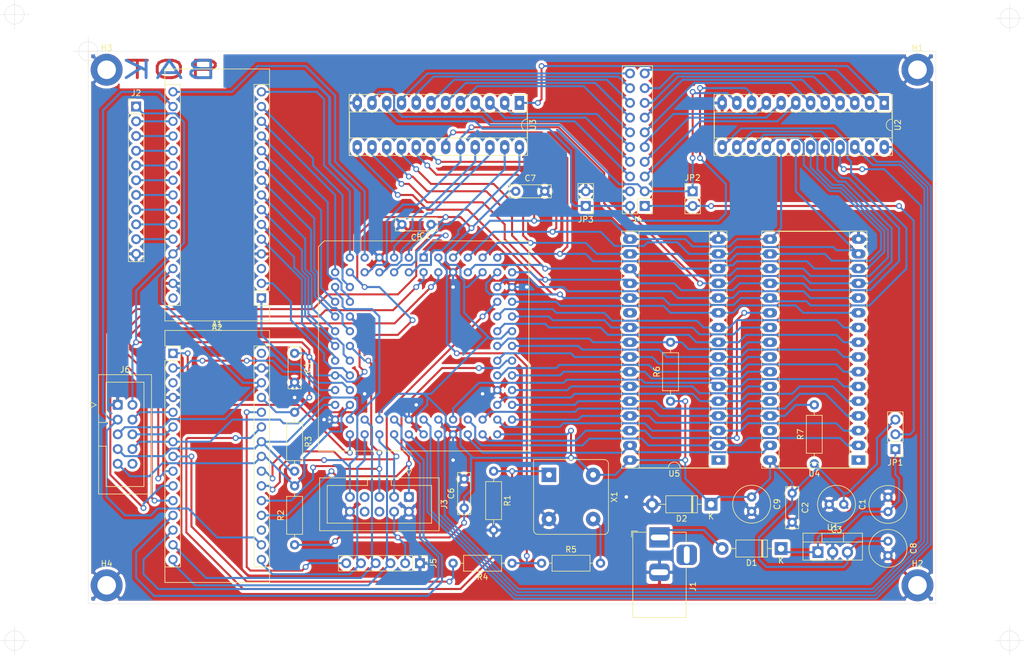
<source format=kicad_pcb>
(kicad_pcb (version 20171130) (host pcbnew 5.1.6-c6e7f7d~86~ubuntu16.04.1)
  (layers (0 F.Cu signal) (31 B.Cu signal) (34 B.Paste user) (35 F.Paste user) (36 B.SilkS user) (37 F.SilkS user) (38 B.Mask user) (39 F.Mask user) (44 Edge.Cuts user))
  (net 0 "")
  (net 1 /SCK)
  (net 2 /MISO)
  (net 3 /MOSI)
  (net 4 GND)
  (net 5 /SS)
  (net 6 /CE)
  (net 7 +5V)
  (net 8 /OE2)
  (net 9 /GCLR)
  (net 10 "Net-(A1-Pad25)")
  (net 11 /OE1)
  (net 12 /SCL)
  (net 13 /GCLK1B)
  (net 14 /SDA)
  (net 15 /SPARE2)
  (net 16 /TDO)
  (net 17 /SPARE1)
  (net 18 /TDI)
  (net 19 /SPARE0)
  (net 20 /TMS)
  (net 21 /TCK)
  (net 22 "Net-(A1-Pad3)")
  (net 23 "Net-(A1-Pad18)")
  (net 24 /D13)
  (net 25 /D12)
  (net 26 /D11)
  (net 27 /D10)
  (net 28 /D9)
  (net 29 /D8)
  (net 30 "Net-(A2-Pad26)")
  (net 31 /D7)
  (net 32 "Net-(A2-Pad25)")
  (net 33 /D6)
  (net 34 "Net-(A2-Pad24)")
  (net 35 /D5)
  (net 36 "Net-(A2-Pad23)")
  (net 37 /D4)
  (net 38 "Net-(A2-Pad22)")
  (net 39 /D3)
  (net 40 "Net-(A2-Pad21)")
  (net 41 /D2)
  (net 42 "Net-(A2-Pad20)")
  (net 43 "Net-(A2-Pad19)")
  (net 44 "Net-(A2-Pad3)")
  (net 45 "Net-(A2-Pad18)")
  (net 46 /D0)
  (net 47 /D1)
  (net 48 "Net-(D1-Pad2)")
  (net 49 VPP)
  (net 50 /Q4)
  (net 51 /Q2)
  (net 52 /A16)
  (net 53 /A13)
  (net 54 /A12)
  (net 55 /A10)
  (net 56 /A8)
  (net 57 /Q5)
  (net 58 /Q3)
  (net 59 /Q1)
  (net 60 /Q0)
  (net 61 /A15)
  (net 62 /A14)
  (net 63 /A11)
  (net 64 /A9)
  (net 65 /A6)
  (net 66 /A4)
  (net 67 /A1)
  (net 68 /A7)
  (net 69 /A5)
  (net 70 /A3)
  (net 71 /A2)
  (net 72 /A0)
  (net 73 /Q7)
  (net 74 /OE)
  (net 75 /WE)
  (net 76 /WR1)
  (net 77 /GCLK1)
  (net 78 /Q6)
  (net 79 /CS)
  (net 80 /WR0)
  (net 81 "Net-(R5-Pad2)")
  (net 82 "Net-(J3-Pad8)")
  (net 83 "Net-(J3-Pad7)")
  (net 84 "Net-(J3-Pad6)")
  (net 85 /VREF)
  (net 86 VSS)
  (net 87 "Net-(J4-Pad1)")
  (net 88 VDD)
  (net 89 "Net-(U4-Pad30)")
  (net 90 "Net-(U4-Pad1)")
  (net 91 "Net-(U5-Pad22)")
  (net 92 "Net-(U5-Pad1)")
  (net 93 /QA00)
  (net 94 /QA01)
  (net 95 /QA10)
  (net 96 /QA12)
  (net 97 /QA02)
  (net 98 /QA11)
  (net 99 /VO15)
  (net 100 /VO0)
  (net 101 /VO14)
  (net 102 /VO1)
  (net 103 /VO13)
  (net 104 /VO2)
  (net 105 /VO12)
  (net 106 /VO3)
  (net 107 /VO11)
  (net 108 /VO4)
  (net 109 /VO10)
  (net 110 /VO5)
  (net 111 /VO9)
  (net 112 /VO6)
  (net 113 /VO8)
  (net 114 /VO7)
  (net 115 /RESETn)
  (net 116 /SDcard_CS)
  (net 117 /UI1)
  (net 118 /UI0)
  (net 119 +3V3)
  (net 120 "Net-(J6-Pad10)")
  (net 121 "Net-(A1-Pad30)")
  (net 122 "Net-(A2-Pad30)")
  (module Package_DIP:DIP-24_W7.62mm_Socket_LongPads (layer F.Cu) (at 232.41 53.34 270)
    (fp_text reference U2 (at 3.81 -2.33 90) (layer F.SilkS))
    (fp_text value AD7228ABN)
    (pad 24 thru_hole oval (at 7.62 0 270) (size 2.4 1.6) (drill 0.8) (layers *.Cu *.Mask) (net 93 /QA00))
    (pad 12 thru_hole oval (at 0 27.94 270) (size 2.4 1.6) (drill 0.8) (layers *.Cu *.Mask) (net 4 GND))
    (pad 23 thru_hole oval (at 7.62 2.54 270) (size 2.4 1.6) (drill 0.8) (layers *.Cu *.Mask) (net 94 /QA01))
    (pad 11 thru_hole oval (at 0 25.4 270) (size 2.4 1.6) (drill 0.8) (layers *.Cu *.Mask) (net 85 /VREF))
    (pad 22 thru_hole oval (at 7.62 5.08 270) (size 2.4 1.6) (drill 0.8) (layers *.Cu *.Mask) (net 97 /QA02))
    (pad 10 thru_hole oval (at 0 22.86 270) (size 2.4 1.6) (drill 0.8) (layers *.Cu *.Mask) (net 86 VSS))
    (pad 21 thru_hole oval (at 7.62 7.62 270) (size 2.4 1.6) (drill 0.8) (layers *.Cu *.Mask) (net 80 /WR0))
    (pad 9 thru_hole oval (at 0 20.32 270) (size 2.4 1.6) (drill 0.8) (layers *.Cu *.Mask) (net 100 /VO0))
    (pad 20 thru_hole oval (at 7.62 10.16 270) (size 2.4 1.6) (drill 0.8) (layers *.Cu *.Mask) (net 60 /Q0))
    (pad 8 thru_hole oval (at 0 17.78 270) (size 2.4 1.6) (drill 0.8) (layers *.Cu *.Mask) (net 102 /VO1))
    (pad 19 thru_hole oval (at 7.62 12.7 270) (size 2.4 1.6) (drill 0.8) (layers *.Cu *.Mask) (net 59 /Q1))
    (pad 7 thru_hole oval (at 0 15.24 270) (size 2.4 1.6) (drill 0.8) (layers *.Cu *.Mask) (net 104 /VO2))
    (pad 18 thru_hole oval (at 7.62 15.24 270) (size 2.4 1.6) (drill 0.8) (layers *.Cu *.Mask) (net 51 /Q2))
    (pad 6 thru_hole oval (at 0 12.7 270) (size 2.4 1.6) (drill 0.8) (layers *.Cu *.Mask) (net 106 /VO3))
    (pad 17 thru_hole oval (at 7.62 17.78 270) (size 2.4 1.6) (drill 0.8) (layers *.Cu *.Mask) (net 58 /Q3))
    (pad 5 thru_hole oval (at 0 10.16 270) (size 2.4 1.6) (drill 0.8) (layers *.Cu *.Mask) (net 108 /VO4))
    (pad 16 thru_hole oval (at 7.62 20.32 270) (size 2.4 1.6) (drill 0.8) (layers *.Cu *.Mask) (net 50 /Q4))
    (pad 4 thru_hole oval (at 0 7.62 270) (size 2.4 1.6) (drill 0.8) (layers *.Cu *.Mask) (net 110 /VO5))
    (pad 15 thru_hole oval (at 7.62 22.86 270) (size 2.4 1.6) (drill 0.8) (layers *.Cu *.Mask) (net 57 /Q5))
    (pad 3 thru_hole oval (at 0 5.08 270) (size 2.4 1.6) (drill 0.8) (layers *.Cu *.Mask) (net 112 /VO6))
    (pad 14 thru_hole oval (at 7.62 25.4 270) (size 2.4 1.6) (drill 0.8) (layers *.Cu *.Mask) (net 78 /Q6))
    (pad 2 thru_hole oval (at 0 2.54 270) (size 2.4 1.6) (drill 0.8) (layers *.Cu *.Mask) (net 114 /VO7))
    (pad 13 thru_hole oval (at 7.62 27.94 270) (size 2.4 1.6) (drill 0.8) (layers *.Cu *.Mask) (net 73 /Q7))
    (pad 1 thru_hole rect (at 0 0 270) (size 2.4 1.6) (drill 0.8) (layers *.Cu *.Mask) (net 88 VDD))
  )
  (module Connector_IDC:IDC-Header_2x05_P2.54mm_Vertical (layer F.Cu) (at 150.495 121.285 270)
    (fp_text reference J3 (at 1.27 -6.1 90) (layer F.SilkS))
    (fp_text value "CPLD JTAG")
    (pad 10 thru_hole circle (at 2.54 10.16 270) (size 1.7 1.7) (drill 1) (layers *.Cu *.Mask) (net 4 GND))
    (pad 8 thru_hole circle (at 2.54 7.62 270) (size 1.7 1.7) (drill 1) (layers *.Cu *.Mask) (net 82 "Net-(J3-Pad8)"))
    (pad 6 thru_hole circle (at 2.54 5.08 270) (size 1.7 1.7) (drill 1) (layers *.Cu *.Mask) (net 84 "Net-(J3-Pad6)"))
    (pad 4 thru_hole circle (at 2.54 2.54 270) (size 1.7 1.7) (drill 1) (layers *.Cu *.Mask) (net 7 +5V))
    (pad 2 thru_hole circle (at 2.54 0 270) (size 1.7 1.7) (drill 1) (layers *.Cu *.Mask) (net 4 GND))
    (pad 9 thru_hole circle (at 0 10.16 270) (size 1.7 1.7) (drill 1) (layers *.Cu *.Mask) (net 18 /TDI))
    (pad 7 thru_hole circle (at 0 7.62 270) (size 1.7 1.7) (drill 1) (layers *.Cu *.Mask) (net 83 "Net-(J3-Pad7)"))
    (pad 5 thru_hole circle (at 0 5.08 270) (size 1.7 1.7) (drill 1) (layers *.Cu *.Mask) (net 20 /TMS))
    (pad 3 thru_hole circle (at 0 2.54 270) (size 1.7 1.7) (drill 1) (layers *.Cu *.Mask) (net 16 /TDO))
    (pad 1 thru_hole roundrect (at 0 0 270) (size 1.7 1.7) (drill 1) (layers *.Cu *.Mask) (roundrect_rratio 0.147059) (net 21 /TCK))
  )
  (module Connector_PinHeader_2.54mm:PinHeader_1x11_P2.54mm_Vertical (layer F.Cu) (at 103.505 53.975)
    (fp_text reference J2 (at 0 -2.33) (layer F.SilkS))
    (fp_text value AnalogIn)
    (pad 11 thru_hole oval (at 0 25.4) (size 1.7 1.7) (drill 1) (layers *.Cu *.Mask) (net 4 GND))
    (pad 10 thru_hole oval (at 0 22.86) (size 1.7 1.7) (drill 1) (layers *.Cu *.Mask) (net 30 "Net-(A2-Pad26)"))
    (pad 9 thru_hole oval (at 0 20.32) (size 1.7 1.7) (drill 1) (layers *.Cu *.Mask) (net 32 "Net-(A2-Pad25)"))
    (pad 8 thru_hole oval (at 0 17.78) (size 1.7 1.7) (drill 1) (layers *.Cu *.Mask) (net 34 "Net-(A2-Pad24)"))
    (pad 7 thru_hole oval (at 0 15.24) (size 1.7 1.7) (drill 1) (layers *.Cu *.Mask) (net 36 "Net-(A2-Pad23)"))
    (pad 6 thru_hole oval (at 0 12.7) (size 1.7 1.7) (drill 1) (layers *.Cu *.Mask) (net 38 "Net-(A2-Pad22)"))
    (pad 5 thru_hole oval (at 0 10.16) (size 1.7 1.7) (drill 1) (layers *.Cu *.Mask) (net 40 "Net-(A2-Pad21)"))
    (pad 4 thru_hole oval (at 0 7.62) (size 1.7 1.7) (drill 1) (layers *.Cu *.Mask) (net 42 "Net-(A2-Pad20)"))
    (pad 3 thru_hole oval (at 0 5.08) (size 1.7 1.7) (drill 1) (layers *.Cu *.Mask) (net 43 "Net-(A2-Pad19)"))
    (pad 2 thru_hole oval (at 0 2.54) (size 1.7 1.7) (drill 1) (layers *.Cu *.Mask) (net 45 "Net-(A2-Pad18)"))
    (pad 1 thru_hole rect (at 0 0) (size 1.7 1.7) (drill 1) (layers *.Cu *.Mask) (net 7 +5V))
  )
  (module MountingHole:MountingHole_3.2mm_M3_ISO14580_Pad (layer F.Cu) (at 98.425 136.525)
    (fp_text reference H4 (at 0 -3.75) (layer F.SilkS))
    (fp_text value MountingHole_Pad)
    (pad 1 thru_hole circle (at 0 0) (size 5.5 5.5) (drill 3.2) (layers *.Cu *.Mask) (net 4 GND))
  )
  (module MountingHole:MountingHole_3.2mm_M3_ISO14580_Pad (layer F.Cu) (at 98.425 47.625)
    (fp_text reference H3 (at 0 -3.75) (layer F.SilkS))
    (fp_text value MountingHole_Pad)
    (pad 1 thru_hole circle (at 0 0) (size 5.5 5.5) (drill 3.2) (layers *.Cu *.Mask) (net 4 GND))
  )
  (module MountingHole:MountingHole_3.2mm_M3_ISO14580_Pad (layer F.Cu) (at 238.125 136.525)
    (fp_text reference H2 (at 0 -3.75) (layer F.SilkS))
    (fp_text value MountingHole_Pad)
    (pad 1 thru_hole circle (at 0 0) (size 5.5 5.5) (drill 3.2) (layers *.Cu *.Mask) (net 4 GND))
  )
  (module MountingHole:MountingHole_3.2mm_M3_ISO14580_Pad (layer F.Cu) (at 238.125 47.625)
    (fp_text reference H1 (at 0 -3.75) (layer F.SilkS))
    (fp_text value MountingHole_Pad)
    (pad 1 thru_hole circle (at 0 0) (size 5.5 5.5) (drill 3.2) (layers *.Cu *.Mask) (net 4 GND))
  )
  (module Connector_IDC:IDC-Header_2x05_P2.54mm_Vertical (layer F.Cu) (at 100.33 105.41)
    (fp_text reference J6 (at 1.27 -6.1) (layer F.SilkS))
    (fp_text value UI)
    (pad 10 thru_hole circle (at 2.54 10.16) (size 1.7 1.7) (drill 1) (layers *.Cu *.Mask) (net 120 "Net-(J6-Pad10)"))
    (pad 8 thru_hole circle (at 2.54 7.62) (size 1.7 1.7) (drill 1) (layers *.Cu *.Mask) (net 15 /SPARE2))
    (pad 6 thru_hole circle (at 2.54 5.08) (size 1.7 1.7) (drill 1) (layers *.Cu *.Mask) (net 117 /UI1))
    (pad 4 thru_hole circle (at 2.54 2.54) (size 1.7 1.7) (drill 1) (layers *.Cu *.Mask) (net 118 /UI0))
    (pad 2 thru_hole circle (at 2.54 0) (size 1.7 1.7) (drill 1) (layers *.Cu *.Mask) (net 7 +5V))
    (pad 9 thru_hole circle (at 0 10.16) (size 1.7 1.7) (drill 1) (layers *.Cu *.Mask) (net 14 /SDA))
    (pad 7 thru_hole circle (at 0 7.62) (size 1.7 1.7) (drill 1) (layers *.Cu *.Mask) (net 12 /SCL))
    (pad 5 thru_hole circle (at 0 5.08) (size 1.7 1.7) (drill 1) (layers *.Cu *.Mask) (net 115 /RESETn))
    (pad 3 thru_hole circle (at 0 2.54) (size 1.7 1.7) (drill 1) (layers *.Cu *.Mask) (net 119 +3V3))
    (pad 1 thru_hole roundrect (at 0 0) (size 1.7 1.7) (drill 1) (layers *.Cu *.Mask) (roundrect_rratio 0.147059) (net 4 GND))
  )
  (module Connector_PinHeader_2.54mm:PinHeader_1x06_P2.54mm_Vertical (layer F.Cu) (at 152.4 132.715 270)
    (fp_text reference J5 (at 0 -2.33 90) (layer F.SilkS))
    (fp_text value SDCard)
    (pad 6 thru_hole oval (at 0 12.7 270) (size 1.7 1.7) (drill 1) (layers *.Cu *.Mask) (net 116 /SDcard_CS))
    (pad 5 thru_hole oval (at 0 10.16 270) (size 1.7 1.7) (drill 1) (layers *.Cu *.Mask) (net 1 /SCK))
    (pad 4 thru_hole oval (at 0 7.62 270) (size 1.7 1.7) (drill 1) (layers *.Cu *.Mask) (net 3 /MOSI))
    (pad 3 thru_hole oval (at 0 5.08 270) (size 1.7 1.7) (drill 1) (layers *.Cu *.Mask) (net 2 /MISO))
    (pad 2 thru_hole oval (at 0 2.54 270) (size 1.7 1.7) (drill 1) (layers *.Cu *.Mask) (net 7 +5V))
    (pad 1 thru_hole rect (at 0 0 270) (size 1.7 1.7) (drill 1) (layers *.Cu *.Mask) (net 4 GND))
  )
  (module Capacitor_THT:C_Rect_L7.0mm_W2.0mm_P5.00mm (layer F.Cu) (at 168.91 68.58)
    (fp_text reference C7 (at 2.5 -2.25) (layer F.SilkS))
    (fp_text value 100nF)
    (pad 2 thru_hole circle (at 5 0) (size 1.6 1.6) (drill 0.8) (layers *.Cu *.Mask) (net 4 GND))
    (pad 1 thru_hole circle (at 0 0) (size 1.6 1.6) (drill 0.8) (layers *.Cu *.Mask) (net 7 +5V))
  )
  (module Capacitor_THT:C_Rect_L7.0mm_W2.0mm_P5.00mm (layer F.Cu) (at 160.02 123.19 90)
    (fp_text reference C6 (at 2.5 -2.25 90) (layer F.SilkS))
    (fp_text value 100nF)
    (pad 2 thru_hole circle (at 5 0 90) (size 1.6 1.6) (drill 0.8) (layers *.Cu *.Mask) (net 4 GND))
    (pad 1 thru_hole circle (at 0 0 90) (size 1.6 1.6) (drill 0.8) (layers *.Cu *.Mask) (net 7 +5V))
  )
  (module Capacitor_THT:C_Rect_L7.0mm_W2.0mm_P5.00mm (layer F.Cu) (at 154.305 74.295 180)
    (fp_text reference C5 (at 2.5 -2.25) (layer F.SilkS))
    (fp_text value 100nF)
    (pad 2 thru_hole circle (at 5 0 180) (size 1.6 1.6) (drill 0.8) (layers *.Cu *.Mask) (net 4 GND))
    (pad 1 thru_hole circle (at 0 0 180) (size 1.6 1.6) (drill 0.8) (layers *.Cu *.Mask) (net 7 +5V))
  )
  (module Capacitor_THT:C_Rect_L7.0mm_W2.0mm_P5.00mm (layer F.Cu) (at 130.81 96.52 270)
    (fp_text reference C4 (at 2.5 -2.25 90) (layer F.SilkS))
    (fp_text value 100nF)
    (pad 2 thru_hole circle (at 5 0 270) (size 1.6 1.6) (drill 0.8) (layers *.Cu *.Mask) (net 4 GND))
    (pad 1 thru_hole circle (at 0 0 270) (size 1.6 1.6) (drill 0.8) (layers *.Cu *.Mask) (net 7 +5V))
  )
  (module Capacitor_THT:C_Rect_L7.0mm_W2.0mm_P5.00mm (layer F.Cu) (at 216.535 120.65 270)
    (fp_text reference C2 (at 2.5 -2.25 90) (layer F.SilkS))
    (fp_text value 100nF)
    (pad 2 thru_hole circle (at 5 0 270) (size 1.6 1.6) (drill 0.8) (layers *.Cu *.Mask) (net 4 GND))
    (pad 1 thru_hole circle (at 0 0 270) (size 1.6 1.6) (drill 0.8) (layers *.Cu *.Mask) (net 7 +5V))
  )
  (module Oscillator:Oscillator_DIP-8_LargePads (layer F.Cu) (at 174.625 117.475 270)
    (fp_text reference X1 (at 3.81 -11.26 90) (layer F.SilkS))
    (fp_text value CXO_DIP8)
    (pad 4 thru_hole circle (at 7.62 0 270) (size 2.5 2.5) (drill 1) (layers *.Cu *.Mask) (net 4 GND))
    (pad 5 thru_hole circle (at 7.62 -7.62 270) (size 2.5 2.5) (drill 1) (layers *.Cu *.Mask) (net 81 "Net-(R5-Pad2)"))
    (pad 8 thru_hole circle (at 0 -7.62 270) (size 2.5 2.5) (drill 1) (layers *.Cu *.Mask) (net 7 +5V))
    (pad 1 thru_hole rect (at 0 0 270) (size 2.5 2.5) (drill 1) (layers *.Cu *.Mask) (net 10 "Net-(A1-Pad25)"))
  )
  (module Package_DIP:DIP-32_W15.24mm_Socket_LongPads (layer F.Cu) (at 203.835 114.935 180)
    (fp_text reference U5 (at 7.62 -2.33) (layer F.SilkS))
    (fp_text value 628128_DIP32_SSOP32)
    (pad 32 thru_hole oval (at 15.24 0 180) (size 2.4 1.6) (drill 0.8) (layers *.Cu *.Mask) (net 7 +5V))
    (pad 16 thru_hole oval (at 0 38.1 180) (size 2.4 1.6) (drill 0.8) (layers *.Cu *.Mask) (net 4 GND))
    (pad 31 thru_hole oval (at 15.24 2.54 180) (size 2.4 1.6) (drill 0.8) (layers *.Cu *.Mask) (net 61 /A15))
    (pad 15 thru_hole oval (at 0 35.56 180) (size 2.4 1.6) (drill 0.8) (layers *.Cu *.Mask) (net 51 /Q2))
    (pad 30 thru_hole oval (at 15.24 5.08 180) (size 2.4 1.6) (drill 0.8) (layers *.Cu *.Mask) (net 79 /CS))
    (pad 14 thru_hole oval (at 0 33.02 180) (size 2.4 1.6) (drill 0.8) (layers *.Cu *.Mask) (net 59 /Q1))
    (pad 29 thru_hole oval (at 15.24 7.62 180) (size 2.4 1.6) (drill 0.8) (layers *.Cu *.Mask) (net 75 /WE))
    (pad 13 thru_hole oval (at 0 30.48 180) (size 2.4 1.6) (drill 0.8) (layers *.Cu *.Mask) (net 60 /Q0))
    (pad 28 thru_hole oval (at 15.24 10.16 180) (size 2.4 1.6) (drill 0.8) (layers *.Cu *.Mask) (net 53 /A13))
    (pad 12 thru_hole oval (at 0 27.94 180) (size 2.4 1.6) (drill 0.8) (layers *.Cu *.Mask) (net 72 /A0))
    (pad 27 thru_hole oval (at 15.24 12.7 180) (size 2.4 1.6) (drill 0.8) (layers *.Cu *.Mask) (net 56 /A8))
    (pad 11 thru_hole oval (at 0 25.4 180) (size 2.4 1.6) (drill 0.8) (layers *.Cu *.Mask) (net 67 /A1))
    (pad 26 thru_hole oval (at 15.24 15.24 180) (size 2.4 1.6) (drill 0.8) (layers *.Cu *.Mask) (net 64 /A9))
    (pad 10 thru_hole oval (at 0 22.86 180) (size 2.4 1.6) (drill 0.8) (layers *.Cu *.Mask) (net 71 /A2))
    (pad 25 thru_hole oval (at 15.24 17.78 180) (size 2.4 1.6) (drill 0.8) (layers *.Cu *.Mask) (net 63 /A11))
    (pad 9 thru_hole oval (at 0 20.32 180) (size 2.4 1.6) (drill 0.8) (layers *.Cu *.Mask) (net 70 /A3))
    (pad 24 thru_hole oval (at 15.24 20.32 180) (size 2.4 1.6) (drill 0.8) (layers *.Cu *.Mask) (net 74 /OE))
    (pad 8 thru_hole oval (at 0 17.78 180) (size 2.4 1.6) (drill 0.8) (layers *.Cu *.Mask) (net 66 /A4))
    (pad 23 thru_hole oval (at 15.24 22.86 180) (size 2.4 1.6) (drill 0.8) (layers *.Cu *.Mask) (net 55 /A10))
    (pad 7 thru_hole oval (at 0 15.24 180) (size 2.4 1.6) (drill 0.8) (layers *.Cu *.Mask) (net 69 /A5))
    (pad 22 thru_hole oval (at 15.24 25.4 180) (size 2.4 1.6) (drill 0.8) (layers *.Cu *.Mask) (net 91 "Net-(U5-Pad22)"))
    (pad 6 thru_hole oval (at 0 12.7 180) (size 2.4 1.6) (drill 0.8) (layers *.Cu *.Mask) (net 65 /A6))
    (pad 21 thru_hole oval (at 15.24 27.94 180) (size 2.4 1.6) (drill 0.8) (layers *.Cu *.Mask) (net 73 /Q7))
    (pad 5 thru_hole oval (at 0 10.16 180) (size 2.4 1.6) (drill 0.8) (layers *.Cu *.Mask) (net 68 /A7))
    (pad 20 thru_hole oval (at 15.24 30.48 180) (size 2.4 1.6) (drill 0.8) (layers *.Cu *.Mask) (net 78 /Q6))
    (pad 4 thru_hole oval (at 0 7.62 180) (size 2.4 1.6) (drill 0.8) (layers *.Cu *.Mask) (net 54 /A12))
    (pad 19 thru_hole oval (at 15.24 33.02 180) (size 2.4 1.6) (drill 0.8) (layers *.Cu *.Mask) (net 57 /Q5))
    (pad 3 thru_hole oval (at 0 5.08 180) (size 2.4 1.6) (drill 0.8) (layers *.Cu *.Mask) (net 62 /A14))
    (pad 18 thru_hole oval (at 15.24 35.56 180) (size 2.4 1.6) (drill 0.8) (layers *.Cu *.Mask) (net 50 /Q4))
    (pad 2 thru_hole oval (at 0 2.54 180) (size 2.4 1.6) (drill 0.8) (layers *.Cu *.Mask) (net 52 /A16))
    (pad 17 thru_hole oval (at 15.24 38.1 180) (size 2.4 1.6) (drill 0.8) (layers *.Cu *.Mask) (net 58 /Q3))
    (pad 1 thru_hole rect (at 0 0 180) (size 2.4 1.6) (drill 0.8) (layers *.Cu *.Mask) (net 92 "Net-(U5-Pad1)"))
  )
  (module Package_DIP:DIP-32_W15.24mm_Socket_LongPads (layer F.Cu) (at 227.965 114.935 180)
    (fp_text reference U4 (at 7.62 -2.33) (layer F.SilkS))
    (fp_text value 628128_DIP32_SSOP32)
    (pad 32 thru_hole oval (at 15.24 0 180) (size 2.4 1.6) (drill 0.8) (layers *.Cu *.Mask) (net 7 +5V))
    (pad 16 thru_hole oval (at 0 38.1 180) (size 2.4 1.6) (drill 0.8) (layers *.Cu *.Mask) (net 4 GND))
    (pad 31 thru_hole oval (at 15.24 2.54 180) (size 2.4 1.6) (drill 0.8) (layers *.Cu *.Mask) (net 61 /A15))
    (pad 15 thru_hole oval (at 0 35.56 180) (size 2.4 1.6) (drill 0.8) (layers *.Cu *.Mask) (net 51 /Q2))
    (pad 30 thru_hole oval (at 15.24 5.08 180) (size 2.4 1.6) (drill 0.8) (layers *.Cu *.Mask) (net 89 "Net-(U4-Pad30)"))
    (pad 14 thru_hole oval (at 0 33.02 180) (size 2.4 1.6) (drill 0.8) (layers *.Cu *.Mask) (net 59 /Q1))
    (pad 29 thru_hole oval (at 15.24 7.62 180) (size 2.4 1.6) (drill 0.8) (layers *.Cu *.Mask) (net 75 /WE))
    (pad 13 thru_hole oval (at 0 30.48 180) (size 2.4 1.6) (drill 0.8) (layers *.Cu *.Mask) (net 60 /Q0))
    (pad 28 thru_hole oval (at 15.24 10.16 180) (size 2.4 1.6) (drill 0.8) (layers *.Cu *.Mask) (net 53 /A13))
    (pad 12 thru_hole oval (at 0 27.94 180) (size 2.4 1.6) (drill 0.8) (layers *.Cu *.Mask) (net 72 /A0))
    (pad 27 thru_hole oval (at 15.24 12.7 180) (size 2.4 1.6) (drill 0.8) (layers *.Cu *.Mask) (net 56 /A8))
    (pad 11 thru_hole oval (at 0 25.4 180) (size 2.4 1.6) (drill 0.8) (layers *.Cu *.Mask) (net 67 /A1))
    (pad 26 thru_hole oval (at 15.24 15.24 180) (size 2.4 1.6) (drill 0.8) (layers *.Cu *.Mask) (net 64 /A9))
    (pad 10 thru_hole oval (at 0 22.86 180) (size 2.4 1.6) (drill 0.8) (layers *.Cu *.Mask) (net 71 /A2))
    (pad 25 thru_hole oval (at 15.24 17.78 180) (size 2.4 1.6) (drill 0.8) (layers *.Cu *.Mask) (net 63 /A11))
    (pad 9 thru_hole oval (at 0 20.32 180) (size 2.4 1.6) (drill 0.8) (layers *.Cu *.Mask) (net 70 /A3))
    (pad 24 thru_hole oval (at 15.24 20.32 180) (size 2.4 1.6) (drill 0.8) (layers *.Cu *.Mask) (net 74 /OE))
    (pad 8 thru_hole oval (at 0 17.78 180) (size 2.4 1.6) (drill 0.8) (layers *.Cu *.Mask) (net 66 /A4))
    (pad 23 thru_hole oval (at 15.24 22.86 180) (size 2.4 1.6) (drill 0.8) (layers *.Cu *.Mask) (net 55 /A10))
    (pad 7 thru_hole oval (at 0 15.24 180) (size 2.4 1.6) (drill 0.8) (layers *.Cu *.Mask) (net 69 /A5))
    (pad 22 thru_hole oval (at 15.24 25.4 180) (size 2.4 1.6) (drill 0.8) (layers *.Cu *.Mask) (net 79 /CS))
    (pad 6 thru_hole oval (at 0 12.7 180) (size 2.4 1.6) (drill 0.8) (layers *.Cu *.Mask) (net 65 /A6))
    (pad 21 thru_hole oval (at 15.24 27.94 180) (size 2.4 1.6) (drill 0.8) (layers *.Cu *.Mask) (net 73 /Q7))
    (pad 5 thru_hole oval (at 0 10.16 180) (size 2.4 1.6) (drill 0.8) (layers *.Cu *.Mask) (net 68 /A7))
    (pad 20 thru_hole oval (at 15.24 30.48 180) (size 2.4 1.6) (drill 0.8) (layers *.Cu *.Mask) (net 78 /Q6))
    (pad 4 thru_hole oval (at 0 7.62 180) (size 2.4 1.6) (drill 0.8) (layers *.Cu *.Mask) (net 54 /A12))
    (pad 19 thru_hole oval (at 15.24 33.02 180) (size 2.4 1.6) (drill 0.8) (layers *.Cu *.Mask) (net 57 /Q5))
    (pad 3 thru_hole oval (at 0 5.08 180) (size 2.4 1.6) (drill 0.8) (layers *.Cu *.Mask) (net 62 /A14))
    (pad 18 thru_hole oval (at 15.24 35.56 180) (size 2.4 1.6) (drill 0.8) (layers *.Cu *.Mask) (net 50 /Q4))
    (pad 2 thru_hole oval (at 0 2.54 180) (size 2.4 1.6) (drill 0.8) (layers *.Cu *.Mask) (net 52 /A16))
    (pad 17 thru_hole oval (at 15.24 38.1 180) (size 2.4 1.6) (drill 0.8) (layers *.Cu *.Mask) (net 58 /Q3))
    (pad 1 thru_hole rect (at 0 0 180) (size 2.4 1.6) (drill 0.8) (layers *.Cu *.Mask) (net 90 "Net-(U4-Pad1)"))
  )
  (module Package_DIP:DIP-24_W7.62mm_Socket_LongPads (layer F.Cu) (at 169.545 53.34 270)
    (fp_text reference U3 (at 3.81 -2.33 90) (layer F.SilkS))
    (fp_text value AD7228ABN)
    (pad 24 thru_hole oval (at 7.62 0 270) (size 2.4 1.6) (drill 0.8) (layers *.Cu *.Mask) (net 95 /QA10))
    (pad 12 thru_hole oval (at 0 27.94 270) (size 2.4 1.6) (drill 0.8) (layers *.Cu *.Mask) (net 4 GND))
    (pad 23 thru_hole oval (at 7.62 2.54 270) (size 2.4 1.6) (drill 0.8) (layers *.Cu *.Mask) (net 98 /QA11))
    (pad 11 thru_hole oval (at 0 25.4 270) (size 2.4 1.6) (drill 0.8) (layers *.Cu *.Mask) (net 85 /VREF))
    (pad 22 thru_hole oval (at 7.62 5.08 270) (size 2.4 1.6) (drill 0.8) (layers *.Cu *.Mask) (net 96 /QA12))
    (pad 10 thru_hole oval (at 0 22.86 270) (size 2.4 1.6) (drill 0.8) (layers *.Cu *.Mask) (net 86 VSS))
    (pad 21 thru_hole oval (at 7.62 7.62 270) (size 2.4 1.6) (drill 0.8) (layers *.Cu *.Mask) (net 76 /WR1))
    (pad 9 thru_hole oval (at 0 20.32 270) (size 2.4 1.6) (drill 0.8) (layers *.Cu *.Mask) (net 113 /VO8))
    (pad 20 thru_hole oval (at 7.62 10.16 270) (size 2.4 1.6) (drill 0.8) (layers *.Cu *.Mask) (net 60 /Q0))
    (pad 8 thru_hole oval (at 0 17.78 270) (size 2.4 1.6) (drill 0.8) (layers *.Cu *.Mask) (net 111 /VO9))
    (pad 19 thru_hole oval (at 7.62 12.7 270) (size 2.4 1.6) (drill 0.8) (layers *.Cu *.Mask) (net 59 /Q1))
    (pad 7 thru_hole oval (at 0 15.24 270) (size 2.4 1.6) (drill 0.8) (layers *.Cu *.Mask) (net 109 /VO10))
    (pad 18 thru_hole oval (at 7.62 15.24 270) (size 2.4 1.6) (drill 0.8) (layers *.Cu *.Mask) (net 51 /Q2))
    (pad 6 thru_hole oval (at 0 12.7 270) (size 2.4 1.6) (drill 0.8) (layers *.Cu *.Mask) (net 107 /VO11))
    (pad 17 thru_hole oval (at 7.62 17.78 270) (size 2.4 1.6) (drill 0.8) (layers *.Cu *.Mask) (net 58 /Q3))
    (pad 5 thru_hole oval (at 0 10.16 270) (size 2.4 1.6) (drill 0.8) (layers *.Cu *.Mask) (net 105 /VO12))
    (pad 16 thru_hole oval (at 7.62 20.32 270) (size 2.4 1.6) (drill 0.8) (layers *.Cu *.Mask) (net 50 /Q4))
    (pad 4 thru_hole oval (at 0 7.62 270) (size 2.4 1.6) (drill 0.8) (layers *.Cu *.Mask) (net 103 /VO13))
    (pad 15 thru_hole oval (at 7.62 22.86 270) (size 2.4 1.6) (drill 0.8) (layers *.Cu *.Mask) (net 57 /Q5))
    (pad 3 thru_hole oval (at 0 5.08 270) (size 2.4 1.6) (drill 0.8) (layers *.Cu *.Mask) (net 101 /VO14))
    (pad 14 thru_hole oval (at 7.62 25.4 270) (size 2.4 1.6) (drill 0.8) (layers *.Cu *.Mask) (net 78 /Q6))
    (pad 2 thru_hole oval (at 0 2.54 270) (size 2.4 1.6) (drill 0.8) (layers *.Cu *.Mask) (net 99 /VO15))
    (pad 13 thru_hole oval (at 7.62 27.94 270) (size 2.4 1.6) (drill 0.8) (layers *.Cu *.Mask) (net 73 /Q7))
    (pad 1 thru_hole rect (at 0 0 270) (size 2.4 1.6) (drill 0.8) (layers *.Cu *.Mask) (net 88 VDD))
  )
  (module Package_TO_SOT_THT:TO-220-3_Vertical (layer F.Cu) (at 220.98 130.81)
    (fp_text reference U1 (at 2.54 -4.27) (layer F.SilkS))
    (fp_text value L7805)
    (pad 3 thru_hole oval (at 5.08 0) (size 1.905 2) (drill 1.1) (layers *.Cu *.Mask) (net 7 +5V))
    (pad 2 thru_hole oval (at 2.54 0) (size 1.905 2) (drill 1.1) (layers *.Cu *.Mask) (net 4 GND))
    (pad 1 thru_hole rect (at 0 0) (size 1.905 2) (drill 1.1) (layers *.Cu *.Mask) (net 49 VPP))
  )
  (module Resistor_THT:R_Axial_DIN0207_L6.3mm_D2.5mm_P10.16mm_Horizontal (layer F.Cu) (at 220.345 115.57 90)
    (fp_text reference R7 (at 5.08 -2.37 90) (layer F.SilkS))
    (fp_text value R)
    (pad 2 thru_hole oval (at 10.16 0 90) (size 1.6 1.6) (drill 0.8) (layers *.Cu *.Mask) (net 75 /WE))
    (pad 1 thru_hole circle (at 0 0 90) (size 1.6 1.6) (drill 0.8) (layers *.Cu *.Mask) (net 7 +5V))
  )
  (module Resistor_THT:R_Axial_DIN0207_L6.3mm_D2.5mm_P10.16mm_Horizontal (layer F.Cu) (at 195.58 104.775 90)
    (fp_text reference R6 (at 5.08 -2.37 90) (layer F.SilkS))
    (fp_text value R)
    (pad 2 thru_hole oval (at 10.16 0 90) (size 1.6 1.6) (drill 0.8) (layers *.Cu *.Mask) (net 74 /OE))
    (pad 1 thru_hole circle (at 0 0 90) (size 1.6 1.6) (drill 0.8) (layers *.Cu *.Mask) (net 7 +5V))
  )
  (module Resistor_THT:R_Axial_DIN0207_L6.3mm_D2.5mm_P10.16mm_Horizontal (layer F.Cu) (at 173.355 132.715)
    (fp_text reference R5 (at 5.08 -2.37) (layer F.SilkS))
    (fp_text value R)
    (pad 2 thru_hole oval (at 10.16 0) (size 1.6 1.6) (drill 0.8) (layers *.Cu *.Mask) (net 81 "Net-(R5-Pad2)"))
    (pad 1 thru_hole circle (at 0 0) (size 1.6 1.6) (drill 0.8) (layers *.Cu *.Mask) (net 77 /GCLK1))
  )
  (module Resistor_THT:R_Axial_DIN0207_L6.3mm_D2.5mm_P10.16mm_Horizontal (layer F.Cu) (at 168.275 132.715 180)
    (fp_text reference R4 (at 5.08 -2.37) (layer F.SilkS))
    (fp_text value R)
    (pad 2 thru_hole oval (at 10.16 0 180) (size 1.6 1.6) (drill 0.8) (layers *.Cu *.Mask) (net 13 /GCLK1B))
    (pad 1 thru_hole circle (at 0 0 180) (size 1.6 1.6) (drill 0.8) (layers *.Cu *.Mask) (net 77 /GCLK1))
  )
  (module Resistor_THT:R_Axial_DIN0207_L6.3mm_D2.5mm_P10.16mm_Horizontal (layer F.Cu) (at 130.81 106.68 270)
    (fp_text reference R3 (at 5.08 -2.37 90) (layer F.SilkS))
    (fp_text value R)
    (pad 2 thru_hole oval (at 10.16 0 270) (size 1.6 1.6) (drill 0.8) (layers *.Cu *.Mask) (net 12 /SCL))
    (pad 1 thru_hole circle (at 0 0 270) (size 1.6 1.6) (drill 0.8) (layers *.Cu *.Mask) (net 7 +5V))
  )
  (module Resistor_THT:R_Axial_DIN0207_L6.3mm_D2.5mm_P10.16mm_Horizontal (layer F.Cu) (at 130.81 129.54 90)
    (fp_text reference R2 (at 5.08 -2.37 90) (layer F.SilkS))
    (fp_text value R)
    (pad 2 thru_hole oval (at 10.16 0 90) (size 1.6 1.6) (drill 0.8) (layers *.Cu *.Mask) (net 14 /SDA))
    (pad 1 thru_hole circle (at 0 0 90) (size 1.6 1.6) (drill 0.8) (layers *.Cu *.Mask) (net 7 +5V))
  )
  (module Resistor_THT:R_Axial_DIN0207_L6.3mm_D2.5mm_P10.16mm_Horizontal (layer F.Cu) (at 165.1 116.84 270)
    (fp_text reference R1 (at 5.08 -2.37 90) (layer F.SilkS))
    (fp_text value R)
    (pad 2 thru_hole oval (at 10.16 0 270) (size 1.6 1.6) (drill 0.8) (layers *.Cu *.Mask) (net 4 GND))
    (pad 1 thru_hole circle (at 0 0 270) (size 1.6 1.6) (drill 0.8) (layers *.Cu *.Mask) (net 10 "Net-(A1-Pad25)"))
  )
  (module Connector_PinHeader_2.54mm:PinHeader_1x02_P2.54mm_Vertical (layer F.Cu) (at 180.975 71.12 180)
    (fp_text reference JP3 (at 0 -2.33) (layer F.SilkS))
    (fp_text value Jumper)
    (pad 2 thru_hole oval (at 0 2.54 180) (size 1.7 1.7) (drill 1) (layers *.Cu *.Mask) (net 4 GND))
    (pad 1 thru_hole rect (at 0 0 180) (size 1.7 1.7) (drill 1) (layers *.Cu *.Mask) (net 86 VSS))
  )
  (module Connector_PinHeader_2.54mm:PinHeader_1x02_P2.54mm_Vertical (layer F.Cu) (at 199.39 68.58)
    (fp_text reference JP2 (at 0 -2.33) (layer F.SilkS))
    (fp_text value Jumper)
    (pad 2 thru_hole oval (at 0 2.54) (size 1.7 1.7) (drill 1) (layers *.Cu *.Mask) (net 87 "Net-(J4-Pad1)"))
    (pad 1 thru_hole rect (at 0 0) (size 1.7 1.7) (drill 1) (layers *.Cu *.Mask) (net 85 /VREF))
  )
  (module Connector_PinHeader_2.54mm:PinHeader_1x03_P2.54mm_Vertical (layer F.Cu) (at 234.315 113.03 180)
    (fp_text reference JP1 (at 0 -2.33) (layer F.SilkS))
    (fp_text value Jumper)
    (pad 3 thru_hole oval (at 0 5.08 180) (size 1.7 1.7) (drill 1) (layers *.Cu *.Mask) (net 7 +5V))
    (pad 2 thru_hole oval (at 0 2.54 180) (size 1.7 1.7) (drill 1) (layers *.Cu *.Mask) (net 87 "Net-(J4-Pad1)"))
    (pad 1 thru_hole rect (at 0 0 180) (size 1.7 1.7) (drill 1) (layers *.Cu *.Mask) (net 49 VPP))
  )
  (module Connector_PinHeader_2.54mm:PinHeader_2x10_P2.54mm_Vertical (layer F.Cu) (at 191.135 71.12 180)
    (fp_text reference J4 (at 1.27 -2.33) (layer F.SilkS))
    (fp_text value Conn_02x10_Odd_Even)
    (pad 20 thru_hole oval (at 2.54 22.86 180) (size 1.7 1.7) (drill 1) (layers *.Cu *.Mask) (net 113 /VO8))
    (pad 19 thru_hole oval (at 0 22.86 180) (size 1.7 1.7) (drill 1) (layers *.Cu *.Mask) (net 114 /VO7))
    (pad 18 thru_hole oval (at 2.54 20.32 180) (size 1.7 1.7) (drill 1) (layers *.Cu *.Mask) (net 111 /VO9))
    (pad 17 thru_hole oval (at 0 20.32 180) (size 1.7 1.7) (drill 1) (layers *.Cu *.Mask) (net 112 /VO6))
    (pad 16 thru_hole oval (at 2.54 17.78 180) (size 1.7 1.7) (drill 1) (layers *.Cu *.Mask) (net 109 /VO10))
    (pad 15 thru_hole oval (at 0 17.78 180) (size 1.7 1.7) (drill 1) (layers *.Cu *.Mask) (net 110 /VO5))
    (pad 14 thru_hole oval (at 2.54 15.24 180) (size 1.7 1.7) (drill 1) (layers *.Cu *.Mask) (net 107 /VO11))
    (pad 13 thru_hole oval (at 0 15.24 180) (size 1.7 1.7) (drill 1) (layers *.Cu *.Mask) (net 108 /VO4))
    (pad 12 thru_hole oval (at 2.54 12.7 180) (size 1.7 1.7) (drill 1) (layers *.Cu *.Mask) (net 105 /VO12))
    (pad 11 thru_hole oval (at 0 12.7 180) (size 1.7 1.7) (drill 1) (layers *.Cu *.Mask) (net 106 /VO3))
    (pad 10 thru_hole oval (at 2.54 10.16 180) (size 1.7 1.7) (drill 1) (layers *.Cu *.Mask) (net 99 /VO15))
    (pad 9 thru_hole oval (at 0 10.16 180) (size 1.7 1.7) (drill 1) (layers *.Cu *.Mask) (net 100 /VO0))
    (pad 8 thru_hole oval (at 2.54 7.62 180) (size 1.7 1.7) (drill 1) (layers *.Cu *.Mask) (net 101 /VO14))
    (pad 7 thru_hole oval (at 0 7.62 180) (size 1.7 1.7) (drill 1) (layers *.Cu *.Mask) (net 102 /VO1))
    (pad 6 thru_hole oval (at 2.54 5.08 180) (size 1.7 1.7) (drill 1) (layers *.Cu *.Mask) (net 103 /VO13))
    (pad 5 thru_hole oval (at 0 5.08 180) (size 1.7 1.7) (drill 1) (layers *.Cu *.Mask) (net 104 /VO2))
    (pad 4 thru_hole oval (at 2.54 2.54 180) (size 1.7 1.7) (drill 1) (layers *.Cu *.Mask) (net 4 GND))
    (pad 3 thru_hole oval (at 0 2.54 180) (size 1.7 1.7) (drill 1) (layers *.Cu *.Mask) (net 85 /VREF))
    (pad 2 thru_hole oval (at 2.54 0 180) (size 1.7 1.7) (drill 1) (layers *.Cu *.Mask) (net 86 VSS))
    (pad 1 thru_hole rect (at 0 0 180) (size 1.7 1.7) (drill 1) (layers *.Cu *.Mask) (net 87 "Net-(J4-Pad1)"))
  )
  (module Connector_BarrelJack:BarrelJack_Horizontal (layer F.Cu) (at 193.675 128.27 90)
    (fp_text reference J1 (at -8.45 5.75 90) (layer F.SilkS))
    (fp_text value Barrel_Jack)
    (pad 3 thru_hole roundrect (at -3 4.7 90) (size 3.5 3.5) (drill oval 3 1) (layers *.Cu *.Mask))
    (pad 2 thru_hole roundrect (at -6 0 90) (size 3 3.5) (drill oval 1 3) (layers *.Cu *.Mask) (net 4 GND))
    (pad 1 thru_hole rect (at 0 0 90) (size 3.5 3.5) (drill oval 1 3) (layers *.Cu *.Mask) (net 48 "Net-(D1-Pad2)"))
  )
  (module Package_LCC:PLCC-84_THT-Socket (layer F.Cu) (at 153.035 80.01)
    (fp_text reference IC1 (at 0 -3.77) (layer F.SilkS))
    (fp_text value EPM7128-J84)
    (pad 72 thru_hole circle (at 15.24 5.08) (size 1.4224 1.4224) (drill 0.8) (layers *.Cu *.Mask) (net 4 GND))
    (pad 70 thru_hole circle (at 15.24 7.62) (size 1.4224 1.4224) (drill 0.8) (layers *.Cu *.Mask) (net 67 /A1))
    (pad 68 thru_hole circle (at 15.24 10.16) (size 1.4224 1.4224) (drill 0.8) (layers *.Cu *.Mask) (net 55 /A10))
    (pad 66 thru_hole circle (at 15.24 12.7) (size 1.4224 1.4224) (drill 0.8) (layers *.Cu *.Mask) (net 7 +5V))
    (pad 64 thru_hole circle (at 15.24 15.24) (size 1.4224 1.4224) (drill 0.8) (layers *.Cu *.Mask) (net 66 /A4))
    (pad 62 thru_hole circle (at 15.24 17.78) (size 1.4224 1.4224) (drill 0.8) (layers *.Cu *.Mask) (net 21 /TCK))
    (pad 60 thru_hole circle (at 15.24 20.32) (size 1.4224 1.4224) (drill 0.8) (layers *.Cu *.Mask) (net 64 /A9))
    (pad 58 thru_hole circle (at 15.24 22.86) (size 1.4224 1.4224) (drill 0.8) (layers *.Cu *.Mask) (net 56 /A8))
    (pad 56 thru_hole circle (at 15.24 25.4) (size 1.4224 1.4224) (drill 0.8) (layers *.Cu *.Mask) (net 53 /A13))
    (pad 54 thru_hole circle (at 15.24 27.94) (size 1.4224 1.4224) (drill 0.8) (layers *.Cu *.Mask) (net 75 /WE))
    (pad 73 thru_hole circle (at 12.7 5.08) (size 1.4224 1.4224) (drill 0.8) (layers *.Cu *.Mask) (net 72 /A0))
    (pad 71 thru_hole circle (at 12.7 7.62) (size 1.4224 1.4224) (drill 0.8) (layers *.Cu *.Mask) (net 16 /TDO))
    (pad 69 thru_hole circle (at 12.7 10.16) (size 1.4224 1.4224) (drill 0.8) (layers *.Cu *.Mask) (net 71 /A2))
    (pad 67 thru_hole circle (at 12.7 12.7) (size 1.4224 1.4224) (drill 0.8) (layers *.Cu *.Mask) (net 70 /A3))
    (pad 65 thru_hole circle (at 12.7 15.24) (size 1.4224 1.4224) (drill 0.8) (layers *.Cu *.Mask) (net 74 /OE))
    (pad 63 thru_hole circle (at 12.7 17.78) (size 1.4224 1.4224) (drill 0.8) (layers *.Cu *.Mask) (net 63 /A11))
    (pad 61 thru_hole circle (at 12.7 20.32) (size 1.4224 1.4224) (drill 0.8) (layers *.Cu *.Mask) (net 69 /A5))
    (pad 59 thru_hole circle (at 12.7 22.86) (size 1.4224 1.4224) (drill 0.8) (layers *.Cu *.Mask) (net 4 GND))
    (pad 57 thru_hole circle (at 12.7 25.4) (size 1.4224 1.4224) (drill 0.8) (layers *.Cu *.Mask) (net 68 /A7))
    (pad 55 thru_hole circle (at 12.7 27.94) (size 1.4224 1.4224) (drill 0.8) (layers *.Cu *.Mask) (net 62 /A14))
    (pad 53 thru_hole circle (at 12.7 30.48) (size 1.4224 1.4224) (drill 0.8) (layers *.Cu *.Mask) (net 7 +5V))
    (pad 51 thru_hole circle (at 10.16 30.48) (size 1.4224 1.4224) (drill 0.8) (layers *.Cu *.Mask) (net 79 /CS))
    (pad 49 thru_hole circle (at 7.62 30.48) (size 1.4224 1.4224) (drill 0.8) (layers *.Cu *.Mask) (net 61 /A15))
    (pad 47 thru_hole circle (at 5.08 30.48) (size 1.4224 1.4224) (drill 0.8) (layers *.Cu *.Mask) (net 4 GND))
    (pad 45 thru_hole circle (at 2.54 30.48) (size 1.4224 1.4224) (drill 0.8) (layers *.Cu *.Mask) (net 97 /QA02))
    (pad 43 thru_hole circle (at 0 30.48) (size 1.4224 1.4224) (drill 0.8) (layers *.Cu *.Mask) (net 7 +5V))
    (pad 41 thru_hole circle (at -2.54 30.48) (size 1.4224 1.4224) (drill 0.8) (layers *.Cu *.Mask) (net 93 /QA00))
    (pad 39 thru_hole circle (at -5.08 30.48) (size 1.4224 1.4224) (drill 0.8) (layers *.Cu *.Mask) (net 5 /SS))
    (pad 37 thru_hole circle (at -7.62 30.48) (size 1.4224 1.4224) (drill 0.8) (layers *.Cu *.Mask) (net 2 /MISO))
    (pad 35 thru_hole circle (at -10.16 30.48) (size 1.4224 1.4224) (drill 0.8) (layers *.Cu *.Mask) (net 1 /SCK))
    (pad 33 thru_hole circle (at -12.7 30.48) (size 1.4224 1.4224) (drill 0.8) (layers *.Cu *.Mask) (net 17 /SPARE1))
    (pad 52 thru_hole circle (at 10.16 27.94) (size 1.4224 1.4224) (drill 0.8) (layers *.Cu *.Mask) (net 54 /A12))
    (pad 50 thru_hole circle (at 7.62 27.94) (size 1.4224 1.4224) (drill 0.8) (layers *.Cu *.Mask) (net 52 /A16))
    (pad 48 thru_hole circle (at 5.08 27.94) (size 1.4224 1.4224) (drill 0.8) (layers *.Cu *.Mask) (net 65 /A6))
    (pad 46 thru_hole circle (at 2.54 27.94) (size 1.4224 1.4224) (drill 0.8) (layers *.Cu *.Mask) (net 80 /WR0))
    (pad 44 thru_hole circle (at 0 27.94) (size 1.4224 1.4224) (drill 0.8) (layers *.Cu *.Mask) (net 94 /QA01))
    (pad 42 thru_hole circle (at -2.54 27.94) (size 1.4224 1.4224) (drill 0.8) (layers *.Cu *.Mask) (net 4 GND))
    (pad 40 thru_hole circle (at -5.08 27.94) (size 1.4224 1.4224) (drill 0.8) (layers *.Cu *.Mask) (net 6 /CE))
    (pad 38 thru_hole circle (at -7.62 27.94) (size 1.4224 1.4224) (drill 0.8) (layers *.Cu *.Mask) (net 7 +5V))
    (pad 36 thru_hole circle (at -10.16 27.94) (size 1.4224 1.4224) (drill 0.8) (layers *.Cu *.Mask) (net 3 /MOSI))
    (pad 34 thru_hole circle (at -12.7 27.94) (size 1.4224 1.4224) (drill 0.8) (layers *.Cu *.Mask) (net 15 /SPARE2))
    (pad 32 thru_hole circle (at -15.24 27.94) (size 1.4224 1.4224) (drill 0.8) (layers *.Cu *.Mask) (net 4 GND))
    (pad 30 thru_hole circle (at -15.24 25.4) (size 1.4224 1.4224) (drill 0.8) (layers *.Cu *.Mask) (net 12 /SCL))
    (pad 28 thru_hole circle (at -15.24 22.86) (size 1.4224 1.4224) (drill 0.8) (layers *.Cu *.Mask) (net 19 /SPARE0))
    (pad 26 thru_hole circle (at -15.24 20.32) (size 1.4224 1.4224) (drill 0.8) (layers *.Cu *.Mask) (net 7 +5V))
    (pad 24 thru_hole circle (at -15.24 17.78) (size 1.4224 1.4224) (drill 0.8) (layers *.Cu *.Mask) (net 41 /D2))
    (pad 22 thru_hole circle (at -15.24 15.24) (size 1.4224 1.4224) (drill 0.8) (layers *.Cu *.Mask) (net 39 /D3))
    (pad 20 thru_hole circle (at -15.24 12.7) (size 1.4224 1.4224) (drill 0.8) (layers *.Cu *.Mask) (net 35 /D5))
    (pad 18 thru_hole circle (at -15.24 10.16) (size 1.4224 1.4224) (drill 0.8) (layers *.Cu *.Mask) (net 33 /D6))
    (pad 16 thru_hole circle (at -15.24 7.62) (size 1.4224 1.4224) (drill 0.8) (layers *.Cu *.Mask) (net 29 /D8))
    (pad 14 thru_hole circle (at -15.24 5.08) (size 1.4224 1.4224) (drill 0.8) (layers *.Cu *.Mask) (net 18 /TDI))
    (pad 12 thru_hole circle (at -15.24 2.54) (size 1.4224 1.4224) (drill 0.8) (layers *.Cu *.Mask) (net 27 /D10))
    (pad 31 thru_hole circle (at -12.7 25.4) (size 1.4224 1.4224) (drill 0.8) (layers *.Cu *.Mask) (net 14 /SDA))
    (pad 29 thru_hole circle (at -12.7 22.86) (size 1.4224 1.4224) (drill 0.8) (layers *.Cu *.Mask) (net 47 /D1))
    (pad 27 thru_hole circle (at -12.7 20.32) (size 1.4224 1.4224) (drill 0.8) (layers *.Cu *.Mask) (net 46 /D0))
    (pad 25 thru_hole circle (at -12.7 17.78) (size 1.4224 1.4224) (drill 0.8) (layers *.Cu *.Mask) (net 37 /D4))
    (pad 23 thru_hole circle (at -12.7 15.24) (size 1.4224 1.4224) (drill 0.8) (layers *.Cu *.Mask) (net 20 /TMS))
    (pad 21 thru_hole circle (at -12.7 12.7) (size 1.4224 1.4224) (drill 0.8) (layers *.Cu *.Mask) (net 31 /D7))
    (pad 19 thru_hole circle (at -12.7 10.16) (size 1.4224 1.4224) (drill 0.8) (layers *.Cu *.Mask) (net 4 GND))
    (pad 17 thru_hole circle (at -12.7 7.62) (size 1.4224 1.4224) (drill 0.8) (layers *.Cu *.Mask) (net 28 /D9))
    (pad 15 thru_hole circle (at -12.7 5.08) (size 1.4224 1.4224) (drill 0.8) (layers *.Cu *.Mask) (net 26 /D11))
    (pad 13 thru_hole circle (at -12.7 2.54) (size 1.4224 1.4224) (drill 0.8) (layers *.Cu *.Mask) (net 7 +5V))
    (pad 75 thru_hole circle (at 12.7 0) (size 1.4224 1.4224) (drill 0.8) (layers *.Cu *.Mask) (net 59 /Q1))
    (pad 77 thru_hole circle (at 10.16 0) (size 1.4224 1.4224) (drill 0.8) (layers *.Cu *.Mask) (net 50 /Q4))
    (pad 79 thru_hole circle (at 7.62 0) (size 1.4224 1.4224) (drill 0.8) (layers *.Cu *.Mask) (net 51 /Q2))
    (pad 81 thru_hole circle (at 5.08 0) (size 1.4224 1.4224) (drill 0.8) (layers *.Cu *.Mask) (net 58 /Q3))
    (pad 83 thru_hole circle (at 2.54 0) (size 1.4224 1.4224) (drill 0.8) (layers *.Cu *.Mask) (net 77 /GCLK1))
    (pad 11 thru_hole circle (at -12.7 0) (size 1.4224 1.4224) (drill 0.8) (layers *.Cu *.Mask) (net 25 /D12))
    (pad 9 thru_hole circle (at -10.16 0) (size 1.4224 1.4224) (drill 0.8) (layers *.Cu *.Mask) (net 24 /D13))
    (pad 7 thru_hole circle (at -7.62 0) (size 1.4224 1.4224) (drill 0.8) (layers *.Cu *.Mask) (net 4 GND))
    (pad 5 thru_hole circle (at -5.08 0) (size 1.4224 1.4224) (drill 0.8) (layers *.Cu *.Mask) (net 76 /WR1))
    (pad 3 thru_hole circle (at -2.54 0) (size 1.4224 1.4224) (drill 0.8) (layers *.Cu *.Mask) (net 7 +5V))
    (pad 1 thru_hole rect (at 0 0) (size 1.4224 1.4224) (drill 0.8) (layers *.Cu *.Mask) (net 9 /GCLR))
    (pad 74 thru_hole circle (at 15.24 2.54) (size 1.4224 1.4224) (drill 0.8) (layers *.Cu *.Mask) (net 78 /Q6))
    (pad 76 thru_hole circle (at 12.7 2.54) (size 1.4224 1.4224) (drill 0.8) (layers *.Cu *.Mask) (net 73 /Q7))
    (pad 78 thru_hole circle (at 10.16 2.54) (size 1.4224 1.4224) (drill 0.8) (layers *.Cu *.Mask) (net 7 +5V))
    (pad 80 thru_hole circle (at 7.62 2.54) (size 1.4224 1.4224) (drill 0.8) (layers *.Cu *.Mask) (net 57 /Q5))
    (pad 82 thru_hole circle (at 5.08 2.54) (size 1.4224 1.4224) (drill 0.8) (layers *.Cu *.Mask) (net 4 GND))
    (pad 84 thru_hole circle (at 2.54 2.54) (size 1.4224 1.4224) (drill 0.8) (layers *.Cu *.Mask) (net 11 /OE1))
    (pad 10 thru_hole circle (at -10.16 2.54) (size 1.4224 1.4224) (drill 0.8) (layers *.Cu *.Mask) (net 60 /Q0))
    (pad 8 thru_hole circle (at -7.62 2.54) (size 1.4224 1.4224) (drill 0.8) (layers *.Cu *.Mask) (net 96 /QA12))
    (pad 6 thru_hole circle (at -5.08 2.54) (size 1.4224 1.4224) (drill 0.8) (layers *.Cu *.Mask) (net 98 /QA11))
    (pad 4 thru_hole circle (at -2.54 2.54) (size 1.4224 1.4224) (drill 0.8) (layers *.Cu *.Mask) (net 95 /QA10))
    (pad 2 thru_hole circle (at 0 2.54) (size 1.4224 1.4224) (drill 0.8) (layers *.Cu *.Mask) (net 8 /OE2))
  )
  (module Diode_THT:D_DO-41_SOD81_P10.16mm_Horizontal (layer F.Cu) (at 202.565 122.555 180)
    (fp_text reference D2 (at 5.08 -2.47) (layer F.SilkS))
    (fp_text value 1N4007)
    (fp_text user K (at 0 -2.1) (layer F.SilkS))
    (pad 2 thru_hole oval (at 10.16 0 180) (size 2.2 2.2) (drill 1.1) (layers *.Cu *.Mask) (net 4 GND))
    (pad 1 thru_hole rect (at 0 0 180) (size 2.2 2.2) (drill 1.1) (layers *.Cu *.Mask) (net 7 +5V))
  )
  (module Diode_THT:D_DO-41_SOD81_P10.16mm_Horizontal (layer F.Cu) (at 214.63 130.175 180)
    (fp_text reference D1 (at 5.08 -2.47) (layer F.SilkS))
    (fp_text value 1N4007)
    (fp_text user K (at 0 -2.1) (layer F.SilkS))
    (pad 2 thru_hole oval (at 10.16 0 180) (size 2.2 2.2) (drill 1.1) (layers *.Cu *.Mask) (net 48 "Net-(D1-Pad2)"))
    (pad 1 thru_hole rect (at 0 0 180) (size 2.2 2.2) (drill 1.1) (layers *.Cu *.Mask) (net 49 VPP))
  )
  (module Capacitor_THT:C_Radial_D6.3mm_H11.0mm_P2.50mm (layer F.Cu) (at 209.55 121.285 270)
    (fp_text reference C9 (at 1.25 -4.4 90) (layer F.SilkS))
    (fp_text value 200uF)
    (pad 2 thru_hole circle (at 2.5 0 270) (size 1.6 1.6) (drill 0.8) (layers *.Cu *.Mask) (net 4 GND))
    (pad 1 thru_hole circle (at 0 0 270) (size 1.6 1.6) (drill 0.8) (layers *.Cu *.Mask) (net 7 +5V))
  )
  (module Capacitor_THT:C_Radial_D6.3mm_H11.0mm_P2.50mm (layer F.Cu) (at 233.045 128.905 270)
    (fp_text reference C8 (at 1.25 -4.4 90) (layer F.SilkS))
    (fp_text value 10uF)
    (pad 2 thru_hole circle (at 2.5 0 270) (size 1.6 1.6) (drill 0.8) (layers *.Cu *.Mask) (net 4 GND))
    (pad 1 thru_hole circle (at 0 0 270) (size 1.6 1.6) (drill 0.8) (layers *.Cu *.Mask) (net 7 +5V))
  )
  (module Capacitor_THT:C_Radial_D6.3mm_H11.0mm_P2.50mm (layer F.Cu) (at 225.425 122.555 180)
    (fp_text reference C3 (at 1.25 -4.4) (layer F.SilkS))
    (fp_text value 10uF)
    (pad 2 thru_hole circle (at 2.5 0 180) (size 1.6 1.6) (drill 0.8) (layers *.Cu *.Mask) (net 4 GND))
    (pad 1 thru_hole circle (at 0 0 180) (size 1.6 1.6) (drill 0.8) (layers *.Cu *.Mask) (net 7 +5V))
  )
  (module Capacitor_THT:C_Radial_D6.3mm_H11.0mm_P2.50mm (layer F.Cu) (at 233.045 123.825 90)
    (fp_text reference C1 (at 1.25 -4.4 90) (layer F.SilkS))
    (fp_text value 100uF)
    (pad 2 thru_hole circle (at 2.5 0 90) (size 1.6 1.6) (drill 0.8) (layers *.Cu *.Mask) (net 4 GND))
    (pad 1 thru_hole circle (at 0 0 90) (size 1.6 1.6) (drill 0.8) (layers *.Cu *.Mask) (net 49 VPP))
  )
  (module Module:Arduino_Nano (layer F.Cu) (at 125.095 86.995 180)
    (fp_text reference A2 (at 7.62 -5.08) (layer F.SilkS))
    (fp_text value "NANO Data")
    (pad 16 thru_hole oval (at 15.24 35.56 180) (size 1.6 1.6) (drill 1) (layers *.Cu *.Mask) (net 24 /D13))
    (pad 15 thru_hole oval (at 0 35.56 180) (size 1.6 1.6) (drill 1) (layers *.Cu *.Mask) (net 25 /D12))
    (pad 30 thru_hole oval (at 15.24 0 180) (size 1.6 1.6) (drill 1) (layers *.Cu *.Mask) (net 122 "Net-(A2-Pad30)"))
    (pad 14 thru_hole oval (at 0 33.02 180) (size 1.6 1.6) (drill 1) (layers *.Cu *.Mask) (net 26 /D11))
    (pad 29 thru_hole oval (at 15.24 2.54 180) (size 1.6 1.6) (drill 1) (layers *.Cu *.Mask) (net 4 GND))
    (pad 13 thru_hole oval (at 0 30.48 180) (size 1.6 1.6) (drill 1) (layers *.Cu *.Mask) (net 27 /D10))
    (pad 28 thru_hole oval (at 15.24 5.08 180) (size 1.6 1.6) (drill 1) (layers *.Cu *.Mask) (net 115 /RESETn))
    (pad 12 thru_hole oval (at 0 27.94 180) (size 1.6 1.6) (drill 1) (layers *.Cu *.Mask) (net 28 /D9))
    (pad 27 thru_hole oval (at 15.24 7.62 180) (size 1.6 1.6) (drill 1) (layers *.Cu *.Mask) (net 7 +5V))
    (pad 11 thru_hole oval (at 0 25.4 180) (size 1.6 1.6) (drill 1) (layers *.Cu *.Mask) (net 29 /D8))
    (pad 26 thru_hole oval (at 15.24 10.16 180) (size 1.6 1.6) (drill 1) (layers *.Cu *.Mask) (net 30 "Net-(A2-Pad26)"))
    (pad 10 thru_hole oval (at 0 22.86 180) (size 1.6 1.6) (drill 1) (layers *.Cu *.Mask) (net 31 /D7))
    (pad 25 thru_hole oval (at 15.24 12.7 180) (size 1.6 1.6) (drill 1) (layers *.Cu *.Mask) (net 32 "Net-(A2-Pad25)"))
    (pad 9 thru_hole oval (at 0 20.32 180) (size 1.6 1.6) (drill 1) (layers *.Cu *.Mask) (net 33 /D6))
    (pad 24 thru_hole oval (at 15.24 15.24 180) (size 1.6 1.6) (drill 1) (layers *.Cu *.Mask) (net 34 "Net-(A2-Pad24)"))
    (pad 8 thru_hole oval (at 0 17.78 180) (size 1.6 1.6) (drill 1) (layers *.Cu *.Mask) (net 35 /D5))
    (pad 23 thru_hole oval (at 15.24 17.78 180) (size 1.6 1.6) (drill 1) (layers *.Cu *.Mask) (net 36 "Net-(A2-Pad23)"))
    (pad 7 thru_hole oval (at 0 15.24 180) (size 1.6 1.6) (drill 1) (layers *.Cu *.Mask) (net 37 /D4))
    (pad 22 thru_hole oval (at 15.24 20.32 180) (size 1.6 1.6) (drill 1) (layers *.Cu *.Mask) (net 38 "Net-(A2-Pad22)"))
    (pad 6 thru_hole oval (at 0 12.7 180) (size 1.6 1.6) (drill 1) (layers *.Cu *.Mask) (net 39 /D3))
    (pad 21 thru_hole oval (at 15.24 22.86 180) (size 1.6 1.6) (drill 1) (layers *.Cu *.Mask) (net 40 "Net-(A2-Pad21)"))
    (pad 5 thru_hole oval (at 0 10.16 180) (size 1.6 1.6) (drill 1) (layers *.Cu *.Mask) (net 41 /D2))
    (pad 20 thru_hole oval (at 15.24 25.4 180) (size 1.6 1.6) (drill 1) (layers *.Cu *.Mask) (net 42 "Net-(A2-Pad20)"))
    (pad 4 thru_hole oval (at 0 7.62 180) (size 1.6 1.6) (drill 1) (layers *.Cu *.Mask) (net 4 GND))
    (pad 19 thru_hole oval (at 15.24 27.94 180) (size 1.6 1.6) (drill 1) (layers *.Cu *.Mask) (net 43 "Net-(A2-Pad19)"))
    (pad 3 thru_hole oval (at 0 5.08 180) (size 1.6 1.6) (drill 1) (layers *.Cu *.Mask) (net 44 "Net-(A2-Pad3)"))
    (pad 18 thru_hole oval (at 15.24 30.48 180) (size 1.6 1.6) (drill 1) (layers *.Cu *.Mask) (net 45 "Net-(A2-Pad18)"))
    (pad 2 thru_hole oval (at 0 2.54 180) (size 1.6 1.6) (drill 1) (layers *.Cu *.Mask) (net 46 /D0))
    (pad 17 thru_hole oval (at 15.24 33.02 180) (size 1.6 1.6) (drill 1) (layers *.Cu *.Mask) (net 119 +3V3))
    (pad 1 thru_hole rect (at 0 0 180) (size 1.6 1.6) (drill 1) (layers *.Cu *.Mask) (net 47 /D1))
  )
  (module Module:Arduino_Nano (layer F.Cu) (at 109.855 96.52)
    (fp_text reference A1 (at 7.62 -5.08) (layer F.SilkS))
    (fp_text value "NANO Ctrl")
    (pad 16 thru_hole oval (at 15.24 35.56) (size 1.6 1.6) (drill 1) (layers *.Cu *.Mask) (net 1 /SCK))
    (pad 15 thru_hole oval (at 0 35.56) (size 1.6 1.6) (drill 1) (layers *.Cu *.Mask) (net 2 /MISO))
    (pad 30 thru_hole oval (at 15.24 0) (size 1.6 1.6) (drill 1) (layers *.Cu *.Mask) (net 121 "Net-(A1-Pad30)"))
    (pad 14 thru_hole oval (at 0 33.02) (size 1.6 1.6) (drill 1) (layers *.Cu *.Mask) (net 3 /MOSI))
    (pad 29 thru_hole oval (at 15.24 2.54) (size 1.6 1.6) (drill 1) (layers *.Cu *.Mask) (net 4 GND))
    (pad 13 thru_hole oval (at 0 30.48) (size 1.6 1.6) (drill 1) (layers *.Cu *.Mask) (net 5 /SS))
    (pad 28 thru_hole oval (at 15.24 5.08) (size 1.6 1.6) (drill 1) (layers *.Cu *.Mask) (net 115 /RESETn))
    (pad 12 thru_hole oval (at 0 27.94) (size 1.6 1.6) (drill 1) (layers *.Cu *.Mask) (net 6 /CE))
    (pad 27 thru_hole oval (at 15.24 7.62) (size 1.6 1.6) (drill 1) (layers *.Cu *.Mask) (net 7 +5V))
    (pad 11 thru_hole oval (at 0 25.4) (size 1.6 1.6) (drill 1) (layers *.Cu *.Mask) (net 8 /OE2))
    (pad 26 thru_hole oval (at 15.24 10.16) (size 1.6 1.6) (drill 1) (layers *.Cu *.Mask) (net 116 /SDcard_CS))
    (pad 10 thru_hole oval (at 0 22.86) (size 1.6 1.6) (drill 1) (layers *.Cu *.Mask) (net 9 /GCLR))
    (pad 25 thru_hole oval (at 15.24 12.7) (size 1.6 1.6) (drill 1) (layers *.Cu *.Mask) (net 10 "Net-(A1-Pad25)"))
    (pad 9 thru_hole oval (at 0 20.32) (size 1.6 1.6) (drill 1) (layers *.Cu *.Mask) (net 11 /OE1))
    (pad 24 thru_hole oval (at 15.24 15.24) (size 1.6 1.6) (drill 1) (layers *.Cu *.Mask) (net 12 /SCL))
    (pad 8 thru_hole oval (at 0 17.78) (size 1.6 1.6) (drill 1) (layers *.Cu *.Mask) (net 13 /GCLK1B))
    (pad 23 thru_hole oval (at 15.24 17.78) (size 1.6 1.6) (drill 1) (layers *.Cu *.Mask) (net 14 /SDA))
    (pad 7 thru_hole oval (at 0 15.24) (size 1.6 1.6) (drill 1) (layers *.Cu *.Mask) (net 15 /SPARE2))
    (pad 22 thru_hole oval (at 15.24 20.32) (size 1.6 1.6) (drill 1) (layers *.Cu *.Mask) (net 16 /TDO))
    (pad 6 thru_hole oval (at 0 12.7) (size 1.6 1.6) (drill 1) (layers *.Cu *.Mask) (net 117 /UI1))
    (pad 21 thru_hole oval (at 15.24 22.86) (size 1.6 1.6) (drill 1) (layers *.Cu *.Mask) (net 18 /TDI))
    (pad 5 thru_hole oval (at 0 10.16) (size 1.6 1.6) (drill 1) (layers *.Cu *.Mask) (net 118 /UI0))
    (pad 20 thru_hole oval (at 15.24 25.4) (size 1.6 1.6) (drill 1) (layers *.Cu *.Mask) (net 20 /TMS))
    (pad 4 thru_hole oval (at 0 7.62) (size 1.6 1.6) (drill 1) (layers *.Cu *.Mask) (net 4 GND))
    (pad 19 thru_hole oval (at 15.24 27.94) (size 1.6 1.6) (drill 1) (layers *.Cu *.Mask) (net 21 /TCK))
    (pad 3 thru_hole oval (at 0 5.08) (size 1.6 1.6) (drill 1) (layers *.Cu *.Mask) (net 22 "Net-(A1-Pad3)"))
    (pad 18 thru_hole oval (at 15.24 30.48) (size 1.6 1.6) (drill 1) (layers *.Cu *.Mask) (net 23 "Net-(A1-Pad18)"))
    (pad 2 thru_hole oval (at 0 2.54) (size 1.6 1.6) (drill 1) (layers *.Cu *.Mask) (net 19 /SPARE0))
    (pad 17 thru_hole oval (at 15.24 33.02) (size 1.6 1.6) (drill 1) (layers *.Cu *.Mask) (net 119 +3V3))
    (pad 1 thru_hole rect (at 0 0) (size 1.6 1.6) (drill 1) (layers *.Cu *.Mask) (net 17 /SPARE1))
  )
  (target plus (at 82.55 38.1) (size 5) (width 0.05) (layer Edge.Cuts))
  (target plus (at 82.55 146.05) (size 5) (width 0.05) (layer Edge.Cuts))
  (target plus (at 254 38.735) (size 5) (width 0.05) (layer Edge.Cuts))
  (target plus (at 254 146.05) (size 5) (width 0.05) (layer Edge.Cuts))
  (target plus (at 95.25 44.45) (size 5) (width 0.05) (layer Edge.Cuts))
  (gr_text BAK (at 109.22 47.625) (layer B.Cu) (effects (font (size 3 6) (thickness 0.5)) (justify mirror)))
  (gr_text TOP (at 109.855 47.625) (layer F.Cu) (effects (font (size 3 6) (thickness 0.5))))
  (gr_line (start 95.25 139.7) (end 95.25 44.45) (layer Edge.Cuts) (width 0.05))
  (gr_line (start 241.3 139.7) (end 95.25 139.7) (layer Edge.Cuts) (width 0.05))
  (gr_line (start 241.3 44.45) (end 241.3 139.7) (layer Edge.Cuts) (width 0.05))
  (gr_line (start 95.25 44.45) (end 241.3 44.45) (layer Edge.Cuts) (width 0.05))
  (segment (start 142.875 114.935) (end 142.875 110.49) (width 0.35) (layer B.Cu) (net 1))
  (segment (start 141.605 116.205) (end 142.875 114.935) (width 0.35) (layer B.Cu) (net 1))
  (segment (start 141.605 132.08) (end 141.605 116.205) (width 0.35) (layer B.Cu) (net 1))
  (segment (start 142.24 132.715) (end 141.605 132.08) (width 0.35) (layer B.Cu) (net 1))
  (segment (start 140.335 134.62) (end 142.24 132.715) (width 0.35) (layer B.Cu) (net 1))
  (segment (start 125.095 132.715) (end 127 134.62) (width 0.35) (layer B.Cu) (net 1))
  (segment (start 127 134.62) (end 140.335 134.62) (width 0.35) (layer B.Cu) (net 1))
  (segment (start 125.095 132.08) (end 125.095 132.715) (width 0.35) (layer B.Cu) (net 1))
  (segment (start 145.415 111.76) (end 145.415 110.49) (width 0.35) (layer B.Cu) (net 2))
  (segment (start 146.729999 132.124999) (end 146.729999 113.074999) (width 0.35) (layer B.Cu) (net 2))
  (segment (start 146.729999 113.074999) (end 145.415 111.76) (width 0.35) (layer B.Cu) (net 2))
  (segment (start 147.32 132.715) (end 146.729999 132.124999) (width 0.35) (layer B.Cu) (net 2))
  (segment (start 143.51 136.525) (end 147.32 132.715) (width 0.35) (layer B.Cu) (net 2))
  (segment (start 113.665 136.525) (end 143.51 136.525) (width 0.35) (layer B.Cu) (net 2))
  (segment (start 109.855 132.715) (end 113.665 136.525) (width 0.35) (layer B.Cu) (net 2))
  (segment (start 109.855 132.08) (end 109.855 132.715) (width 0.35) (layer B.Cu) (net 2))
  (segment (start 144.145 132.08) (end 144.145 109.22) (width 0.35) (layer B.Cu) (net 3))
  (segment (start 144.145 109.22) (end 142.875 107.95) (width 0.35) (layer B.Cu) (net 3))
  (segment (start 144.78 132.715) (end 144.145 132.08) (width 0.35) (layer B.Cu) (net 3))
  (segment (start 142.24 135.255) (end 115.57 135.255) (width 0.35) (layer B.Cu) (net 3))
  (segment (start 115.57 135.255) (end 109.855 129.54) (width 0.35) (layer B.Cu) (net 3))
  (segment (start 144.78 132.715) (end 142.24 135.255) (width 0.35) (layer B.Cu) (net 3))
  (segment (start 188.595 68.58) (end 180.975 68.58) (width 0.35) (layer B.Cu) (net 4))
  (segment (start 158.115 116.285) (end 160.02 118.19) (width 0.35) (layer B.Cu) (net 4))
  (via (at 158.115 114.935) (size 1) (drill 0.6) (layers F.Cu B.Cu) (net 4))
  (segment (start 158.115 110.49) (end 158.115 114.935) (width 0.35) (layer B.Cu) (net 4))
  (segment (start 158.115 114.935) (end 158.115 116.285) (width 0.35) (layer B.Cu) (net 4))
  (via (at 163.195 103.505) (size 1) (drill 0.6) (layers F.Cu B.Cu) (net 4))
  (segment (start 165.1 103.505) (end 165.735 102.87) (width 0.35) (layer B.Cu) (net 4))
  (segment (start 163.195 103.505) (end 165.1 103.505) (width 0.35) (layer B.Cu) (net 4))
  (segment (start 159.385 113.665) (end 159.385 107.315) (width 0.35) (layer F.Cu) (net 4))
  (segment (start 158.115 114.935) (end 159.385 113.665) (width 0.35) (layer F.Cu) (net 4))
  (via (at 135.89 107.95) (size 1) (drill 0.6) (layers F.Cu B.Cu) (net 4))
  (segment (start 137.795 107.95) (end 135.89 107.95) (width 0.35) (layer B.Cu) (net 4))
  (via (at 130.81 104.14) (size 1) (drill 0.6) (layers F.Cu B.Cu) (net 4))
  (segment (start 132.08 104.14) (end 130.81 104.14) (width 0.35) (layer F.Cu) (net 4))
  (segment (start 135.89 107.95) (end 132.08 104.14) (width 0.35) (layer F.Cu) (net 4))
  (segment (start 130.81 104.14) (end 130.81 101.52) (width 0.35) (layer B.Cu) (net 4))
  (via (at 142.875 103.505) (size 1) (drill 0.6) (layers F.Cu B.Cu) (net 4))
  (segment (start 137.16 106.68) (end 135.89 107.95) (width 0.35) (layer F.Cu) (net 4))
  (segment (start 141.605 106.68) (end 137.16 106.68) (width 0.35) (layer F.Cu) (net 4))
  (segment (start 142.875 105.41) (end 141.605 106.68) (width 0.35) (layer F.Cu) (net 4))
  (segment (start 142.875 103.505) (end 142.875 105.41) (width 0.35) (layer F.Cu) (net 4))
  (via (at 151.765 105.41) (size 1) (drill 0.6) (layers F.Cu B.Cu) (net 4))
  (segment (start 150.495 106.68) (end 151.765 105.41) (width 0.35) (layer B.Cu) (net 4))
  (segment (start 150.495 107.95) (end 150.495 106.68) (width 0.35) (layer B.Cu) (net 4))
  (segment (start 152.4 104.775) (end 161.925 104.775) (width 0.35) (layer F.Cu) (net 4))
  (segment (start 161.925 104.775) (end 163.195 103.505) (width 0.35) (layer F.Cu) (net 4))
  (segment (start 151.765 105.41) (end 152.4 104.775) (width 0.35) (layer F.Cu) (net 4))
  (segment (start 159.385 107.315) (end 161.925 104.775) (width 0.35) (layer F.Cu) (net 4))
  (segment (start 113.665 90.195002) (end 113.665 88.265) (width 0.35) (layer B.Cu) (net 4))
  (segment (start 113.665 88.265) (end 109.855 84.455) (width 0.35) (layer B.Cu) (net 4))
  (segment (start 122.529998 99.06) (end 113.665 90.195002) (width 0.35) (layer B.Cu) (net 4))
  (segment (start 125.095 99.06) (end 122.529998 99.06) (width 0.35) (layer B.Cu) (net 4))
  (via (at 170.815 85.09) (size 1) (drill 0.6) (layers F.Cu B.Cu) (net 4))
  (segment (start 168.275 85.09) (end 170.815 85.09) (width 0.35) (layer B.Cu) (net 4))
  (segment (start 170.815 85.09) (end 184.15 98.425) (width 0.35) (layer F.Cu) (net 4))
  (segment (start 184.15 98.425) (end 186.055 100.33) (width 0.35) (layer F.Cu) (net 4))
  (segment (start 186.055 100.33) (end 186.055 119.38) (width 0.35) (layer F.Cu) (net 4))
  (via (at 187.96 121.285) (size 1) (drill 0.6) (layers F.Cu B.Cu) (net 4))
  (segment (start 186.055 119.38) (end 187.96 121.285) (width 0.35) (layer F.Cu) (net 4))
  (segment (start 189.23 122.555) (end 192.405 122.555) (width 0.35) (layer B.Cu) (net 4))
  (segment (start 187.96 121.285) (end 189.23 122.555) (width 0.35) (layer B.Cu) (net 4))
  (via (at 158.115 85.09) (size 1) (drill 0.6) (layers F.Cu B.Cu) (net 4))
  (segment (start 159.201201 84.003799) (end 158.115 85.09) (width 0.35) (layer F.Cu) (net 4))
  (segment (start 169.728799 84.003799) (end 159.201201 84.003799) (width 0.35) (layer F.Cu) (net 4))
  (segment (start 170.815 85.09) (end 169.728799 84.003799) (width 0.35) (layer F.Cu) (net 4))
  (segment (start 158.115 85.09) (end 158.115 82.55) (width 0.35) (layer B.Cu) (net 4))
  (segment (start 144.385002 101.994998) (end 142.875 103.505) (width 0.35) (layer B.Cu) (net 4))
  (segment (start 140.335 90.17) (end 144.385002 94.220002) (width 0.35) (layer B.Cu) (net 4))
  (segment (start 144.385002 94.220002) (end 144.385002 101.994998) (width 0.35) (layer B.Cu) (net 4))
  (segment (start 147.955 110.49) (end 147.955 111.125) (width 0.35) (layer B.Cu) (net 5))
  (segment (start 147.955 111.125) (end 152.4 115.57) (width 0.35) (layer B.Cu) (net 5))
  (segment (start 152.4 115.57) (end 152.4 128.41283) (width 0.35) (layer B.Cu) (net 5))
  (segment (start 155.575 131.58783) (end 155.575 135.255) (width 0.35) (layer B.Cu) (net 5))
  (segment (start 152.4 128.41283) (end 155.575 131.58783) (width 0.35) (layer B.Cu) (net 5))
  (segment (start 153.67 137.16) (end 107.315 137.16) (width 0.35) (layer B.Cu) (net 5))
  (segment (start 155.575 135.255) (end 153.67 137.16) (width 0.35) (layer B.Cu) (net 5))
  (segment (start 107.315 137.16) (end 104.775 134.62) (width 0.35) (layer B.Cu) (net 5))
  (segment (start 104.775 132.08) (end 109.855 127) (width 0.35) (layer B.Cu) (net 5))
  (segment (start 104.775 134.62) (end 104.775 132.08) (width 0.35) (layer B.Cu) (net 5))
  (segment (start 153.75499 138.34501) (end 106.59501 138.34501) (width 0.35) (layer B.Cu) (net 6))
  (segment (start 156.21 135.89) (end 153.75499 138.34501) (width 0.35) (layer B.Cu) (net 6))
  (segment (start 156.21 131.445) (end 156.21 135.89) (width 0.35) (layer B.Cu) (net 6))
  (segment (start 106.59501 138.34501) (end 103.505 135.255) (width 0.35) (layer B.Cu) (net 6))
  (segment (start 153.035 128.27) (end 156.21 131.445) (width 0.35) (layer B.Cu) (net 6))
  (segment (start 149.225 111.125) (end 153.035 114.935) (width 0.35) (layer B.Cu) (net 6))
  (segment (start 149.225 109.22) (end 149.225 111.125) (width 0.35) (layer B.Cu) (net 6))
  (segment (start 147.955 107.95) (end 149.225 109.22) (width 0.35) (layer B.Cu) (net 6))
  (segment (start 153.035 114.935) (end 153.035 128.27) (width 0.35) (layer B.Cu) (net 6))
  (segment (start 103.505 130.81) (end 103.505 135.255) (width 0.35) (layer B.Cu) (net 6))
  (segment (start 109.855 124.46) (end 103.505 130.81) (width 0.35) (layer B.Cu) (net 6))
  (via (at 198.12 104.775) (size 1) (drill 0.6) (layers F.Cu B.Cu) (net 7))
  (segment (start 195.58 104.775) (end 198.12 104.775) (width 0.35) (layer B.Cu) (net 7))
  (via (at 198.12 114.935) (size 1) (drill 0.6) (layers F.Cu B.Cu) (net 7))
  (segment (start 198.12 104.775) (end 198.12 114.935) (width 0.35) (layer F.Cu) (net 7))
  (segment (start 198.12 114.935) (end 188.595 114.935) (width 0.35) (layer B.Cu) (net 7))
  (segment (start 198.12 118.11) (end 202.565 122.555) (width 0.35) (layer B.Cu) (net 7))
  (segment (start 198.12 114.935) (end 198.12 118.11) (width 0.35) (layer B.Cu) (net 7))
  (segment (start 225.425 121.92) (end 225.425 122.555) (width 0.35) (layer B.Cu) (net 7))
  (segment (start 225.425 122.555) (end 225.425 120.65) (width 0.35) (layer B.Cu) (net 7))
  (segment (start 220.98 116.205) (end 216.535 120.65) (width 0.35) (layer B.Cu) (net 7))
  (segment (start 225.425 120.65) (end 220.98 116.205) (width 0.35) (layer B.Cu) (net 7))
  (segment (start 220.98 116.205) (end 220.345 115.57) (width 0.35) (layer B.Cu) (net 7))
  (segment (start 216.535 118.745) (end 212.725 114.935) (width 0.35) (layer B.Cu) (net 7))
  (segment (start 216.535 120.65) (end 216.535 118.745) (width 0.35) (layer B.Cu) (net 7))
  (segment (start 212.725 118.11) (end 209.55 121.285) (width 0.35) (layer B.Cu) (net 7))
  (segment (start 212.725 114.935) (end 212.725 118.11) (width 0.35) (layer B.Cu) (net 7))
  (segment (start 226.06 123.19) (end 225.425 122.555) (width 0.35) (layer B.Cu) (net 7))
  (segment (start 227.965 128.905) (end 226.06 130.81) (width 0.35) (layer B.Cu) (net 7))
  (segment (start 233.045 128.905) (end 227.965 128.905) (width 0.35) (layer B.Cu) (net 7))
  (segment (start 225.425 120.65) (end 226.06 120.65) (width 0.35) (layer B.Cu) (net 7))
  (segment (start 226.06 120.65) (end 231.14 115.57) (width 0.35) (layer B.Cu) (net 7))
  (segment (start 231.14 111.125) (end 234.315 107.95) (width 0.35) (layer B.Cu) (net 7))
  (segment (start 231.14 115.57) (end 231.14 111.125) (width 0.35) (layer B.Cu) (net 7))
  (segment (start 226.06 132.715) (end 226.06 130.81) (width 0.35) (layer B.Cu) (net 7))
  (segment (start 212.09 133.35) (end 225.425 133.35) (width 0.35) (layer B.Cu) (net 7))
  (segment (start 216.535 120.65) (end 216.535 122.555) (width 0.35) (layer B.Cu) (net 7))
  (segment (start 225.425 133.35) (end 226.06 132.715) (width 0.35) (layer B.Cu) (net 7))
  (segment (start 216.535 122.555) (end 210.82 128.27) (width 0.35) (layer B.Cu) (net 7))
  (segment (start 210.82 132.08) (end 212.09 133.35) (width 0.35) (layer B.Cu) (net 7))
  (segment (start 210.82 128.27) (end 210.82 132.08) (width 0.35) (layer B.Cu) (net 7))
  (segment (start 203.835 121.285) (end 202.565 122.555) (width 0.35) (layer B.Cu) (net 7))
  (segment (start 209.55 121.285) (end 203.835 121.285) (width 0.35) (layer B.Cu) (net 7))
  (segment (start 186.055 117.475) (end 188.595 114.935) (width 0.35) (layer B.Cu) (net 7))
  (segment (start 182.245 117.475) (end 186.055 117.475) (width 0.35) (layer B.Cu) (net 7))
  (segment (start 147.955 123.825) (end 147.955 127.635) (width 0.35) (layer B.Cu) (net 7))
  (segment (start 149.86 129.54) (end 149.86 132.715) (width 0.35) (layer B.Cu) (net 7))
  (segment (start 160.02 121.285) (end 161.195001 120.109999) (width 0.35) (layer B.Cu) (net 7))
  (segment (start 161.195001 120.109999) (end 161.195001 114.205001) (width 0.35) (layer B.Cu) (net 7))
  (segment (start 160.02 123.19) (end 160.02 121.285) (width 0.35) (layer B.Cu) (net 7))
  (segment (start 127.635 106.68) (end 125.095 104.14) (width 0.35) (layer B.Cu) (net 7))
  (segment (start 130.81 106.68) (end 127.635 106.68) (width 0.35) (layer B.Cu) (net 7))
  (segment (start 150.495 80.01) (end 150.495 78.74) (width 0.35) (layer B.Cu) (net 7))
  (segment (start 154.305 74.93) (end 154.305 74.295) (width 0.35) (layer B.Cu) (net 7))
  (segment (start 150.495 78.74) (end 154.305 74.93) (width 0.35) (layer B.Cu) (net 7))
  (segment (start 137.795 100.33) (end 138.578711 100.33) (width 0.35) (layer B.Cu) (net 7))
  (segment (start 130.81 106.68) (end 133.35 104.14) (width 0.35) (layer B.Cu) (net 7))
  (via (at 133.35 104.14) (size 1) (drill 0.6) (layers F.Cu B.Cu) (net 7))
  (via (at 161.289996 74.93) (size 1) (drill 0.6) (layers F.Cu B.Cu) (net 7))
  (segment (start 163.195 82.55) (end 160.655 85.09) (width 0.35) (layer B.Cu) (net 7))
  (segment (start 168.91 68.58) (end 167.639996 68.58) (width 0.35) (layer B.Cu) (net 7))
  (segment (start 167.639996 68.58) (end 161.289996 74.93) (width 0.35) (layer B.Cu) (net 7))
  (via (at 156.845 73.025) (size 1) (drill 0.6) (layers F.Cu B.Cu) (net 7))
  (segment (start 159.384996 73.025) (end 156.845 73.025) (width 0.35) (layer F.Cu) (net 7))
  (segment (start 155.575 74.295) (end 156.845 73.025) (width 0.35) (layer B.Cu) (net 7))
  (segment (start 154.305 74.295) (end 155.575 74.295) (width 0.35) (layer B.Cu) (net 7))
  (segment (start 161.289996 74.93) (end 159.384996 73.025) (width 0.35) (layer F.Cu) (net 7))
  (via (at 137.795 128.905) (size 1) (drill 0.6) (layers F.Cu B.Cu) (net 7))
  (segment (start 137.16 129.54) (end 137.795 128.905) (width 0.35) (layer B.Cu) (net 7))
  (segment (start 130.81 129.54) (end 137.16 129.54) (width 0.35) (layer B.Cu) (net 7))
  (segment (start 147.955 127.635) (end 148.59 128.27) (width 0.35) (layer B.Cu) (net 7))
  (segment (start 137.795 128.905) (end 138.43 128.27) (width 0.35) (layer F.Cu) (net 7))
  (via (at 148.59 128.27) (size 1) (drill 0.6) (layers F.Cu B.Cu) (net 7))
  (segment (start 148.59 128.27) (end 149.86 129.54) (width 0.35) (layer B.Cu) (net 7))
  (segment (start 138.43 128.27) (end 148.59 128.27) (width 0.35) (layer F.Cu) (net 7))
  (segment (start 110.229003 55.150001) (end 111.76 56.680998) (width 0.35) (layer B.Cu) (net 7))
  (segment (start 104.680001 55.150001) (end 110.229003 55.150001) (width 0.35) (layer B.Cu) (net 7))
  (segment (start 103.505 53.975) (end 104.680001 55.150001) (width 0.35) (layer B.Cu) (net 7))
  (segment (start 111.76 77.47) (end 109.855 79.375) (width 0.35) (layer B.Cu) (net 7))
  (segment (start 111.76 56.680998) (end 111.76 77.47) (width 0.35) (layer B.Cu) (net 7))
  (segment (start 160.02 89.535) (end 160.02 85.09) (width 0.35) (layer B.Cu) (net 7))
  (segment (start 160.655 85.09) (end 160.02 85.09) (width 0.35) (layer B.Cu) (net 7))
  (segment (start 156.845 79.374996) (end 161.289996 74.93) (width 0.35) (layer B.Cu) (net 7))
  (segment (start 156.845 80.813789) (end 156.845 79.374996) (width 0.35) (layer B.Cu) (net 7))
  (segment (start 158.75 81.28) (end 157.311211 81.28) (width 0.35) (layer B.Cu) (net 7))
  (segment (start 160.02 85.09) (end 160.02 83.988789) (width 0.35) (layer B.Cu) (net 7))
  (segment (start 157.311211 81.28) (end 156.845 80.813789) (width 0.35) (layer B.Cu) (net 7))
  (segment (start 160.02 83.988789) (end 159.385 83.353789) (width 0.35) (layer B.Cu) (net 7))
  (segment (start 159.385 83.353789) (end 159.385 81.915) (width 0.35) (layer B.Cu) (net 7))
  (segment (start 159.385 81.915) (end 158.75 81.28) (width 0.35) (layer B.Cu) (net 7))
  (via (at 142.875 85.09) (size 1) (drill 0.6) (layers F.Cu B.Cu) (net 7))
  (segment (start 142.875 85.09) (end 140.335 82.55) (width 0.35) (layer B.Cu) (net 7))
  (via (at 160.02 125.73) (size 1) (drill 0.6) (layers F.Cu B.Cu) (net 7))
  (segment (start 157.48 128.27) (end 160.02 125.73) (width 0.35) (layer F.Cu) (net 7))
  (segment (start 148.59 128.27) (end 157.48 128.27) (width 0.35) (layer F.Cu) (net 7))
  (segment (start 160.02 125.73) (end 160.02 123.19) (width 0.35) (layer B.Cu) (net 7))
  (segment (start 156.845 107.146211) (end 153.203789 103.505) (width 0.35) (layer B.Cu) (net 7))
  (segment (start 156.845 108.401201) (end 156.845 107.146211) (width 0.35) (layer B.Cu) (net 7))
  (segment (start 153.203789 103.505) (end 149.86 103.505) (width 0.35) (layer B.Cu) (net 7))
  (segment (start 161.195001 114.205001) (end 159.385 112.395) (width 0.35) (layer B.Cu) (net 7))
  (segment (start 159.385 112.395) (end 159.385 109.686211) (width 0.35) (layer B.Cu) (net 7))
  (segment (start 159.385 109.686211) (end 158.918789 109.22) (width 0.35) (layer B.Cu) (net 7))
  (segment (start 157.663799 109.22) (end 156.845 108.401201) (width 0.35) (layer B.Cu) (net 7))
  (segment (start 158.918789 109.22) (end 157.663799 109.22) (width 0.35) (layer B.Cu) (net 7))
  (segment (start 154.305 103.505) (end 164.1475 93.6625) (width 0.35) (layer B.Cu) (net 7))
  (segment (start 153.203789 103.505) (end 154.305 103.505) (width 0.35) (layer B.Cu) (net 7))
  (segment (start 164.1475 93.6625) (end 160.02 89.535) (width 0.35) (layer B.Cu) (net 7))
  (segment (start 166.37 93.98) (end 164.465 93.98) (width 0.35) (layer B.Cu) (net 7))
  (segment (start 167.64 92.71) (end 166.37 93.98) (width 0.35) (layer B.Cu) (net 7))
  (segment (start 164.465 93.98) (end 164.1475 93.6625) (width 0.35) (layer B.Cu) (net 7))
  (segment (start 168.275 92.71) (end 167.64 92.71) (width 0.35) (layer B.Cu) (net 7))
  (segment (start 145.415 107.95) (end 145.415 106.68) (width 0.35) (layer B.Cu) (net 7))
  (segment (start 148.59 103.505) (end 149.86 103.505) (width 0.35) (layer B.Cu) (net 7))
  (segment (start 145.415 106.68) (end 148.59 103.505) (width 0.35) (layer B.Cu) (net 7))
  (segment (start 130.81 96.52) (end 132.715 96.52) (width 0.35) (layer B.Cu) (net 7))
  (via (at 133.349997 97.154997) (size 1) (drill 0.6) (layers F.Cu B.Cu) (net 7))
  (segment (start 133.35 104.14) (end 133.35 97.155) (width 0.35) (layer F.Cu) (net 7))
  (segment (start 133.35 97.155) (end 133.349997 97.154997) (width 0.35) (layer F.Cu) (net 7))
  (segment (start 132.715 96.52) (end 133.349997 97.154997) (width 0.35) (layer B.Cu) (net 7))
  (segment (start 134.62 100.33) (end 134.62 98.425) (width 0.35) (layer B.Cu) (net 7))
  (segment (start 134.62 98.425) (end 133.349997 97.154997) (width 0.35) (layer B.Cu) (net 7))
  (segment (start 137.795 100.33) (end 134.62 100.33) (width 0.35) (layer B.Cu) (net 7))
  (via (at 142.875 99.695) (size 1) (drill 0.6) (layers F.Cu B.Cu) (net 7))
  (segment (start 137.795 100.33) (end 138.727422 100.33) (width 0.35) (layer B.Cu) (net 7))
  (segment (start 138.727422 100.33) (end 139.813623 101.416201) (width 0.35) (layer B.Cu) (net 7))
  (segment (start 141.153799 101.416201) (end 142.875 99.695) (width 0.35) (layer B.Cu) (net 7))
  (segment (start 139.813623 101.416201) (end 141.153799 101.416201) (width 0.35) (layer B.Cu) (net 7))
  (via (at 151.13 90.805) (size 1) (drill 0.6) (layers F.Cu B.Cu) (net 7))
  (segment (start 145.415 85.09) (end 142.875 85.09) (width 0.35) (layer B.Cu) (net 7))
  (segment (start 151.13 90.805) (end 145.415 85.09) (width 0.35) (layer B.Cu) (net 7))
  (segment (start 153.035 103.505) (end 151.765 103.505) (width 0.35) (layer B.Cu) (net 7))
  (segment (start 153.67 104.14) (end 153.035 103.505) (width 0.35) (layer B.Cu) (net 7))
  (segment (start 153.035 110.49) (end 151.765 109.22) (width 0.35) (layer B.Cu) (net 7))
  (segment (start 153.67 105.41) (end 153.67 104.14) (width 0.35) (layer B.Cu) (net 7))
  (segment (start 151.765 109.22) (end 151.765 107.315) (width 0.35) (layer B.Cu) (net 7))
  (segment (start 151.765 107.315) (end 153.67 105.41) (width 0.35) (layer B.Cu) (net 7))
  (segment (start 148.59 93.345) (end 151.13 90.805) (width 0.35) (layer F.Cu) (net 7))
  (segment (start 142.875 99.695) (end 141.999999 98.819999) (width 0.35) (layer F.Cu) (net 7))
  (segment (start 141.999999 95.490001) (end 144.145 93.345) (width 0.35) (layer F.Cu) (net 7))
  (segment (start 141.999999 98.819999) (end 141.999999 95.490001) (width 0.35) (layer F.Cu) (net 7))
  (segment (start 144.145 93.345) (end 148.59 93.345) (width 0.35) (layer F.Cu) (net 7))
  (via (at 103.50499 94.61501) (size 1) (drill 0.6) (layers F.Cu B.Cu) (net 7))
  (segment (start 102.87 95.25) (end 103.50499 94.61501) (width 0.35) (layer B.Cu) (net 7))
  (segment (start 109.855 79.375) (end 103.50499 85.72501) (width 0.35) (layer B.Cu) (net 7))
  (segment (start 103.50499 85.72501) (end 103.50499 94.61501) (width 0.35) (layer B.Cu) (net 7))
  (segment (start 102.87 105.41) (end 102.87 95.25) (width 0.35) (layer B.Cu) (net 7))
  (segment (start 141.605 83.82) (end 142.875 85.09) (width 0.35) (layer F.Cu) (net 7))
  (segment (start 141.605 76.2) (end 141.605 83.82) (width 0.35) (layer F.Cu) (net 7))
  (segment (start 144.78 73.025) (end 141.605 76.2) (width 0.35) (layer F.Cu) (net 7))
  (segment (start 156.845 73.025) (end 144.78 73.025) (width 0.35) (layer F.Cu) (net 7))
  (segment (start 133.349997 95.884997) (end 132.08001 94.61501) (width 0.35) (layer F.Cu) (net 7))
  (segment (start 132.08001 94.61501) (end 103.50499 94.61501) (width 0.35) (layer F.Cu) (net 7))
  (segment (start 133.349997 97.154997) (end 133.349997 95.884997) (width 0.35) (layer F.Cu) (net 7))
  (via (at 178.434996 109.855004) (size 1) (drill 0.6) (layers F.Cu B.Cu) (net 7))
  (segment (start 165.735 110.49) (end 177.8 110.49) (width 0.35) (layer B.Cu) (net 7))
  (segment (start 177.8 110.49) (end 178.434996 109.855004) (width 0.35) (layer B.Cu) (net 7))
  (via (at 178.435 114.54001) (size 1) (drill 0.6) (layers F.Cu B.Cu) (net 7))
  (segment (start 161.195001 114.205001) (end 161.53001 114.54001) (width 0.35) (layer B.Cu) (net 7))
  (segment (start 178.434996 114.540006) (end 178.435 114.54001) (width 0.35) (layer F.Cu) (net 7))
  (segment (start 177.727894 114.54001) (end 178.435 114.54001) (width 0.35) (layer B.Cu) (net 7))
  (segment (start 182.245 117.475) (end 179.31001 114.54001) (width 0.35) (layer B.Cu) (net 7))
  (segment (start 178.434996 109.855004) (end 178.434996 114.540006) (width 0.35) (layer F.Cu) (net 7))
  (segment (start 161.53001 114.54001) (end 177.727894 114.54001) (width 0.35) (layer B.Cu) (net 7))
  (segment (start 179.31001 114.54001) (end 178.435 114.54001) (width 0.35) (layer B.Cu) (net 7))
  (via (at 151.765 85.09) (size 1) (drill 0.6) (layers F.Cu B.Cu) (net 8))
  (segment (start 151.765 85.09) (end 153.035 83.82) (width 0.35) (layer B.Cu) (net 8))
  (segment (start 153.035 83.82) (end 153.035 82.55) (width 0.35) (layer B.Cu) (net 8))
  (segment (start 104.14 90.17) (end 100.33 93.98) (width 0.35) (layer F.Cu) (net 8))
  (segment (start 106.180001 121.420001) (end 106.68 121.92) (width 0.35) (layer F.Cu) (net 8))
  (segment (start 135.056416 90.17) (end 104.14 90.17) (width 0.35) (layer F.Cu) (net 8))
  (segment (start 100.33 97.155) (end 106.180001 103.005001) (width 0.35) (layer F.Cu) (net 8))
  (segment (start 136.142617 89.083799) (end 135.056416 90.17) (width 0.35) (layer F.Cu) (net 8))
  (segment (start 147.771201 89.083799) (end 136.142617 89.083799) (width 0.35) (layer F.Cu) (net 8))
  (segment (start 151.765 85.09) (end 147.771201 89.083799) (width 0.35) (layer F.Cu) (net 8))
  (via (at 106.68 121.92) (size 1) (drill 0.6) (layers F.Cu B.Cu) (net 8))
  (segment (start 100.33 93.98) (end 100.33 97.155) (width 0.35) (layer F.Cu) (net 8))
  (segment (start 109.855 121.92) (end 106.68 121.92) (width 0.35) (layer B.Cu) (net 8))
  (segment (start 106.180001 103.005001) (end 106.180001 121.420001) (width 0.35) (layer F.Cu) (net 8))
  (via (at 104.775 123.189988) (size 1) (drill 0.6) (layers F.Cu B.Cu) (net 9))
  (segment (start 109.855 119.38) (end 107.877882 119.38) (width 0.35) (layer B.Cu) (net 9))
  (segment (start 107.877882 119.38) (end 104.775 122.482882) (width 0.35) (layer B.Cu) (net 9))
  (segment (start 104.775 122.482882) (end 104.775 123.189988) (width 0.35) (layer B.Cu) (net 9))
  (via (at 156.844985 76.200001) (size 1) (drill 0.6) (layers F.Cu B.Cu) (net 9))
  (segment (start 153.035 79.30288) (end 153.035 80.01) (width 0.35) (layer B.Cu) (net 9))
  (segment (start 156.137879 76.200001) (end 153.035 79.30288) (width 0.35) (layer B.Cu) (net 9))
  (segment (start 156.844985 76.200001) (end 156.137879 76.200001) (width 0.35) (layer B.Cu) (net 9))
  (segment (start 154.304999 76.200001) (end 156.844985 76.200001) (width 0.35) (layer F.Cu) (net 9))
  (segment (start 151.765 78.74) (end 154.304999 76.200001) (width 0.35) (layer F.Cu) (net 9))
  (segment (start 151.765 83.185) (end 151.765 78.74) (width 0.35) (layer F.Cu) (net 9))
  (segment (start 136.525 86.36) (end 148.59 86.36) (width 0.35) (layer F.Cu) (net 9))
  (segment (start 104.775 123.189988) (end 99.06 117.474988) (width 0.35) (layer F.Cu) (net 9))
  (segment (start 148.59 86.36) (end 151.765 83.185) (width 0.35) (layer F.Cu) (net 9))
  (segment (start 133.985 88.9) (end 136.525 86.36) (width 0.35) (layer F.Cu) (net 9))
  (segment (start 99.06 117.474988) (end 99.06 93.345) (width 0.35) (layer F.Cu) (net 9))
  (segment (start 99.06 93.345) (end 103.505 88.9) (width 0.35) (layer F.Cu) (net 9))
  (segment (start 103.505 88.9) (end 133.985 88.9) (width 0.35) (layer F.Cu) (net 9))
  (segment (start 173.99 116.84) (end 174.625 117.475) (width 0.35) (layer B.Cu) (net 10))
  (segment (start 165.1 116.84) (end 168.275 116.84) (width 0.35) (layer B.Cu) (net 10))
  (segment (start 168.275 116.84) (end 173.99 116.84) (width 0.35) (layer B.Cu) (net 10))
  (via (at 168.275 116.84) (size 1) (drill 0.6) (layers F.Cu B.Cu) (net 10))
  (segment (start 125.095 109.22) (end 123.19 111.125) (width 0.35) (layer B.Cu) (net 10))
  (segment (start 123.19 111.125) (end 120.65 111.125) (width 0.35) (layer B.Cu) (net 10))
  (via (at 120.65 111.125) (size 1) (drill 0.6) (layers F.Cu B.Cu) (net 10))
  (segment (start 112.154999 111.365001) (end 112.395 111.125) (width 0.35) (layer F.Cu) (net 10))
  (segment (start 112.154999 127.394999) (end 112.154999 111.365001) (width 0.35) (layer F.Cu) (net 10))
  (segment (start 112.395 111.125) (end 120.65 111.125) (width 0.35) (layer F.Cu) (net 10))
  (segment (start 168.275 116.84) (end 168.275 128.27) (width 0.35) (layer F.Cu) (net 10))
  (segment (start 159.385 137.16) (end 121.92 137.16) (width 0.35) (layer F.Cu) (net 10))
  (segment (start 121.92 137.16) (end 112.154999 127.394999) (width 0.35) (layer F.Cu) (net 10))
  (segment (start 168.275 128.27) (end 159.385 137.16) (width 0.35) (layer F.Cu) (net 10))
  (via (at 154.305 85.09) (size 1) (drill 0.6) (layers F.Cu B.Cu) (net 11))
  (segment (start 155.575 83.82) (end 154.305 85.09) (width 0.35) (layer B.Cu) (net 11))
  (segment (start 155.575 82.55) (end 155.575 83.82) (width 0.35) (layer B.Cu) (net 11))
  (via (at 107.315 118.110006) (size 1) (drill 0.6) (layers F.Cu B.Cu) (net 11))
  (segment (start 108.585006 116.84) (end 107.315 118.110006) (width 0.35) (layer B.Cu) (net 11))
  (segment (start 109.855 116.84) (end 108.585006 116.84) (width 0.35) (layer B.Cu) (net 11))
  (segment (start 101.6 94.265664) (end 101.6 96.234335) (width 0.35) (layer F.Cu) (net 11))
  (segment (start 104.510653 91.355011) (end 101.6 94.265664) (width 0.35) (layer F.Cu) (net 11))
  (segment (start 148.039989 91.355011) (end 104.510653 91.355011) (width 0.35) (layer F.Cu) (net 11))
  (segment (start 101.6 96.234335) (end 107.315 101.949335) (width 0.35) (layer F.Cu) (net 11))
  (segment (start 107.315 101.949335) (end 107.315 118.110006) (width 0.35) (layer F.Cu) (net 11))
  (segment (start 154.305 85.09) (end 148.039989 91.355011) (width 0.35) (layer F.Cu) (net 11))
  (segment (start 123.919999 112.935001) (end 125.095 111.76) (width 0.35) (layer B.Cu) (net 12))
  (segment (start 109.480997 112.935001) (end 123.919999 112.935001) (width 0.35) (layer B.Cu) (net 12))
  (segment (start 108.160997 114.255001) (end 109.480997 112.935001) (width 0.35) (layer B.Cu) (net 12))
  (segment (start 101.555001 114.255001) (end 108.160997 114.255001) (width 0.35) (layer B.Cu) (net 12))
  (segment (start 100.33 113.03) (end 101.555001 114.255001) (width 0.35) (layer B.Cu) (net 12))
  (segment (start 129.54 111.76) (end 125.095 111.76) (width 0.35) (layer B.Cu) (net 12))
  (segment (start 135.89 105.41) (end 129.54 111.76) (width 0.35) (layer B.Cu) (net 12))
  (segment (start 137.795 105.41) (end 135.89 105.41) (width 0.35) (layer B.Cu) (net 12))
  (segment (start 130.175 116.84) (end 125.095 111.76) (width 0.35) (layer B.Cu) (net 12))
  (segment (start 130.81 116.84) (end 130.175 116.84) (width 0.35) (layer B.Cu) (net 12))
  (via (at 113.03 114.3) (size 1) (drill 0.6) (layers F.Cu B.Cu) (net 13))
  (segment (start 109.855 114.3) (end 113.03 114.3) (width 0.35) (layer B.Cu) (net 13))
  (via (at 157.48 135.89) (size 1) (drill 0.6) (layers F.Cu B.Cu) (net 13))
  (segment (start 158.115 132.715) (end 158.115 135.255) (width 0.35) (layer B.Cu) (net 13))
  (segment (start 158.115 135.255) (end 157.48 135.89) (width 0.35) (layer B.Cu) (net 13))
  (segment (start 122.555 135.89) (end 157.48 135.89) (width 0.35) (layer F.Cu) (net 13))
  (segment (start 113.03 126.365) (end 122.555 135.89) (width 0.35) (layer F.Cu) (net 13))
  (segment (start 113.03 114.3) (end 113.03 126.365) (width 0.35) (layer F.Cu) (net 13))
  (segment (start 125.73 114.3) (end 125.095 114.3) (width 0.35) (layer B.Cu) (net 14))
  (segment (start 130.81 119.38) (end 125.73 114.3) (width 0.35) (layer B.Cu) (net 14))
  (segment (start 132.474998 114.514998) (end 136.976199 110.013797) (width 0.35) (layer B.Cu) (net 14))
  (segment (start 130.81 119.38) (end 132.474998 117.715002) (width 0.35) (layer B.Cu) (net 14))
  (segment (start 132.474998 117.715002) (end 132.474998 114.514998) (width 0.35) (layer B.Cu) (net 14))
  (segment (start 138.881201 106.863799) (end 140.335 105.41) (width 0.35) (layer B.Cu) (net 14))
  (segment (start 138.881201 110.013797) (end 138.881201 106.863799) (width 0.35) (layer B.Cu) (net 14))
  (segment (start 136.976199 110.013797) (end 138.881201 110.013797) (width 0.35) (layer B.Cu) (net 14))
  (segment (start 105.779997 117.715001) (end 108.019997 115.475001) (width 0.35) (layer B.Cu) (net 14))
  (segment (start 102.475001 117.715001) (end 105.779997 117.715001) (width 0.35) (layer B.Cu) (net 14))
  (segment (start 123.919999 115.475001) (end 125.095 114.3) (width 0.35) (layer B.Cu) (net 14))
  (segment (start 108.019997 115.475001) (end 123.919999 115.475001) (width 0.35) (layer B.Cu) (net 14))
  (segment (start 100.33 115.57) (end 102.475001 117.715001) (width 0.35) (layer B.Cu) (net 14))
  (segment (start 104.14 111.76) (end 102.87 113.03) (width 0.35) (layer B.Cu) (net 15))
  (segment (start 109.855 111.76) (end 104.14 111.76) (width 0.35) (layer B.Cu) (net 15))
  (segment (start 116.276415 111.76) (end 109.855 111.76) (width 0.35) (layer B.Cu) (net 15))
  (segment (start 120.086415 107.95) (end 116.276415 111.76) (width 0.35) (layer B.Cu) (net 15))
  (segment (start 128.27 107.95) (end 120.086415 107.95) (width 0.35) (layer B.Cu) (net 15))
  (segment (start 131.445 108.585) (end 128.905 108.585) (width 0.35) (layer B.Cu) (net 15))
  (segment (start 135.89 104.14) (end 131.445 108.585) (width 0.35) (layer B.Cu) (net 15))
  (segment (start 140.335 107.95) (end 140.335 107.315) (width 0.35) (layer B.Cu) (net 15))
  (segment (start 140.335 107.315) (end 141.605 106.045) (width 0.35) (layer B.Cu) (net 15))
  (segment (start 141.605 106.045) (end 141.605 104.14) (width 0.35) (layer B.Cu) (net 15))
  (segment (start 128.905 108.585) (end 128.27 107.95) (width 0.35) (layer B.Cu) (net 15))
  (segment (start 141.605 104.14) (end 135.89 104.14) (width 0.35) (layer B.Cu) (net 15))
  (via (at 127 118.11) (size 1) (drill 0.6) (layers F.Cu B.Cu) (net 16))
  (segment (start 125.73 116.84) (end 127 118.11) (width 0.35) (layer B.Cu) (net 16))
  (segment (start 125.095 116.84) (end 125.73 116.84) (width 0.35) (layer B.Cu) (net 16))
  (segment (start 138.929999 114.799999) (end 147.849991 114.799999) (width 0.35) (layer F.Cu) (net 16))
  (segment (start 127 115.57) (end 129.145001 113.424999) (width 0.35) (layer F.Cu) (net 16))
  (segment (start 146.685 112.63501) (end 148.34999 114.3) (width 0.35) (layer F.Cu) (net 16))
  (segment (start 147.955 121.285) (end 147.955 114.69499) (width 0.35) (layer B.Cu) (net 16))
  (segment (start 127 118.11) (end 127 115.57) (width 0.35) (layer F.Cu) (net 16))
  (via (at 148.34999 114.3) (size 1) (drill 0.6) (layers F.Cu B.Cu) (net 16))
  (segment (start 147.955 114.69499) (end 148.34999 114.3) (width 0.35) (layer B.Cu) (net 16))
  (segment (start 129.145001 113.424999) (end 137.554999 113.424999) (width 0.35) (layer F.Cu) (net 16))
  (segment (start 137.554999 113.424999) (end 138.929999 114.799999) (width 0.35) (layer F.Cu) (net 16))
  (segment (start 146.685 106.68) (end 146.685 112.63501) (width 0.35) (layer F.Cu) (net 16))
  (segment (start 147.849991 114.799999) (end 148.34999 114.3) (width 0.35) (layer F.Cu) (net 16))
  (via (at 163.195 90.17) (size 1) (drill 0.6) (layers F.Cu B.Cu) (net 16))
  (segment (start 163.195 90.17) (end 146.685 106.68) (width 0.35) (layer F.Cu) (net 16))
  (segment (start 165.735 87.63) (end 163.195 90.17) (width 0.35) (layer B.Cu) (net 16))
  (via (at 140.335 113.664994) (size 1) (drill 0.6) (layers F.Cu B.Cu) (net 17))
  (segment (start 140.335 110.49) (end 140.335 113.664994) (width 0.35) (layer B.Cu) (net 17))
  (segment (start 139.699997 113.664994) (end 140.335 113.664994) (width 0.35) (layer F.Cu) (net 17))
  (segment (start 131.445003 105.41) (end 139.699997 113.664994) (width 0.35) (layer F.Cu) (net 17))
  (segment (start 118.745 105.41) (end 131.445003 105.41) (width 0.35) (layer F.Cu) (net 17))
  (segment (start 118.745 105.41) (end 116.84 105.41) (width 0.35) (layer F.Cu) (net 17))
  (via (at 112.395 96.52) (size 1) (drill 0.6) (layers F.Cu B.Cu) (net 17))
  (segment (start 112.395 100.965) (end 112.395 96.52) (width 0.35) (layer F.Cu) (net 17))
  (segment (start 116.84 105.41) (end 112.395 100.965) (width 0.35) (layer F.Cu) (net 17))
  (segment (start 112.395 96.52) (end 109.855 96.52) (width 0.35) (layer B.Cu) (net 17))
  (via (at 127 120.015) (size 1) (drill 0.6) (layers F.Cu B.Cu) (net 18))
  (segment (start 126.365 119.38) (end 127 120.015) (width 0.35) (layer B.Cu) (net 18))
  (segment (start 125.095 119.38) (end 126.365 119.38) (width 0.35) (layer B.Cu) (net 18))
  (via (at 135.89 114.934998) (size 1) (drill 0.6) (layers F.Cu B.Cu) (net 18))
  (segment (start 127 120.015) (end 128.27 118.745) (width 0.35) (layer F.Cu) (net 18))
  (segment (start 128.27 118.745) (end 128.27 116.205) (width 0.35) (layer F.Cu) (net 18))
  (segment (start 128.27 116.205) (end 129.540002 114.934998) (width 0.35) (layer F.Cu) (net 18))
  (segment (start 139.064998 114.934998) (end 135.89 114.934998) (width 0.35) (layer B.Cu) (net 18))
  (segment (start 140.335 116.205) (end 139.064998 114.934998) (width 0.35) (layer B.Cu) (net 18))
  (segment (start 140.335 121.285) (end 140.335 116.205) (width 0.35) (layer B.Cu) (net 18))
  (segment (start 129.540002 114.934998) (end 135.89 114.934998) (width 0.35) (layer F.Cu) (net 18))
  (segment (start 137.795 85.86783) (end 137.795 85.09) (width 0.35) (layer B.Cu) (net 18))
  (segment (start 139.065 87.13783) (end 137.795 85.86783) (width 0.35) (layer B.Cu) (net 18))
  (segment (start 139.065 88.433789) (end 139.065 87.13783) (width 0.35) (layer B.Cu) (net 18))
  (segment (start 140.335 116.205) (end 140.335 115.57) (width 0.35) (layer B.Cu) (net 18))
  (segment (start 139.531211 88.9) (end 139.065 88.433789) (width 0.35) (layer B.Cu) (net 18))
  (segment (start 141.605 107.146211) (end 145.415 103.336211) (width 0.35) (layer B.Cu) (net 18))
  (segment (start 140.335 115.57) (end 141.605 114.3) (width 0.35) (layer B.Cu) (net 18))
  (segment (start 141.605 114.3) (end 141.605 107.146211) (width 0.35) (layer B.Cu) (net 18))
  (segment (start 144.145 88.9) (end 145.415 90.17) (width 0.35) (layer B.Cu) (net 18))
  (segment (start 144.145 88.9) (end 139.531211 88.9) (width 0.35) (layer B.Cu) (net 18))
  (segment (start 145.415 103.336211) (end 145.415 90.17) (width 0.35) (layer B.Cu) (net 18))
  (via (at 114.935 97.79) (size 1) (drill 0.6) (layers F.Cu B.Cu) (net 19))
  (segment (start 114.935 97.79) (end 113.03 97.79) (width 0.35) (layer B.Cu) (net 19))
  (segment (start 111.76 99.06) (end 109.855 99.06) (width 0.35) (layer B.Cu) (net 19))
  (segment (start 113.03 97.79) (end 111.76 99.06) (width 0.35) (layer B.Cu) (net 19))
  (segment (start 128.905 99.695) (end 127 97.79) (width 0.35) (layer B.Cu) (net 19))
  (segment (start 137.795 102.87) (end 135.255 102.87) (width 0.35) (layer B.Cu) (net 19))
  (via (at 122.555 97.79) (size 1) (drill 0.6) (layers F.Cu B.Cu) (net 19))
  (segment (start 135.255 102.87) (end 132.08 99.695) (width 0.35) (layer B.Cu) (net 19))
  (segment (start 127 97.79) (end 122.555 97.79) (width 0.35) (layer B.Cu) (net 19))
  (segment (start 114.935 97.79) (end 122.555 97.79) (width 0.35) (layer F.Cu) (net 19))
  (segment (start 132.08 99.695) (end 128.905 99.695) (width 0.35) (layer B.Cu) (net 19))
  (segment (start 125.095 121.92) (end 130.247106 121.92) (width 0.35) (layer B.Cu) (net 20))
  (via (at 133.985 116.205) (size 1) (drill 0.6) (layers F.Cu B.Cu) (net 20))
  (segment (start 130.247106 121.92) (end 133.985 118.182106) (width 0.35) (layer B.Cu) (net 20))
  (segment (start 133.985 118.182106) (end 133.985 116.205) (width 0.35) (layer B.Cu) (net 20))
  (segment (start 138.215001 115.964999) (end 138.695012 116.44501) (width 0.35) (layer F.Cu) (net 20))
  (segment (start 133.985 116.205) (end 134.225001 115.964999) (width 0.35) (layer F.Cu) (net 20))
  (segment (start 134.225001 115.964999) (end 138.215001 115.964999) (width 0.35) (layer F.Cu) (net 20))
  (segment (start 145.415 121.285) (end 145.415 116.44501) (width 0.35) (layer B.Cu) (net 20))
  (via (at 145.415 116.44501) (size 1) (drill 0.6) (layers F.Cu B.Cu) (net 20))
  (segment (start 138.695012 116.44501) (end 145.415 116.44501) (width 0.35) (layer F.Cu) (net 20))
  (via (at 145.415 113.665) (size 1) (drill 0.6) (layers F.Cu B.Cu) (net 20))
  (segment (start 145.415 116.44501) (end 145.415 113.665) (width 0.35) (layer B.Cu) (net 20))
  (segment (start 145.415 113.665) (end 144.009999 112.259999) (width 0.35) (layer F.Cu) (net 20))
  (segment (start 144.009999 98.290005) (end 143.51 97.790006) (width 0.35) (layer F.Cu) (net 20))
  (segment (start 142.875006 97.790006) (end 143.51 97.790006) (width 0.35) (layer B.Cu) (net 20))
  (segment (start 144.009999 112.259999) (end 144.009999 98.290005) (width 0.35) (layer F.Cu) (net 20))
  (segment (start 140.335 95.25) (end 142.875006 97.790006) (width 0.35) (layer B.Cu) (net 20))
  (via (at 143.51 97.790006) (size 1) (drill 0.6) (layers F.Cu B.Cu) (net 20))
  (segment (start 150.495 121.285) (end 150.495 115.57) (width 0.35) (layer B.Cu) (net 21))
  (via (at 150.495 115.57) (size 1) (drill 0.6) (layers F.Cu B.Cu) (net 21))
  (segment (start 129.54 124.46) (end 137.16 116.84) (width 0.35) (layer B.Cu) (net 21))
  (segment (start 125.095 124.46) (end 129.54 124.46) (width 0.35) (layer B.Cu) (net 21))
  (via (at 137.16 116.84) (size 1) (drill 0.6) (layers F.Cu B.Cu) (net 21))
  (segment (start 148.349991 117.715009) (end 144.994999 117.715009) (width 0.35) (layer F.Cu) (net 21))
  (segment (start 137.659999 117.339999) (end 137.16 116.84) (width 0.35) (layer F.Cu) (net 21))
  (segment (start 138.035003 117.715003) (end 137.659999 117.339999) (width 0.35) (layer F.Cu) (net 21))
  (segment (start 150.495 115.57) (end 148.349991 117.715009) (width 0.35) (layer F.Cu) (net 21))
  (segment (start 144.994993 117.715003) (end 138.035003 117.715003) (width 0.35) (layer F.Cu) (net 21))
  (segment (start 144.994999 117.715009) (end 144.994993 117.715003) (width 0.35) (layer F.Cu) (net 21))
  (segment (start 156.21 99.06) (end 162.56 99.06) (width 0.35) (layer F.Cu) (net 21))
  (segment (start 149.225 113.03) (end 149.225 106.045) (width 0.35) (layer F.Cu) (net 21))
  (segment (start 150.495 115.57) (end 150.495 114.3) (width 0.35) (layer F.Cu) (net 21))
  (segment (start 150.495 114.3) (end 149.225 113.03) (width 0.35) (layer F.Cu) (net 21))
  (segment (start 149.225 106.045) (end 156.21 99.06) (width 0.35) (layer F.Cu) (net 21))
  (segment (start 166.072578 99.06) (end 162.56 99.06) (width 0.35) (layer B.Cu) (net 21))
  (segment (start 167.342578 97.79) (end 166.072578 99.06) (width 0.35) (layer B.Cu) (net 21))
  (via (at 162.56 99.06) (size 1) (drill 0.6) (layers F.Cu B.Cu) (net 21))
  (segment (start 168.275 97.79) (end 167.342578 97.79) (width 0.35) (layer B.Cu) (net 21))
  (segment (start 142.875 68.58) (end 142.875 80.01) (width 0.35) (layer B.Cu) (net 24))
  (segment (start 109.855 51.435) (end 120.015 51.435) (width 0.35) (layer B.Cu) (net 24))
  (segment (start 120.015 51.435) (end 124.46 46.99) (width 0.35) (layer B.Cu) (net 24))
  (segment (start 137.795 63.5) (end 142.875 68.58) (width 0.35) (layer B.Cu) (net 24))
  (segment (start 137.795 52.07) (end 137.795 63.5) (width 0.35) (layer B.Cu) (net 24))
  (segment (start 124.46 46.99) (end 132.715 46.99) (width 0.35) (layer B.Cu) (net 24))
  (segment (start 132.715 46.99) (end 137.795 52.07) (width 0.35) (layer B.Cu) (net 24))
  (segment (start 140.335 68.58) (end 140.335 80.01) (width 0.35) (layer B.Cu) (net 25))
  (segment (start 125.095 51.435) (end 134.62 51.435) (width 0.35) (layer B.Cu) (net 25))
  (segment (start 135.89 64.135) (end 140.335 68.58) (width 0.35) (layer B.Cu) (net 25))
  (segment (start 134.62 51.435) (end 135.89 52.705) (width 0.35) (layer B.Cu) (net 25))
  (segment (start 135.89 52.705) (end 135.89 64.135) (width 0.35) (layer B.Cu) (net 25))
  (segment (start 140.335 85.09) (end 139.065 83.82) (width 0.35) (layer B.Cu) (net 26))
  (segment (start 139.065 83.82) (end 139.065 69.215) (width 0.35) (layer B.Cu) (net 26))
  (segment (start 139.065 69.215) (end 133.985 64.135) (width 0.35) (layer B.Cu) (net 26))
  (segment (start 133.985 62.865) (end 125.095 53.975) (width 0.35) (layer B.Cu) (net 26))
  (segment (start 133.985 64.135) (end 133.985 62.865) (width 0.35) (layer B.Cu) (net 26))
  (segment (start 137.795 69.215) (end 137.795 82.55) (width 0.35) (layer B.Cu) (net 27))
  (segment (start 125.095 56.515) (end 137.795 69.215) (width 0.35) (layer B.Cu) (net 27))
  (segment (start 136.525 70.485) (end 125.095 59.055) (width 0.35) (layer B.Cu) (net 28))
  (segment (start 137.273623 83.636201) (end 136.525 82.887578) (width 0.35) (layer B.Cu) (net 28))
  (segment (start 138.103371 83.636201) (end 137.273623 83.636201) (width 0.35) (layer B.Cu) (net 28))
  (segment (start 140.335 87.63) (end 140.335 86.995) (width 0.35) (layer B.Cu) (net 28))
  (segment (start 136.525 82.887578) (end 136.525 70.485) (width 0.35) (layer B.Cu) (net 28))
  (segment (start 138.881201 85.541201) (end 138.881201 84.414031) (width 0.35) (layer B.Cu) (net 28))
  (segment (start 140.335 86.995) (end 138.881201 85.541201) (width 0.35) (layer B.Cu) (net 28))
  (segment (start 138.881201 84.414031) (end 138.103371 83.636201) (width 0.35) (layer B.Cu) (net 28))
  (segment (start 135.380066 71.880066) (end 135.380066 85.215066) (width 0.35) (layer B.Cu) (net 29))
  (segment (start 135.380066 85.215066) (end 137.795 87.63) (width 0.35) (layer B.Cu) (net 29))
  (segment (start 125.095 61.595) (end 135.380066 71.880066) (width 0.35) (layer B.Cu) (net 29))
  (segment (start 109.855 76.835) (end 103.505 76.835) (width 0.35) (layer B.Cu) (net 30))
  (segment (start 134.195055 73.235055) (end 125.894999 64.934999) (width 0.35) (layer B.Cu) (net 31))
  (segment (start 134.195055 82.045891) (end 134.195055 73.235055) (width 0.35) (layer B.Cu) (net 31))
  (segment (start 139.065 91.44) (end 139.065 89.832422) (width 0.35) (layer B.Cu) (net 31))
  (segment (start 134.830055 82.68089) (end 134.195055 82.045891) (width 0.35) (layer B.Cu) (net 31))
  (segment (start 139.065 89.832422) (end 137.948779 88.716201) (width 0.35) (layer B.Cu) (net 31))
  (segment (start 140.335 92.71) (end 139.065 91.44) (width 0.35) (layer B.Cu) (net 31))
  (segment (start 137.273623 88.716201) (end 134.830055 86.272633) (width 0.35) (layer B.Cu) (net 31))
  (segment (start 134.830055 86.272633) (end 134.830055 82.68089) (width 0.35) (layer B.Cu) (net 31))
  (segment (start 137.948779 88.716201) (end 137.273623 88.716201) (width 0.35) (layer B.Cu) (net 31))
  (segment (start 125.894999 64.934999) (end 125.095 64.135) (width 0.35) (layer B.Cu) (net 31))
  (segment (start 103.505 74.295) (end 109.855 74.295) (width 0.35) (layer B.Cu) (net 32))
  (segment (start 133.645044 82.273713) (end 134.280044 82.908712) (width 0.35) (layer B.Cu) (net 33))
  (segment (start 133.645044 75.225044) (end 133.645044 82.273713) (width 0.35) (layer B.Cu) (net 33))
  (segment (start 125.095 66.675) (end 133.645044 75.225044) (width 0.35) (layer B.Cu) (net 33))
  (segment (start 134.280044 82.908712) (end 134.280044 86.655044) (width 0.35) (layer B.Cu) (net 33))
  (segment (start 134.280044 86.655044) (end 137.795 90.17) (width 0.35) (layer B.Cu) (net 33))
  (segment (start 109.855 71.755) (end 103.505 71.755) (width 0.35) (layer B.Cu) (net 34))
  (segment (start 132.630011 76.750011) (end 125.894999 70.014999) (width 0.35) (layer B.Cu) (net 35))
  (segment (start 133.730033 83.136534) (end 132.630011 82.036512) (width 0.35) (layer B.Cu) (net 35))
  (segment (start 132.630011 82.036512) (end 132.630011 76.750011) (width 0.35) (layer B.Cu) (net 35))
  (segment (start 125.894999 70.014999) (end 125.095 69.215) (width 0.35) (layer B.Cu) (net 35))
  (segment (start 133.730033 88.645033) (end 133.730033 83.136534) (width 0.35) (layer B.Cu) (net 35))
  (segment (start 137.795 92.71) (end 133.730033 88.645033) (width 0.35) (layer B.Cu) (net 35))
  (segment (start 103.505 69.215) (end 109.855 69.215) (width 0.35) (layer B.Cu) (net 36))
  (segment (start 132.08 82.264334) (end 132.08 78.74) (width 0.35) (layer B.Cu) (net 37))
  (segment (start 133.180022 83.364356) (end 132.08 82.264334) (width 0.35) (layer B.Cu) (net 37))
  (segment (start 137.457422 93.98) (end 133.180022 89.7026) (width 0.35) (layer B.Cu) (net 37))
  (segment (start 132.08 78.74) (end 125.095 71.755) (width 0.35) (layer B.Cu) (net 37))
  (segment (start 133.180022 89.7026) (end 133.180022 83.364356) (width 0.35) (layer B.Cu) (net 37))
  (segment (start 138.132578 93.98) (end 137.457422 93.98) (width 0.35) (layer B.Cu) (net 37))
  (segment (start 139.248799 96.703799) (end 139.248799 95.096221) (width 0.35) (layer B.Cu) (net 37))
  (segment (start 140.335 97.79) (end 139.248799 96.703799) (width 0.35) (layer B.Cu) (net 37))
  (segment (start 139.248799 95.096221) (end 138.132578 93.98) (width 0.35) (layer B.Cu) (net 37))
  (segment (start 109.855 66.675) (end 103.505 66.675) (width 0.35) (layer B.Cu) (net 38))
  (segment (start 130.725011 81.687179) (end 130.725011 79.925011) (width 0.35) (layer B.Cu) (net 39))
  (segment (start 130.725011 79.925011) (end 125.894999 75.094999) (width 0.35) (layer B.Cu) (net 39))
  (segment (start 137.795 95.25) (end 132.630011 90.085011) (width 0.35) (layer B.Cu) (net 39))
  (segment (start 125.894999 75.094999) (end 125.095 74.295) (width 0.35) (layer B.Cu) (net 39))
  (segment (start 132.630011 83.592178) (end 130.725011 81.687179) (width 0.35) (layer B.Cu) (net 39))
  (segment (start 132.630011 90.085011) (end 132.630011 83.592178) (width 0.35) (layer B.Cu) (net 39))
  (segment (start 103.505 64.135) (end 109.855 64.135) (width 0.35) (layer B.Cu) (net 40))
  (segment (start 132.08 83.82) (end 125.095 76.835) (width 0.35) (layer B.Cu) (net 41))
  (segment (start 132.08 91.44) (end 132.08 83.82) (width 0.35) (layer B.Cu) (net 41))
  (segment (start 137.795 97.155) (end 132.08 91.44) (width 0.35) (layer B.Cu) (net 41))
  (segment (start 137.795 97.79) (end 137.795 97.155) (width 0.35) (layer B.Cu) (net 41))
  (segment (start 109.855 61.595) (end 103.505 61.595) (width 0.35) (layer B.Cu) (net 42))
  (segment (start 103.505 59.055) (end 109.855 59.055) (width 0.35) (layer B.Cu) (net 43))
  (segment (start 103.505 56.515) (end 109.855 56.515) (width 0.35) (layer B.Cu) (net 45))
  (segment (start 127 84.455) (end 125.095 84.455) (width 0.35) (layer B.Cu) (net 46))
  (segment (start 130.175 87.63) (end 127 84.455) (width 0.35) (layer B.Cu) (net 46))
  (segment (start 130.175 90.805) (end 130.175 87.63) (width 0.35) (layer B.Cu) (net 46))
  (segment (start 140.335 100.33) (end 139.065 99.06) (width 0.35) (layer B.Cu) (net 46))
  (segment (start 139.065 99.06) (end 137.16 99.06) (width 0.35) (layer B.Cu) (net 46))
  (segment (start 137.16 99.06) (end 135.89 97.79) (width 0.35) (layer B.Cu) (net 46))
  (segment (start 135.89 96.52) (end 130.175 90.805) (width 0.35) (layer B.Cu) (net 46))
  (segment (start 135.89 97.79) (end 135.89 96.52) (width 0.35) (layer B.Cu) (net 46))
  (segment (start 125.095 88.145) (end 125.095 86.995) (width 0.35) (layer B.Cu) (net 47))
  (segment (start 125.095 93.345) (end 125.095 88.145) (width 0.35) (layer B.Cu) (net 47))
  (segment (start 140.335 102.87) (end 139.065 101.6) (width 0.35) (layer B.Cu) (net 47))
  (segment (start 139.065 101.6) (end 134.762832 101.6) (width 0.35) (layer B.Cu) (net 47))
  (segment (start 134.762832 101.6) (end 131.587832 98.425) (width 0.35) (layer B.Cu) (net 47))
  (segment (start 130.175 98.425) (end 125.095 93.345) (width 0.35) (layer B.Cu) (net 47))
  (segment (start 131.587832 98.425) (end 130.175 98.425) (width 0.35) (layer B.Cu) (net 47))
  (segment (start 204.47 130.175) (end 201.295 127) (width 0.35) (layer B.Cu) (net 48))
  (segment (start 194.945 127) (end 193.675 128.27) (width 0.35) (layer B.Cu) (net 48))
  (segment (start 201.295 127) (end 194.945 127) (width 0.35) (layer B.Cu) (net 48))
  (segment (start 234.315 113.03) (end 234.315 117.475) (width 0.35) (layer B.Cu) (net 49))
  (segment (start 234.315 117.475) (end 234.95 118.11) (width 0.35) (layer B.Cu) (net 49))
  (segment (start 234.95 121.92) (end 233.045 123.825) (width 0.35) (layer B.Cu) (net 49))
  (segment (start 234.95 118.11) (end 234.95 121.92) (width 0.35) (layer B.Cu) (net 49))
  (segment (start 233.045 123.825) (end 228.6 123.825) (width 0.35) (layer B.Cu) (net 49))
  (segment (start 228.6 123.825) (end 224.79 127.635) (width 0.35) (layer B.Cu) (net 49))
  (segment (start 224.79 127.635) (end 221.615 127.635) (width 0.35) (layer B.Cu) (net 49))
  (segment (start 220.98 128.27) (end 220.98 130.81) (width 0.35) (layer B.Cu) (net 49))
  (segment (start 221.615 127.635) (end 220.98 128.27) (width 0.35) (layer B.Cu) (net 49))
  (segment (start 215.265 130.81) (end 214.63 130.175) (width 0.35) (layer B.Cu) (net 49))
  (segment (start 220.98 130.81) (end 215.265 130.81) (width 0.35) (layer B.Cu) (net 49))
  (segment (start 223.051532 68.565035) (end 218.53499 64.048493) (width 0.35) (layer B.Cu) (net 50))
  (segment (start 212.725 79.375) (end 222.171643 79.375) (width 0.35) (layer B.Cu) (net 50))
  (segment (start 213.66501 59.38499) (end 212.09 60.96) (width 0.35) (layer B.Cu) (net 50))
  (segment (start 217.656705 59.38499) (end 213.66501 59.38499) (width 0.35) (layer B.Cu) (net 50))
  (segment (start 224.775035 68.565035) (end 223.051532 68.565035) (width 0.35) (layer B.Cu) (net 50))
  (segment (start 231.859989 75.649989) (end 224.775035 68.565035) (width 0.35) (layer B.Cu) (net 50))
  (segment (start 223.346653 80.55001) (end 229.96499 80.55001) (width 0.35) (layer B.Cu) (net 50))
  (segment (start 218.53499 64.048493) (end 218.53499 60.263275) (width 0.35) (layer B.Cu) (net 50))
  (segment (start 229.96499 80.55001) (end 231.859989 78.655011) (width 0.35) (layer B.Cu) (net 50))
  (segment (start 231.859989 78.655011) (end 231.859989 75.649989) (width 0.35) (layer B.Cu) (net 50))
  (segment (start 218.53499 60.263275) (end 217.656705 59.38499) (width 0.35) (layer B.Cu) (net 50))
  (segment (start 222.171643 79.375) (end 223.346653 80.55001) (width 0.35) (layer B.Cu) (net 50))
  (segment (start 196.85 79.375) (end 188.595 79.375) (width 0.35) (layer B.Cu) (net 50))
  (segment (start 212.725 79.375) (end 207.01 79.375) (width 0.35) (layer B.Cu) (net 50))
  (segment (start 207.01 79.375) (end 205.83499 80.55001) (width 0.35) (layer B.Cu) (net 50))
  (segment (start 205.83499 80.55001) (end 198.02501 80.55001) (width 0.35) (layer B.Cu) (net 50))
  (segment (start 198.02501 80.55001) (end 196.85 79.375) (width 0.35) (layer B.Cu) (net 50))
  (segment (start 180.975 77.47) (end 182.88 79.375) (width 0.35) (layer B.Cu) (net 50))
  (segment (start 165.735 77.47) (end 180.975 77.47) (width 0.35) (layer B.Cu) (net 50))
  (segment (start 182.88 79.375) (end 188.595 79.375) (width 0.35) (layer B.Cu) (net 50))
  (segment (start 163.195 80.01) (end 165.735 77.47) (width 0.35) (layer B.Cu) (net 50))
  (via (at 171.45 77.47) (size 1) (drill 0.6) (layers F.Cu B.Cu) (net 50))
  (segment (start 149.225 62.23) (end 151.765 64.77) (width 0.35) (layer B.Cu) (net 50))
  (via (at 151.765 64.77) (size 1) (drill 0.6) (layers F.Cu B.Cu) (net 50))
  (segment (start 149.225 60.96) (end 149.225 62.23) (width 0.35) (layer B.Cu) (net 50))
  (segment (start 170.18 76.2) (end 171.45 77.47) (width 0.35) (layer F.Cu) (net 50))
  (segment (start 151.765 64.77) (end 154.305 67.31) (width 0.35) (layer F.Cu) (net 50))
  (segment (start 154.305 67.31) (end 165.1 67.31) (width 0.35) (layer F.Cu) (net 50))
  (segment (start 165.1 67.31) (end 170.18 72.39) (width 0.35) (layer F.Cu) (net 50))
  (segment (start 170.18 72.39) (end 170.18 76.2) (width 0.35) (layer F.Cu) (net 50))
  (segment (start 217.17 68.58) (end 217.17 60.96) (width 0.35) (layer B.Cu) (net 51))
  (segment (start 227.965 79.375) (end 217.17 68.58) (width 0.35) (layer B.Cu) (net 51))
  (segment (start 227.33 78.74) (end 227.965 79.375) (width 0.35) (layer B.Cu) (net 51))
  (segment (start 224.155 78.74) (end 227.33 78.74) (width 0.35) (layer B.Cu) (net 51))
  (segment (start 203.835 79.375) (end 205.74 79.375) (width 0.35) (layer B.Cu) (net 51))
  (segment (start 205.74 79.375) (end 206.91501 78.19999) (width 0.35) (layer B.Cu) (net 51))
  (segment (start 206.91501 78.19999) (end 223.61499 78.19999) (width 0.35) (layer B.Cu) (net 51))
  (segment (start 223.61499 78.19999) (end 224.155 78.74) (width 0.35) (layer B.Cu) (net 51))
  (segment (start 185.96001 78.01001) (end 183.515 75.565) (width 0.35) (layer B.Cu) (net 51))
  (segment (start 165.1 75.565) (end 160.655 80.01) (width 0.35) (layer B.Cu) (net 51))
  (segment (start 190.990848 78.01001) (end 185.96001 78.01001) (width 0.35) (layer B.Cu) (net 51))
  (segment (start 203.835 79.375) (end 198.755 79.375) (width 0.35) (layer B.Cu) (net 51))
  (segment (start 198.755 79.375) (end 196.76501 77.38501) (width 0.35) (layer B.Cu) (net 51))
  (segment (start 196.76501 77.38501) (end 191.615848 77.38501) (width 0.35) (layer B.Cu) (net 51))
  (segment (start 191.615848 77.38501) (end 190.990848 78.01001) (width 0.35) (layer B.Cu) (net 51))
  (via (at 175.26 75.565) (size 1) (drill 0.6) (layers F.Cu B.Cu) (net 51))
  (segment (start 175.26 75.565) (end 165.1 75.565) (width 0.35) (layer B.Cu) (net 51))
  (segment (start 183.515 75.565) (end 175.26 75.565) (width 0.35) (layer B.Cu) (net 51))
  (via (at 155.575 63.5) (size 1) (drill 0.6) (layers F.Cu B.Cu) (net 51))
  (segment (start 154.305 62.23) (end 155.575 63.5) (width 0.35) (layer B.Cu) (net 51))
  (segment (start 154.305 60.96) (end 154.305 62.23) (width 0.35) (layer B.Cu) (net 51))
  (segment (start 172.085 63.5) (end 155.575 63.5) (width 0.35) (layer F.Cu) (net 51))
  (segment (start 175.895 67.31) (end 172.085 63.5) (width 0.35) (layer F.Cu) (net 51))
  (segment (start 175.895 74.93) (end 175.895 67.31) (width 0.35) (layer F.Cu) (net 51))
  (segment (start 175.26 75.565) (end 175.895 74.93) (width 0.35) (layer F.Cu) (net 51))
  (segment (start 203.835 112.395) (end 207.645 112.395) (width 0.35) (layer B.Cu) (net 52))
  (segment (start 207.645 112.395) (end 208.915 111.125) (width 0.35) (layer B.Cu) (net 52))
  (segment (start 208.915 111.125) (end 224.79 111.125) (width 0.35) (layer B.Cu) (net 52))
  (segment (start 226.06 112.395) (end 227.965 112.395) (width 0.35) (layer B.Cu) (net 52))
  (segment (start 224.79 111.125) (end 226.06 112.395) (width 0.35) (layer B.Cu) (net 52))
  (segment (start 161.925 111.293789) (end 161.925 109.22) (width 0.35) (layer B.Cu) (net 52))
  (segment (start 161.925 109.22) (end 160.655 107.95) (width 0.35) (layer B.Cu) (net 52))
  (segment (start 163.026211 112.395) (end 161.925 111.293789) (width 0.35) (layer B.Cu) (net 52))
  (segment (start 180.43499 112.395) (end 163.026211 112.395) (width 0.35) (layer B.Cu) (net 52))
  (segment (start 191.77 112.395) (end 190.59499 111.21999) (width 0.35) (layer B.Cu) (net 52))
  (segment (start 190.59499 111.21999) (end 181.61 111.21999) (width 0.35) (layer B.Cu) (net 52))
  (segment (start 203.835 112.395) (end 191.77 112.395) (width 0.35) (layer B.Cu) (net 52))
  (segment (start 181.61 111.21999) (end 180.43499 112.395) (width 0.35) (layer B.Cu) (net 52))
  (segment (start 212.725 104.775) (end 208.915 104.775) (width 0.35) (layer B.Cu) (net 53))
  (segment (start 208.915 104.775) (end 207.645 106.045) (width 0.35) (layer B.Cu) (net 53))
  (segment (start 207.645 106.045) (end 194.31 106.045) (width 0.35) (layer B.Cu) (net 53))
  (segment (start 193.04 104.775) (end 188.595 104.775) (width 0.35) (layer B.Cu) (net 53))
  (segment (start 194.31 106.045) (end 193.04 104.775) (width 0.35) (layer B.Cu) (net 53))
  (segment (start 179.07 105.41) (end 179.705 104.775) (width 0.35) (layer B.Cu) (net 53))
  (segment (start 168.275 105.41) (end 179.07 105.41) (width 0.35) (layer B.Cu) (net 53))
  (segment (start 188.595 104.775) (end 179.705 104.775) (width 0.35) (layer B.Cu) (net 53))
  (segment (start 217.805 103.505) (end 222.25 103.505) (width 0.35) (layer B.Cu) (net 54))
  (segment (start 222.25 103.505) (end 226.06 107.315) (width 0.35) (layer B.Cu) (net 54))
  (segment (start 203.835 107.315) (end 207.645 107.315) (width 0.35) (layer B.Cu) (net 54))
  (segment (start 226.06 107.315) (end 227.965 107.315) (width 0.35) (layer B.Cu) (net 54))
  (segment (start 208.915 106.045) (end 215.265 106.045) (width 0.35) (layer B.Cu) (net 54))
  (segment (start 207.645 107.315) (end 208.915 106.045) (width 0.35) (layer B.Cu) (net 54))
  (segment (start 215.265 106.045) (end 217.805 103.505) (width 0.35) (layer B.Cu) (net 54))
  (segment (start 179.140023 106.609977) (end 179.705 106.045) (width 0.35) (layer B.Cu) (net 54))
  (segment (start 192.370332 106.045) (end 193.640332 107.315) (width 0.35) (layer B.Cu) (net 54))
  (segment (start 193.640332 107.315) (end 203.835 107.315) (width 0.35) (layer B.Cu) (net 54))
  (segment (start 164.535023 106.609977) (end 179.140023 106.609977) (width 0.35) (layer B.Cu) (net 54))
  (segment (start 163.195 107.95) (end 164.535023 106.609977) (width 0.35) (layer B.Cu) (net 54))
  (segment (start 179.705 106.045) (end 192.370332 106.045) (width 0.35) (layer B.Cu) (net 54))
  (segment (start 199.39 92.075) (end 188.595 92.075) (width 0.35) (layer B.Cu) (net 55))
  (segment (start 212.725 92.075) (end 207.645 92.075) (width 0.35) (layer B.Cu) (net 55))
  (segment (start 207.645 92.075) (end 206.46999 93.25001) (width 0.35) (layer B.Cu) (net 55))
  (segment (start 206.46999 93.25001) (end 200.56501 93.25001) (width 0.35) (layer B.Cu) (net 55))
  (segment (start 200.56501 93.25001) (end 199.39 92.075) (width 0.35) (layer B.Cu) (net 55))
  (segment (start 168.275 90.17) (end 174.625 90.17) (width 0.35) (layer B.Cu) (net 55))
  (segment (start 174.625 90.17) (end 175.26 90.805) (width 0.35) (layer B.Cu) (net 55))
  (segment (start 175.26 90.805) (end 184.15 90.805) (width 0.35) (layer B.Cu) (net 55))
  (segment (start 185.42 92.075) (end 188.595 92.075) (width 0.35) (layer B.Cu) (net 55))
  (segment (start 184.15 90.805) (end 185.42 92.075) (width 0.35) (layer B.Cu) (net 55))
  (segment (start 177.8 102.87) (end 178.435 102.235) (width 0.35) (layer B.Cu) (net 56))
  (segment (start 168.275 102.87) (end 177.8 102.87) (width 0.35) (layer B.Cu) (net 56))
  (segment (start 188.595 102.235) (end 178.435 102.235) (width 0.35) (layer B.Cu) (net 56))
  (segment (start 199.39 102.235) (end 188.595 102.235) (width 0.35) (layer B.Cu) (net 56))
  (segment (start 212.725 102.235) (end 208.915 102.235) (width 0.35) (layer B.Cu) (net 56))
  (segment (start 208.915 102.235) (end 207.73999 103.41001) (width 0.35) (layer B.Cu) (net 56))
  (segment (start 207.73999 103.41001) (end 200.56501 103.41001) (width 0.35) (layer B.Cu) (net 56))
  (segment (start 200.56501 103.41001) (end 199.39 102.235) (width 0.35) (layer B.Cu) (net 56))
  (segment (start 220.88501 64.842847) (end 220.88501 60.073295) (width 0.35) (layer B.Cu) (net 57))
  (segment (start 233.045 80.01) (end 233.045 75.279336) (width 0.35) (layer B.Cu) (net 57))
  (segment (start 233.045 75.279336) (end 225.230677 67.465013) (width 0.35) (layer B.Cu) (net 57))
  (segment (start 223.507176 67.465013) (end 220.88501 64.842847) (width 0.35) (layer B.Cu) (net 57))
  (segment (start 225.230677 67.465013) (end 223.507176 67.465013) (width 0.35) (layer B.Cu) (net 57))
  (segment (start 219.646697 58.834982) (end 211.675018 58.834982) (width 0.35) (layer B.Cu) (net 57))
  (segment (start 211.675018 58.834982) (end 209.55 60.96) (width 0.35) (layer B.Cu) (net 57))
  (segment (start 220.88501 60.073295) (end 219.646697 58.834982) (width 0.35) (layer B.Cu) (net 57))
  (segment (start 229.87 83.185) (end 233.045 80.01) (width 0.35) (layer B.Cu) (net 57))
  (segment (start 205.74 78.105) (end 207.01 76.835) (width 0.35) (layer B.Cu) (net 58))
  (segment (start 207.01 76.835) (end 212.725 76.835) (width 0.35) (layer B.Cu) (net 58))
  (segment (start 214.63 60.96) (end 214.63 74.93) (width 0.35) (layer B.Cu) (net 58))
  (segment (start 214.63 74.93) (end 212.725 76.835) (width 0.35) (layer B.Cu) (net 58))
  (segment (start 198.12 76.835) (end 199.39 78.105) (width 0.35) (layer B.Cu) (net 58))
  (segment (start 188.595 76.835) (end 198.12 76.835) (width 0.35) (layer B.Cu) (net 58))
  (segment (start 199.39 78.105) (end 205.74 78.105) (width 0.35) (layer B.Cu) (net 58))
  (segment (start 229.515 81.915) (end 232.41 79.02) (width 0.35) (layer B.Cu) (net 59))
  (segment (start 225.002856 68.015024) (end 223.279354 68.015024) (width 0.35) (layer B.Cu) (net 59))
  (segment (start 232.41 75.422168) (end 225.002856 68.015024) (width 0.35) (layer B.Cu) (net 59))
  (segment (start 232.41 79.02) (end 232.41 75.422168) (width 0.35) (layer B.Cu) (net 59))
  (segment (start 219.71 64.44567) (end 219.71 60.96) (width 0.35) (layer B.Cu) (net 59))
  (segment (start 223.279354 68.015024) (end 219.71 64.44567) (width 0.35) (layer B.Cu) (net 59))
  (segment (start 227.965 81.915) (end 229.515 81.915) (width 0.35) (layer B.Cu) (net 59))
  (segment (start 203.835 81.915) (end 197.485 81.915) (width 0.35) (layer B.Cu) (net 59))
  (segment (start 197.485 81.915) (end 196.215 80.645) (width 0.35) (layer B.Cu) (net 59))
  (segment (start 196.215 80.645) (end 182.245 80.645) (width 0.35) (layer B.Cu) (net 59))
  (segment (start 182.245 80.645) (end 180.975 79.375) (width 0.35) (layer B.Cu) (net 59))
  (segment (start 166.37 79.375) (end 165.735 80.01) (width 0.35) (layer B.Cu) (net 59))
  (segment (start 180.975 79.375) (end 166.37 79.375) (width 0.35) (layer B.Cu) (net 59))
  (segment (start 189.77001 113.57001) (end 188.595 112.395) (width 0.35) (layer B.Cu) (net 61))
  (segment (start 211.54999 113.57001) (end 189.77001 113.57001) (width 0.35) (layer B.Cu) (net 61))
  (segment (start 212.725 112.395) (end 211.54999 113.57001) (width 0.35) (layer B.Cu) (net 61))
  (segment (start 203.835 109.855) (end 207.645 109.855) (width 0.35) (layer B.Cu) (net 62))
  (segment (start 225.425 109.855) (end 227.965 109.855) (width 0.35) (layer B.Cu) (net 62))
  (segment (start 208.915 108.585) (end 224.155 108.585) (width 0.35) (layer B.Cu) (net 62))
  (segment (start 207.645 109.855) (end 208.915 108.585) (width 0.35) (layer B.Cu) (net 62))
  (segment (start 224.155 108.585) (end 225.425 109.855) (width 0.35) (layer B.Cu) (net 62))
  (segment (start 192.405 97.155) (end 188.595 97.155) (width 0.35) (layer B.Cu) (net 63))
  (segment (start 212.725 97.155) (end 208.915 97.155) (width 0.35) (layer B.Cu) (net 63))
  (segment (start 207.73999 98.33001) (end 193.58001 98.33001) (width 0.35) (layer B.Cu) (net 63))
  (segment (start 208.915 97.155) (end 207.73999 98.33001) (width 0.35) (layer B.Cu) (net 63))
  (segment (start 193.58001 98.33001) (end 192.405 97.155) (width 0.35) (layer B.Cu) (net 63))
  (segment (start 166.821201 96.703799) (end 165.735 97.79) (width 0.35) (layer B.Cu) (net 63))
  (segment (start 188.595 97.155) (end 179.07 97.155) (width 0.35) (layer B.Cu) (net 63))
  (segment (start 178.435 96.52) (end 167.005 96.52) (width 0.35) (layer B.Cu) (net 63))
  (segment (start 179.07 97.155) (end 178.435 96.52) (width 0.35) (layer B.Cu) (net 63))
  (segment (start 167.005 96.52) (end 166.821201 96.703799) (width 0.35) (layer B.Cu) (net 63))
  (segment (start 212.725 99.695) (end 208.915 99.695) (width 0.35) (layer B.Cu) (net 64))
  (segment (start 192.31001 100.87001) (end 191.135 99.695) (width 0.35) (layer B.Cu) (net 64))
  (segment (start 208.915 99.695) (end 207.73999 100.87001) (width 0.35) (layer B.Cu) (net 64))
  (segment (start 191.135 99.695) (end 188.595 99.695) (width 0.35) (layer B.Cu) (net 64))
  (segment (start 207.73999 100.87001) (end 192.31001 100.87001) (width 0.35) (layer B.Cu) (net 64))
  (segment (start 177.165 99.695) (end 176.53 100.33) (width 0.35) (layer B.Cu) (net 64))
  (segment (start 188.595 99.695) (end 177.165 99.695) (width 0.35) (layer B.Cu) (net 64))
  (segment (start 176.53 100.33) (end 168.275 100.33) (width 0.35) (layer B.Cu) (net 64))
  (segment (start 225.425 102.235) (end 227.965 102.235) (width 0.35) (layer B.Cu) (net 65))
  (segment (start 203.835 102.235) (end 207.645 102.235) (width 0.35) (layer B.Cu) (net 65))
  (segment (start 207.645 102.235) (end 208.915 100.965) (width 0.35) (layer B.Cu) (net 65))
  (segment (start 224.155 100.965) (end 225.425 102.235) (width 0.35) (layer B.Cu) (net 65))
  (segment (start 208.915 100.965) (end 224.155 100.965) (width 0.35) (layer B.Cu) (net 65))
  (segment (start 190.59499 101.05999) (end 191.135 101.6) (width 0.35) (layer B.Cu) (net 65))
  (segment (start 177.70501 101.05999) (end 190.59499 101.05999) (width 0.35) (layer B.Cu) (net 65))
  (segment (start 191.135 101.6) (end 203.2 101.6) (width 0.35) (layer B.Cu) (net 65))
  (segment (start 158.115 107.95) (end 158.115 106.045) (width 0.35) (layer B.Cu) (net 65))
  (segment (start 158.115 106.045) (end 162.56 101.6) (width 0.35) (layer B.Cu) (net 65))
  (segment (start 177.165 101.6) (end 177.70501 101.05999) (width 0.35) (layer B.Cu) (net 65))
  (segment (start 203.2 101.6) (end 203.835 102.235) (width 0.35) (layer B.Cu) (net 65))
  (segment (start 162.56 101.6) (end 177.165 101.6) (width 0.35) (layer B.Cu) (net 65))
  (segment (start 225.425 97.155) (end 227.965 97.155) (width 0.35) (layer B.Cu) (net 66))
  (segment (start 207.645 97.155) (end 208.915 95.885) (width 0.35) (layer B.Cu) (net 66))
  (segment (start 208.915 95.885) (end 224.155 95.885) (width 0.35) (layer B.Cu) (net 66))
  (segment (start 203.835 97.155) (end 207.645 97.155) (width 0.35) (layer B.Cu) (net 66))
  (segment (start 224.155 95.885) (end 225.425 97.155) (width 0.35) (layer B.Cu) (net 66))
  (segment (start 194.945 97.155) (end 193.675 95.885) (width 0.35) (layer B.Cu) (net 66))
  (segment (start 203.835 97.155) (end 194.945 97.155) (width 0.35) (layer B.Cu) (net 66))
  (segment (start 168.275 95.25) (end 179.705 95.25) (width 0.35) (layer B.Cu) (net 66))
  (segment (start 179.705 95.25) (end 180.34 95.885) (width 0.35) (layer B.Cu) (net 66))
  (segment (start 193.675 95.885) (end 180.34 95.885) (width 0.35) (layer B.Cu) (net 66))
  (segment (start 195.58 89.535) (end 194.386199 88.341199) (width 0.35) (layer B.Cu) (net 67))
  (segment (start 203.835 89.535) (end 195.58 89.535) (width 0.35) (layer B.Cu) (net 67))
  (segment (start 175.895 87.63) (end 176.606199 88.341199) (width 0.35) (layer B.Cu) (net 67))
  (segment (start 168.275 87.63) (end 175.895 87.63) (width 0.35) (layer B.Cu) (net 67))
  (segment (start 194.386199 88.341199) (end 176.606199 88.341199) (width 0.35) (layer B.Cu) (net 67))
  (segment (start 226.06 104.775) (end 227.965 104.775) (width 0.35) (layer B.Cu) (net 68))
  (segment (start 223.52 102.235) (end 226.06 104.775) (width 0.35) (layer B.Cu) (net 68))
  (segment (start 217.805 102.235) (end 223.52 102.235) (width 0.35) (layer B.Cu) (net 68))
  (segment (start 203.835 104.775) (end 207.645 104.775) (width 0.35) (layer B.Cu) (net 68))
  (segment (start 207.645 104.775) (end 208.915 103.505) (width 0.35) (layer B.Cu) (net 68))
  (segment (start 208.915 103.505) (end 216.535 103.505) (width 0.35) (layer B.Cu) (net 68))
  (segment (start 216.535 103.505) (end 217.805 102.235) (width 0.35) (layer B.Cu) (net 68))
  (segment (start 203.835 99.695) (end 207.645 99.695) (width 0.35) (layer B.Cu) (net 69))
  (segment (start 207.645 99.695) (end 208.915 98.425) (width 0.35) (layer B.Cu) (net 69))
  (segment (start 208.915 98.425) (end 224.155 98.425) (width 0.35) (layer B.Cu) (net 69))
  (segment (start 225.425 99.695) (end 227.965 99.695) (width 0.35) (layer B.Cu) (net 69))
  (segment (start 224.155 98.425) (end 225.425 99.695) (width 0.35) (layer B.Cu) (net 69))
  (segment (start 225.425 94.615) (end 227.965 94.615) (width 0.35) (layer B.Cu) (net 70))
  (segment (start 203.835 94.615) (end 207.3275 94.615) (width 0.35) (layer B.Cu) (net 70))
  (segment (start 207.3275 94.615) (end 208.5975 93.345) (width 0.35) (layer B.Cu) (net 70))
  (segment (start 208.5975 93.345) (end 224.155 93.345) (width 0.35) (layer B.Cu) (net 70))
  (segment (start 224.155 93.345) (end 225.425 94.615) (width 0.35) (layer B.Cu) (net 70))
  (segment (start 200.025 94.615) (end 203.835 94.615) (width 0.35) (layer B.Cu) (net 70))
  (segment (start 198.755 93.345) (end 200.025 94.615) (width 0.35) (layer B.Cu) (net 70))
  (segment (start 165.735 92.71) (end 167.005 91.44) (width 0.35) (layer B.Cu) (net 70))
  (segment (start 167.005 91.44) (end 173.99 91.44) (width 0.35) (layer B.Cu) (net 70))
  (segment (start 173.99 91.44) (end 174.625 92.075) (width 0.35) (layer B.Cu) (net 70))
  (segment (start 183.515 92.075) (end 184.785 93.345) (width 0.35) (layer B.Cu) (net 70))
  (segment (start 174.625 92.075) (end 183.515 92.075) (width 0.35) (layer B.Cu) (net 70))
  (segment (start 184.785 93.345) (end 198.755 93.345) (width 0.35) (layer B.Cu) (net 70))
  (segment (start 227.965 92.075) (end 225.425 92.075) (width 0.35) (layer B.Cu) (net 71))
  (segment (start 205.74 92.075) (end 203.835 92.075) (width 0.35) (layer B.Cu) (net 71))
  (segment (start 225.425 92.075) (end 224.155 90.805) (width 0.35) (layer B.Cu) (net 71))
  (segment (start 224.155 90.805) (end 207.01 90.805) (width 0.35) (layer B.Cu) (net 71))
  (segment (start 207.01 90.805) (end 205.74 92.075) (width 0.35) (layer B.Cu) (net 71))
  (segment (start 201.295 92.075) (end 203.835 92.075) (width 0.35) (layer B.Cu) (net 71))
  (segment (start 200.11999 90.89999) (end 201.295 92.075) (width 0.35) (layer B.Cu) (net 71))
  (segment (start 185.51499 90.89999) (end 200.11999 90.89999) (width 0.35) (layer B.Cu) (net 71))
  (segment (start 184.15 89.535) (end 185.51499 90.89999) (width 0.35) (layer B.Cu) (net 71))
  (segment (start 167.005 88.9) (end 175.26 88.9) (width 0.35) (layer B.Cu) (net 71))
  (segment (start 175.895 89.535) (end 184.15 89.535) (width 0.35) (layer B.Cu) (net 71))
  (segment (start 165.735 90.17) (end 167.005 88.9) (width 0.35) (layer B.Cu) (net 71))
  (segment (start 175.26 88.9) (end 175.895 89.535) (width 0.35) (layer B.Cu) (net 71))
  (segment (start 177.165 86.995) (end 188.595 86.995) (width 0.35) (layer B.Cu) (net 73))
  (segment (start 176.53 86.36) (end 177.165 86.995) (width 0.35) (layer B.Cu) (net 73))
  (segment (start 165.735 82.55) (end 163.83 84.455) (width 0.35) (layer B.Cu) (net 73))
  (segment (start 163.83 84.455) (end 163.83 85.725) (width 0.35) (layer B.Cu) (net 73))
  (segment (start 163.83 85.725) (end 164.465 86.36) (width 0.35) (layer B.Cu) (net 73))
  (segment (start 164.465 86.36) (end 176.53 86.36) (width 0.35) (layer B.Cu) (net 73))
  (segment (start 195.58 94.615) (end 188.595 94.615) (width 0.35) (layer B.Cu) (net 74))
  (segment (start 197.485 94.615) (end 188.595 94.615) (width 0.35) (layer B.Cu) (net 74))
  (segment (start 212.725 94.615) (end 208.915 94.615) (width 0.35) (layer B.Cu) (net 74))
  (segment (start 208.915 94.615) (end 207.73999 95.79001) (width 0.35) (layer B.Cu) (net 74))
  (segment (start 207.73999 95.79001) (end 198.66001 95.79001) (width 0.35) (layer B.Cu) (net 74))
  (segment (start 198.66001 95.79001) (end 197.485 94.615) (width 0.35) (layer B.Cu) (net 74))
  (segment (start 217.17 105.41) (end 215.265 107.315) (width 0.35) (layer B.Cu) (net 75))
  (segment (start 215.265 107.315) (end 212.725 107.315) (width 0.35) (layer B.Cu) (net 75))
  (segment (start 220.345 105.41) (end 217.17 105.41) (width 0.35) (layer B.Cu) (net 75))
  (segment (start 212.725 107.315) (end 208.915 107.315) (width 0.35) (layer B.Cu) (net 75))
  (segment (start 191.86499 107.315) (end 188.595 107.315) (width 0.35) (layer B.Cu) (net 75))
  (segment (start 207.73999 108.49001) (end 193.04 108.49001) (width 0.35) (layer B.Cu) (net 75))
  (segment (start 208.915 107.315) (end 207.73999 108.49001) (width 0.35) (layer B.Cu) (net 75))
  (segment (start 193.04 108.49001) (end 191.86499 107.315) (width 0.35) (layer B.Cu) (net 75))
  (segment (start 188.595 84.455) (end 188.143799 84.003799) (width 0.35) (layer B.Cu) (net 78))
  (segment (start 160.922402 82.55) (end 160.655 82.55) (width 0.35) (layer B.Cu) (net 57))
  (segment (start 218.44 81.915) (end 219.71 83.185) (width 0.35) (layer B.Cu) (net 57))
  (segment (start 212.725 81.915) (end 218.44 81.915) (width 0.35) (layer B.Cu) (net 57))
  (segment (start 219.71 83.185) (end 229.87 83.185) (width 0.35) (layer B.Cu) (net 57))
  (segment (start 189.77001 83.09001) (end 188.595 81.915) (width 0.35) (layer B.Cu) (net 57))
  (segment (start 207.01 81.915) (end 205.83499 83.09001) (width 0.35) (layer B.Cu) (net 57))
  (segment (start 205.83499 83.09001) (end 189.77001 83.09001) (width 0.35) (layer B.Cu) (net 57))
  (segment (start 212.725 81.915) (end 207.01 81.915) (width 0.35) (layer B.Cu) (net 57))
  (via (at 150.495 66.04) (size 1) (drill 0.6) (layers F.Cu B.Cu) (net 57))
  (segment (start 146.685 62.23) (end 150.495 66.04) (width 0.35) (layer B.Cu) (net 57))
  (segment (start 146.685 60.96) (end 146.685 62.23) (width 0.35) (layer B.Cu) (net 57))
  (via (at 173.990002 81.915) (size 1) (drill 0.6) (layers F.Cu B.Cu) (net 57))
  (segment (start 188.595 81.915) (end 187.045 81.915) (width 0.35) (layer B.Cu) (net 57))
  (segment (start 187.045 81.915) (end 173.990002 81.915) (width 0.35) (layer B.Cu) (net 57))
  (segment (start 173.355001 81.279999) (end 173.990002 81.915) (width 0.35) (layer B.Cu) (net 57))
  (segment (start 161.925 81.28) (end 173.355001 81.279999) (width 0.35) (layer B.Cu) (net 57))
  (segment (start 160.655 82.55) (end 161.925 81.28) (width 0.35) (layer B.Cu) (net 57))
  (segment (start 151.13 66.04) (end 150.495 66.04) (width 0.35) (layer F.Cu) (net 57))
  (segment (start 163.83 68.58) (end 153.67 68.58) (width 0.35) (layer F.Cu) (net 57))
  (segment (start 153.67 68.58) (end 151.13 66.04) (width 0.35) (layer F.Cu) (net 57))
  (segment (start 168.275 76.2) (end 168.275 73.025) (width 0.35) (layer F.Cu) (net 57))
  (segment (start 173.990002 81.915) (end 173.99 81.915) (width 0.35) (layer F.Cu) (net 57))
  (segment (start 173.99 81.915) (end 168.275 76.2) (width 0.35) (layer F.Cu) (net 57))
  (segment (start 168.275 73.025) (end 163.83 68.58) (width 0.35) (layer F.Cu) (net 57))
  (segment (start 164.465 73.66) (end 158.115 80.01) (width 0.35) (layer B.Cu) (net 58))
  (segment (start 188.595 76.835) (end 185.42 73.66) (width 0.35) (layer B.Cu) (net 58))
  (segment (start 185.42 73.66) (end 172.085 73.66) (width 0.35) (layer B.Cu) (net 58))
  (segment (start 172.085 73.66) (end 164.465 73.66) (width 0.35) (layer B.Cu) (net 58))
  (via (at 172.085 73.66) (size 1) (drill 0.6) (layers F.Cu B.Cu) (net 58))
  (segment (start 151.765 62.229992) (end 153.670004 64.134996) (width 0.35) (layer B.Cu) (net 58))
  (segment (start 151.765 60.96) (end 151.765 62.229992) (width 0.35) (layer B.Cu) (net 58))
  (via (at 153.670004 64.134996) (size 1) (drill 0.6) (layers F.Cu B.Cu) (net 58))
  (segment (start 155.257504 65.722496) (end 169.227496 65.722496) (width 0.35) (layer F.Cu) (net 58))
  (segment (start 172.085 68.58) (end 172.085 73.66) (width 0.35) (layer F.Cu) (net 58))
  (segment (start 169.227496 65.722496) (end 172.085 68.58) (width 0.35) (layer F.Cu) (net 58))
  (segment (start 153.670004 64.134996) (end 155.257504 65.722496) (width 0.35) (layer F.Cu) (net 58))
  (segment (start 220.345 81.915) (end 227.965 81.915) (width 0.35) (layer B.Cu) (net 59))
  (segment (start 219.075 80.645) (end 220.345 81.915) (width 0.35) (layer B.Cu) (net 59))
  (segment (start 203.835 81.915) (end 204.385008 81.364992) (width 0.35) (layer B.Cu) (net 59))
  (segment (start 204.385008 81.364992) (end 206.290008 81.364992) (width 0.35) (layer B.Cu) (net 59))
  (segment (start 206.290008 81.364992) (end 207.01 80.645) (width 0.35) (layer B.Cu) (net 59))
  (segment (start 207.01 80.645) (end 219.075 80.645) (width 0.35) (layer B.Cu) (net 59))
  (via (at 158.115 58.42) (size 1) (drill 0.6) (layers F.Cu B.Cu) (net 59))
  (segment (start 156.845 59.69) (end 158.115 58.42) (width 0.35) (layer B.Cu) (net 59))
  (segment (start 156.845 60.96) (end 156.845 59.69) (width 0.35) (layer B.Cu) (net 59))
  (via (at 176.53 79.375) (size 1) (drill 0.6) (layers F.Cu B.Cu) (net 59))
  (segment (start 177.8 78.105) (end 176.53 79.375) (width 0.35) (layer F.Cu) (net 59))
  (segment (start 177.8 62.865) (end 177.8 78.105) (width 0.35) (layer F.Cu) (net 59))
  (segment (start 173.355 58.42) (end 177.8 62.865) (width 0.35) (layer F.Cu) (net 59))
  (segment (start 158.115 58.42) (end 173.355 58.42) (width 0.35) (layer F.Cu) (net 59))
  (segment (start 229.87 84.455) (end 227.965 84.455) (width 0.35) (layer B.Cu) (net 60))
  (segment (start 233.68 74.93) (end 233.68 80.645) (width 0.35) (layer B.Cu) (net 60))
  (segment (start 233.68 80.645) (end 229.87 84.455) (width 0.35) (layer B.Cu) (net 60))
  (segment (start 222.25 60.96) (end 222.25 64.77) (width 0.35) (layer B.Cu) (net 60))
  (segment (start 225.665003 66.915003) (end 233.68 74.93) (width 0.35) (layer B.Cu) (net 60))
  (segment (start 222.25 64.77) (end 224.395003 66.915003) (width 0.35) (layer B.Cu) (net 60))
  (segment (start 224.395003 66.915003) (end 225.665003 66.915003) (width 0.35) (layer B.Cu) (net 60))
  (segment (start 219.71 84.455) (end 227.965 84.455) (width 0.35) (layer B.Cu) (net 60))
  (segment (start 203.835 84.455) (end 205.74 84.455) (width 0.35) (layer B.Cu) (net 60))
  (segment (start 218.44 83.185) (end 219.71 84.455) (width 0.35) (layer B.Cu) (net 60))
  (segment (start 205.74 84.455) (end 207.01 83.185) (width 0.35) (layer B.Cu) (net 60))
  (segment (start 207.01 83.185) (end 218.44 83.185) (width 0.35) (layer B.Cu) (net 60))
  (via (at 200.66 84.455) (size 1) (drill 0.6) (layers F.Cu B.Cu) (net 60))
  (segment (start 203.835 84.455) (end 200.66 84.455) (width 0.35) (layer B.Cu) (net 60))
  (segment (start 159.385 60.96) (end 159.385 59.449996) (width 0.35) (layer B.Cu) (net 60))
  (segment (start 200.66 84.455) (end 189.865 73.66) (width 0.35) (layer F.Cu) (net 60))
  (segment (start 184.15 70.649998) (end 184.15 65.405) (width 0.35) (layer F.Cu) (net 60))
  (segment (start 187.160002 73.66) (end 184.15 70.649998) (width 0.35) (layer F.Cu) (net 60))
  (segment (start 184.15 65.405) (end 176.28999 57.54499) (width 0.35) (layer F.Cu) (net 60))
  (segment (start 176.28999 57.54499) (end 161.290006 57.54499) (width 0.35) (layer F.Cu) (net 60))
  (segment (start 189.865 73.66) (end 187.160002 73.66) (width 0.35) (layer F.Cu) (net 60))
  (segment (start 159.385 59.449996) (end 161.290006 57.54499) (width 0.35) (layer B.Cu) (net 60))
  (via (at 161.290006 57.54499) (size 1) (drill 0.6) (layers F.Cu B.Cu) (net 60))
  (segment (start 152.005001 70.879999) (end 159.385 63.5) (width 0.35) (layer B.Cu) (net 60))
  (segment (start 146.685 73.66) (end 149.465001 70.879999) (width 0.35) (layer B.Cu) (net 60))
  (segment (start 146.685 80.813789) (end 146.685 73.66) (width 0.35) (layer B.Cu) (net 60))
  (segment (start 159.385 63.5) (end 159.385 60.96) (width 0.35) (layer B.Cu) (net 60))
  (segment (start 142.875 82.55) (end 143.51 82.55) (width 0.35) (layer B.Cu) (net 60))
  (segment (start 143.51 82.55) (end 144.78 81.28) (width 0.35) (layer B.Cu) (net 60))
  (segment (start 149.465001 70.879999) (end 152.005001 70.879999) (width 0.35) (layer B.Cu) (net 60))
  (segment (start 144.78 81.28) (end 146.218789 81.28) (width 0.35) (layer B.Cu) (net 60))
  (segment (start 146.218789 81.28) (end 146.685 80.813789) (width 0.35) (layer B.Cu) (net 60))
  (segment (start 160.655 111.125) (end 160.655 110.49) (width 0.35) (layer B.Cu) (net 61))
  (segment (start 163.195 113.665) (end 160.655 111.125) (width 0.35) (layer B.Cu) (net 61))
  (segment (start 188.595 112.395) (end 187.325 113.665) (width 0.35) (layer B.Cu) (net 61))
  (segment (start 187.325 113.665) (end 163.195 113.665) (width 0.35) (layer B.Cu) (net 61))
  (segment (start 165.735 107.95) (end 167.005 109.22) (width 0.35) (layer B.Cu) (net 62))
  (segment (start 177.139998 108.585) (end 191.135 108.585) (width 0.35) (layer B.Cu) (net 62))
  (segment (start 192.405 109.855) (end 203.835 109.855) (width 0.35) (layer B.Cu) (net 62))
  (segment (start 167.005 109.22) (end 176.504998 109.22) (width 0.35) (layer B.Cu) (net 62))
  (segment (start 191.135 108.585) (end 192.405 109.855) (width 0.35) (layer B.Cu) (net 62))
  (segment (start 176.504998 109.22) (end 177.139998 108.585) (width 0.35) (layer B.Cu) (net 62))
  (segment (start 218.44 89.535) (end 227.965 89.535) (width 0.35) (layer B.Cu) (net 67))
  (segment (start 203.835 89.535) (end 206.375 89.535) (width 0.35) (layer B.Cu) (net 67))
  (segment (start 206.375 89.535) (end 207.645 88.265) (width 0.35) (layer B.Cu) (net 67))
  (segment (start 207.645 88.265) (end 217.17 88.265) (width 0.35) (layer B.Cu) (net 67))
  (segment (start 217.17 88.265) (end 218.44 89.535) (width 0.35) (layer B.Cu) (net 67))
  (segment (start 199.395 103.505) (end 200.665 104.775) (width 0.35) (layer B.Cu) (net 68))
  (segment (start 165.735 105.41) (end 167.005 104.14) (width 0.35) (layer B.Cu) (net 68))
  (segment (start 200.665 104.775) (end 203.835 104.775) (width 0.35) (layer B.Cu) (net 68))
  (segment (start 178.435 104.14) (end 179.07 103.505) (width 0.35) (layer B.Cu) (net 68))
  (segment (start 167.005 104.14) (end 178.435 104.14) (width 0.35) (layer B.Cu) (net 68))
  (segment (start 179.07 103.505) (end 199.395 103.505) (width 0.35) (layer B.Cu) (net 68))
  (segment (start 166.37 100.33) (end 165.735 100.33) (width 0.35) (layer B.Cu) (net 69))
  (segment (start 167.64 99.06) (end 166.37 100.33) (width 0.35) (layer B.Cu) (net 69))
  (segment (start 175.895 99.06) (end 167.64 99.06) (width 0.35) (layer B.Cu) (net 69))
  (segment (start 203.835 99.695) (end 193.04 99.695) (width 0.35) (layer B.Cu) (net 69))
  (segment (start 193.04 99.695) (end 191.86499 98.51999) (width 0.35) (layer B.Cu) (net 69))
  (segment (start 191.86499 98.51999) (end 176.43501 98.51999) (width 0.35) (layer B.Cu) (net 69))
  (segment (start 176.43501 98.51999) (end 175.895 99.06) (width 0.35) (layer B.Cu) (net 69))
  (segment (start 219.71 86.995) (end 227.965 86.995) (width 0.35) (layer B.Cu) (net 72))
  (segment (start 206.303585 86.995) (end 207.478595 85.81999) (width 0.35) (layer B.Cu) (net 72))
  (segment (start 207.478595 85.81999) (end 218.53499 85.81999) (width 0.35) (layer B.Cu) (net 72))
  (segment (start 203.835 86.995) (end 206.303585 86.995) (width 0.35) (layer B.Cu) (net 72))
  (segment (start 218.53499 85.81999) (end 219.71 86.995) (width 0.35) (layer B.Cu) (net 72))
  (segment (start 167.005 83.82) (end 165.735 85.09) (width 0.35) (layer B.Cu) (net 72))
  (segment (start 171.45 83.82) (end 167.005 83.82) (width 0.35) (layer B.Cu) (net 72))
  (segment (start 172.72 85.09) (end 171.45 83.82) (width 0.35) (layer B.Cu) (net 72))
  (segment (start 177.165 85.09) (end 172.72 85.09) (width 0.35) (layer B.Cu) (net 72))
  (segment (start 203.835 86.995) (end 196.85 86.995) (width 0.35) (layer B.Cu) (net 72))
  (segment (start 177.89499 85.81999) (end 177.165 85.09) (width 0.35) (layer B.Cu) (net 72))
  (segment (start 196.85 86.995) (end 195.67499 85.81999) (width 0.35) (layer B.Cu) (net 72))
  (segment (start 195.67499 85.81999) (end 177.89499 85.81999) (width 0.35) (layer B.Cu) (net 72))
  (segment (start 223.626675 57.73496) (end 207.69504 57.73496) (width 0.35) (layer B.Cu) (net 73))
  (segment (start 213.27501 87.54501) (end 218.99001 87.54501) (width 0.35) (layer B.Cu) (net 73))
  (segment (start 226.06 62.839998) (end 226.06 60.168285) (width 0.35) (layer B.Cu) (net 73))
  (segment (start 219.71 88.265) (end 229.87 88.265) (width 0.35) (layer B.Cu) (net 73))
  (segment (start 218.99001 87.54501) (end 219.71 88.265) (width 0.35) (layer B.Cu) (net 73))
  (segment (start 212.725 86.995) (end 213.27501 87.54501) (width 0.35) (layer B.Cu) (net 73))
  (segment (start 226.695 63.474998) (end 226.06 62.839998) (width 0.35) (layer B.Cu) (net 73))
  (segment (start 236.22 81.915) (end 236.22 74.93) (width 0.35) (layer B.Cu) (net 73))
  (segment (start 207.69504 57.73496) (end 204.47 60.96) (width 0.35) (layer B.Cu) (net 73))
  (segment (start 226.06 60.168285) (end 223.626675 57.73496) (width 0.35) (layer B.Cu) (net 73))
  (segment (start 229.87 88.265) (end 236.22 81.915) (width 0.35) (layer B.Cu) (net 73))
  (segment (start 236.22 74.93) (end 226.695 65.405) (width 0.35) (layer B.Cu) (net 73))
  (segment (start 226.695 65.405) (end 226.695 63.474998) (width 0.35) (layer B.Cu) (net 73))
  (segment (start 194.31 86.995) (end 188.595 86.995) (width 0.35) (layer B.Cu) (net 73))
  (segment (start 212.725 86.995) (end 207.645 86.995) (width 0.35) (layer B.Cu) (net 73))
  (segment (start 207.645 86.995) (end 206.46999 88.17001) (width 0.35) (layer B.Cu) (net 73))
  (segment (start 195.48501 88.17001) (end 194.31 86.995) (width 0.35) (layer B.Cu) (net 73))
  (segment (start 206.46999 88.17001) (end 195.48501 88.17001) (width 0.35) (layer B.Cu) (net 73))
  (via (at 148.59 69.215) (size 1) (drill 0.6) (layers F.Cu B.Cu) (net 73))
  (segment (start 141.605 62.23) (end 148.59 69.215) (width 0.35) (layer B.Cu) (net 73))
  (segment (start 141.605 60.96) (end 141.605 62.23) (width 0.35) (layer B.Cu) (net 73))
  (via (at 176.53 86.36) (size 1) (drill 0.6) (layers F.Cu B.Cu) (net 73))
  (segment (start 148.59 69.215) (end 151.13 69.215) (width 0.35) (layer F.Cu) (net 73))
  (segment (start 153.67 71.755) (end 160.655 71.755) (width 0.35) (layer F.Cu) (net 73))
  (segment (start 175.26 86.36) (end 176.53 86.36) (width 0.35) (layer F.Cu) (net 73))
  (segment (start 160.655 71.755) (end 175.26 86.36) (width 0.35) (layer F.Cu) (net 73))
  (segment (start 151.13 69.215) (end 153.67 71.755) (width 0.35) (layer F.Cu) (net 73))
  (segment (start 166.37 95.25) (end 165.735 95.25) (width 0.35) (layer B.Cu) (net 74))
  (segment (start 188.595 94.615) (end 182.245 94.615) (width 0.35) (layer B.Cu) (net 74))
  (segment (start 181.61 93.98) (end 167.64 93.98) (width 0.35) (layer B.Cu) (net 74))
  (segment (start 182.245 94.615) (end 181.61 93.98) (width 0.35) (layer B.Cu) (net 74))
  (segment (start 167.64 93.98) (end 166.37 95.25) (width 0.35) (layer B.Cu) (net 74))
  (segment (start 180.34 107.315) (end 188.595 107.315) (width 0.35) (layer B.Cu) (net 75))
  (segment (start 179.705 107.95) (end 180.34 107.315) (width 0.35) (layer B.Cu) (net 75))
  (segment (start 168.275 107.95) (end 179.705 107.95) (width 0.35) (layer B.Cu) (net 75))
  (segment (start 161.925 63.5) (end 161.925 60.96) (width 0.35) (layer B.Cu) (net 76))
  (segment (start 153.9875 71.4375) (end 161.925 63.5) (width 0.35) (layer B.Cu) (net 76))
  (segment (start 152.7175 71.4375) (end 153.9875 71.4375) (width 0.35) (layer B.Cu) (net 76))
  (segment (start 147.955 80.01) (end 147.955 78.105) (width 0.35) (layer B.Cu) (net 76))
  (segment (start 151.13 74.93) (end 151.13 73.025) (width 0.35) (layer B.Cu) (net 76))
  (segment (start 147.955 78.105) (end 151.13 74.93) (width 0.35) (layer B.Cu) (net 76))
  (segment (start 151.13 73.025) (end 152.7175 71.4375) (width 0.35) (layer B.Cu) (net 76))
  (via (at 170.815 131.445) (size 1) (drill 0.6) (layers F.Cu B.Cu) (net 77))
  (segment (start 170.815 131.445) (end 170.815 132.715) (width 0.35) (layer B.Cu) (net 77))
  (segment (start 170.815 132.715) (end 173.355 132.715) (width 0.35) (layer B.Cu) (net 77))
  (segment (start 168.275 132.715) (end 170.815 132.715) (width 0.35) (layer B.Cu) (net 77))
  (segment (start 157.028799 82.098799) (end 157.028799 94.798799) (width 0.35) (layer B.Cu) (net 77))
  (segment (start 168.612578 96.52) (end 158.75 96.52) (width 0.35) (layer F.Cu) (net 77))
  (segment (start 170.815 98.722422) (end 168.612578 96.52) (width 0.35) (layer F.Cu) (net 77))
  (segment (start 155.575 80.645) (end 157.028799 82.098799) (width 0.35) (layer B.Cu) (net 77))
  (segment (start 157.028799 94.798799) (end 158.75 96.52) (width 0.35) (layer B.Cu) (net 77))
  (segment (start 155.575 80.01) (end 155.575 80.645) (width 0.35) (layer B.Cu) (net 77))
  (segment (start 170.815 131.445) (end 170.815 98.722422) (width 0.35) (layer F.Cu) (net 77))
  (via (at 158.75 96.52) (size 1) (drill 0.6) (layers F.Cu B.Cu) (net 77))
  (segment (start 218.44 84.455) (end 212.725 84.455) (width 0.35) (layer B.Cu) (net 78))
  (segment (start 219.61501 85.63001) (end 218.44 84.455) (width 0.35) (layer B.Cu) (net 78))
  (segment (start 223.52 64.77) (end 225.030009 66.280009) (width 0.35) (layer B.Cu) (net 78))
  (segment (start 209.685029 58.284971) (end 221.636685 58.284971) (width 0.35) (layer B.Cu) (net 78))
  (segment (start 221.636685 58.284971) (end 223.52 60.168286) (width 0.35) (layer B.Cu) (net 78))
  (segment (start 223.52 60.168286) (end 223.52 64.77) (width 0.35) (layer B.Cu) (net 78))
  (segment (start 234.95 74.93) (end 234.95 80.645) (width 0.35) (layer B.Cu) (net 78))
  (segment (start 226.300009 66.280009) (end 234.95 74.93) (width 0.35) (layer B.Cu) (net 78))
  (segment (start 225.030009 66.280009) (end 226.300009 66.280009) (width 0.35) (layer B.Cu) (net 78))
  (segment (start 229.96499 85.63001) (end 219.61501 85.63001) (width 0.35) (layer B.Cu) (net 78))
  (segment (start 207.01 60.96) (end 209.685029 58.284971) (width 0.35) (layer B.Cu) (net 78))
  (segment (start 234.95 80.645) (end 229.96499 85.63001) (width 0.35) (layer B.Cu) (net 78))
  (segment (start 212.725 84.455) (end 207.48625 84.455) (width 0.35) (layer B.Cu) (net 78))
  (segment (start 196.215 84.455) (end 188.595 84.455) (width 0.35) (layer B.Cu) (net 78))
  (segment (start 197.39001 85.63001) (end 196.215 84.455) (width 0.35) (layer B.Cu) (net 78))
  (segment (start 207.48625 84.455) (end 206.31124 85.63001) (width 0.35) (layer B.Cu) (net 78))
  (segment (start 206.31124 85.63001) (end 197.39001 85.63001) (width 0.35) (layer B.Cu) (net 78))
  (via (at 149.225 67.31) (size 1) (drill 0.6) (layers F.Cu B.Cu) (net 78))
  (segment (start 144.145 62.23) (end 149.225 67.31) (width 0.35) (layer B.Cu) (net 78))
  (segment (start 144.145 60.96) (end 144.145 62.23) (width 0.35) (layer B.Cu) (net 78))
  (via (at 173.990004 83.82) (size 1) (drill 0.6) (layers F.Cu B.Cu) (net 78))
  (segment (start 172.72 83.82) (end 171.45 82.55) (width 0.35) (layer B.Cu) (net 78))
  (segment (start 187.96 83.82) (end 172.72 83.82) (width 0.35) (layer B.Cu) (net 78))
  (segment (start 171.45 82.55) (end 168.275 82.55) (width 0.35) (layer B.Cu) (net 78))
  (segment (start 188.595 84.455) (end 187.96 83.82) (width 0.35) (layer B.Cu) (net 78))
  (segment (start 150.495 67.31) (end 149.225 67.31) (width 0.35) (layer F.Cu) (net 78))
  (segment (start 153.67 70.485) (end 150.495 67.31) (width 0.35) (layer F.Cu) (net 78))
  (segment (start 173.990004 83.82) (end 167.005004 76.835) (width 0.35) (layer F.Cu) (net 78))
  (segment (start 163.195 70.485) (end 153.67 70.485) (width 0.35) (layer F.Cu) (net 78))
  (segment (start 167.005004 76.835) (end 167.005004 74.295004) (width 0.35) (layer F.Cu) (net 78))
  (segment (start 167.005004 74.295004) (end 163.195 70.485) (width 0.35) (layer F.Cu) (net 78))
  (segment (start 188.595 109.855) (end 190.145 109.855) (width 0.35) (layer B.Cu) (net 79))
  (segment (start 190.145 109.855) (end 191.135 109.855) (width 0.35) (layer B.Cu) (net 79))
  (segment (start 191.135 109.855) (end 192.405 111.125) (width 0.35) (layer B.Cu) (net 79))
  (segment (start 192.405 111.125) (end 200.025 111.125) (width 0.35) (layer B.Cu) (net 79))
  (segment (start 200.025 111.125) (end 207.01 111.125) (width 0.35) (layer B.Cu) (net 79))
  (via (at 207.01 111.125) (size 1) (drill 0.6) (layers F.Cu B.Cu) (net 79))
  (via (at 208.28 89.535) (size 1) (drill 0.6) (layers F.Cu B.Cu) (net 79))
  (segment (start 207.01 90.805) (end 208.28 89.535) (width 0.35) (layer F.Cu) (net 79))
  (segment (start 207.01 111.125) (end 207.01 90.805) (width 0.35) (layer F.Cu) (net 79))
  (segment (start 208.28 89.535) (end 212.725 89.535) (width 0.35) (layer B.Cu) (net 79))
  (segment (start 164.281201 111.576201) (end 163.195 110.49) (width 0.35) (layer B.Cu) (net 79))
  (segment (start 179.260048 111.576201) (end 164.281201 111.576201) (width 0.35) (layer B.Cu) (net 79))
  (segment (start 180.981249 109.855) (end 179.260048 111.576201) (width 0.35) (layer B.Cu) (net 79))
  (segment (start 188.595 109.855) (end 180.981249 109.855) (width 0.35) (layer B.Cu) (net 79))
  (via (at 228.6 64.770004) (size 1) (drill 0.6) (layers F.Cu B.Cu) (net 80))
  (segment (start 228.6 64.770004) (end 225.425012 64.770004) (width 0.35) (layer F.Cu) (net 80))
  (via (at 225.425008 64.77) (size 1) (drill 0.6) (layers F.Cu B.Cu) (net 80))
  (segment (start 225.425012 64.770004) (end 225.425008 64.77) (width 0.35) (layer F.Cu) (net 80))
  (segment (start 224.79 60.96) (end 224.79 64.134992) (width 0.35) (layer B.Cu) (net 80))
  (segment (start 224.79 64.134992) (end 225.425008 64.77) (width 0.35) (layer B.Cu) (net 80))
  (segment (start 238.76 71.12) (end 232.410004 64.770004) (width 0.35) (layer B.Cu) (net 80))
  (segment (start 238.76 128.762169) (end 238.76 71.12) (width 0.35) (layer B.Cu) (net 80))
  (segment (start 232.410004 64.770004) (end 228.6 64.770004) (width 0.35) (layer B.Cu) (net 80))
  (segment (start 169.338496 137.16) (end 230.362169 137.16) (width 0.35) (layer B.Cu) (net 80))
  (segment (start 156.661201 124.482705) (end 169.338496 137.16) (width 0.35) (layer B.Cu) (net 80))
  (segment (start 155.575 107.95) (end 156.21 108.585) (width 0.35) (layer B.Cu) (net 80))
  (segment (start 230.362169 137.16) (end 238.76 128.762169) (width 0.35) (layer B.Cu) (net 80))
  (segment (start 156.21 108.585) (end 156.21 109.036201) (width 0.35) (layer B.Cu) (net 80))
  (segment (start 156.21 109.036201) (end 156.661201 109.487402) (width 0.35) (layer B.Cu) (net 80))
  (segment (start 156.661201 109.487402) (end 156.661201 124.482705) (width 0.35) (layer B.Cu) (net 80))
  (segment (start 183.515 126.365) (end 182.245 125.095) (width 0.35) (layer B.Cu) (net 81))
  (segment (start 183.515 132.715) (end 183.515 126.365) (width 0.35) (layer B.Cu) (net 81))
  (via (at 199.39 51.435) (size 1) (drill 0.6) (layers F.Cu B.Cu) (net 85))
  (via (at 199.39 62.865) (size 1) (drill 0.6) (layers F.Cu B.Cu) (net 85))
  (segment (start 199.39 51.435) (end 199.39 62.865) (width 0.35) (layer F.Cu) (net 85))
  (segment (start 199.39 62.865) (end 199.39 66.04) (width 0.35) (layer B.Cu) (net 85))
  (segment (start 199.39 68.58) (end 191.135 68.58) (width 0.35) (layer B.Cu) (net 85))
  (segment (start 207.01 53.34) (end 205.330045 51.660045) (width 0.35) (layer B.Cu) (net 85))
  (segment (start 205.330045 51.660045) (end 199.615045 51.660045) (width 0.35) (layer B.Cu) (net 85))
  (segment (start 199.615045 51.660045) (end 199.39 51.435) (width 0.35) (layer B.Cu) (net 85))
  (segment (start 144.145 52.705) (end 144.145 53.34) (width 0.35) (layer B.Cu) (net 85))
  (segment (start 145.415 51.435) (end 144.145 52.705) (width 0.35) (layer B.Cu) (net 85))
  (segment (start 186.734999 67.354999) (end 176.53 57.15) (width 0.35) (layer B.Cu) (net 85))
  (segment (start 189.909999 67.354999) (end 186.734999 67.354999) (width 0.35) (layer B.Cu) (net 85))
  (segment (start 147.955 54.321695) (end 147.955 51.991643) (width 0.35) (layer B.Cu) (net 85))
  (segment (start 164.465 57.15) (end 163.050848 55.735848) (width 0.35) (layer B.Cu) (net 85))
  (segment (start 163.050848 55.735848) (end 149.369152 55.735848) (width 0.35) (layer B.Cu) (net 85))
  (segment (start 149.369152 55.735848) (end 147.955 54.321695) (width 0.35) (layer B.Cu) (net 85))
  (segment (start 176.53 57.15) (end 164.465 57.15) (width 0.35) (layer B.Cu) (net 85))
  (segment (start 147.398357 51.435) (end 145.415 51.435) (width 0.35) (layer B.Cu) (net 85))
  (segment (start 191.135 68.58) (end 189.909999 67.354999) (width 0.35) (layer B.Cu) (net 85))
  (segment (start 147.955 51.991643) (end 147.398357 51.435) (width 0.35) (layer B.Cu) (net 85))
  (segment (start 199.39 66.04) (end 199.39 68.58) (width 0.35) (layer B.Cu) (net 85))
  (via (at 200.66 62.865) (size 1) (drill 0.6) (layers F.Cu B.Cu) (net 86))
  (segment (start 188.595 71.12) (end 180.975 71.12) (width 0.35) (layer B.Cu) (net 86))
  (segment (start 209.55 51.79) (end 208.545043 50.785043) (width 0.35) (layer B.Cu) (net 86))
  (segment (start 208.545043 50.785043) (end 200.66 50.785043) (width 0.35) (layer B.Cu) (net 86))
  (segment (start 209.55 53.34) (end 209.55 51.79) (width 0.35) (layer B.Cu) (net 86))
  (via (at 200.66 50.785043) (size 1) (drill 0.6) (layers F.Cu B.Cu) (net 86))
  (segment (start 200.66 62.865) (end 200.66 50.785043) (width 0.35) (layer F.Cu) (net 86))
  (segment (start 188.595 72.39) (end 188.595 71.12) (width 0.35) (layer B.Cu) (net 86))
  (segment (start 189.865 73.66) (end 188.595 72.39) (width 0.35) (layer B.Cu) (net 86))
  (segment (start 200.66 62.865) (end 205.105 67.31) (width 0.35) (layer B.Cu) (net 86))
  (segment (start 205.105 72.39) (end 203.835 73.66) (width 0.35) (layer B.Cu) (net 86))
  (segment (start 205.105 67.31) (end 205.105 72.39) (width 0.35) (layer B.Cu) (net 86))
  (segment (start 203.835 73.66) (end 189.865 73.66) (width 0.35) (layer B.Cu) (net 86))
  (segment (start 148.59 56.515) (end 146.685 54.61) (width 0.35) (layer B.Cu) (net 86))
  (segment (start 161.925 56.515) (end 148.59 56.515) (width 0.35) (layer B.Cu) (net 86))
  (segment (start 174.625 57.785) (end 163.195 57.785) (width 0.35) (layer B.Cu) (net 86))
  (segment (start 180.975 71.12) (end 179.07 71.12) (width 0.35) (layer B.Cu) (net 86))
  (segment (start 179.07 71.12) (end 178.435 70.485) (width 0.35) (layer B.Cu) (net 86))
  (segment (start 146.685 54.61) (end 146.685 53.34) (width 0.35) (layer B.Cu) (net 86))
  (segment (start 163.195 57.785) (end 161.925 56.515) (width 0.35) (layer B.Cu) (net 86))
  (segment (start 178.435 70.485) (end 178.435 61.595) (width 0.35) (layer B.Cu) (net 86))
  (segment (start 178.435 61.595) (end 174.625 57.785) (width 0.35) (layer B.Cu) (net 86))
  (segment (start 191.135 71.12) (end 199.39 71.12) (width 0.35) (layer B.Cu) (net 87))
  (segment (start 234.315 110.49) (end 236.855 110.49) (width 0.35) (layer B.Cu) (net 87))
  (segment (start 236.855 110.49) (end 237.49 109.855) (width 0.35) (layer B.Cu) (net 87))
  (via (at 234.95 71.12) (size 1) (drill 0.6) (layers F.Cu B.Cu) (net 87))
  (segment (start 237.49 73.66) (end 234.95 71.12) (width 0.35) (layer B.Cu) (net 87))
  (segment (start 237.49 109.855) (end 237.49 73.66) (width 0.35) (layer B.Cu) (net 87))
  (via (at 202.565 71.12) (size 1) (drill 0.6) (layers F.Cu B.Cu) (net 87))
  (segment (start 234.95 71.12) (end 202.565 71.12) (width 0.35) (layer F.Cu) (net 87))
  (segment (start 202.565 71.12) (end 199.39 71.12) (width 0.35) (layer B.Cu) (net 87))
  (segment (start 232.41 53.34) (end 226.06 46.99) (width 0.35) (layer B.Cu) (net 88))
  (via (at 173.355 46.99) (size 1) (drill 0.6) (layers F.Cu B.Cu) (net 88))
  (segment (start 226.06 46.99) (end 173.355 46.99) (width 0.35) (layer B.Cu) (net 88))
  (segment (start 173.355 52.705) (end 172.72 53.34) (width 0.35) (layer F.Cu) (net 88))
  (via (at 172.72 53.34) (size 1) (drill 0.6) (layers F.Cu B.Cu) (net 88))
  (segment (start 173.355 46.99) (end 173.355 52.705) (width 0.35) (layer F.Cu) (net 88))
  (segment (start 172.72 53.34) (end 169.545 53.34) (width 0.35) (layer B.Cu) (net 88))
  (segment (start 168.65503 138.810033) (end 153.67 123.825003) (width 0.35) (layer B.Cu) (net 93))
  (segment (start 240.410033 129.445635) (end 231.045635 138.810033) (width 0.35) (layer B.Cu) (net 93))
  (segment (start 240.410033 67.690033) (end 240.410033 129.445635) (width 0.35) (layer B.Cu) (net 93))
  (segment (start 233.68 60.96) (end 240.410033 67.690033) (width 0.35) (layer B.Cu) (net 93))
  (segment (start 153.67 123.825003) (end 153.67 113.665) (width 0.35) (layer B.Cu) (net 93))
  (segment (start 232.41 60.96) (end 233.68 60.96) (width 0.35) (layer B.Cu) (net 93))
  (segment (start 153.67 113.665) (end 150.495 110.49) (width 0.35) (layer B.Cu) (net 93))
  (segment (start 231.045635 138.810033) (end 168.65503 138.810033) (width 0.35) (layer B.Cu) (net 93))
  (segment (start 154.220011 123.597181) (end 154.220011 109.135011) (width 0.35) (layer B.Cu) (net 94))
  (segment (start 168.882852 138.260022) (end 154.220011 123.597181) (width 0.35) (layer B.Cu) (net 94))
  (segment (start 230.817813 138.260022) (end 168.882852 138.260022) (width 0.35) (layer B.Cu) (net 94))
  (segment (start 239.860022 129.217813) (end 230.817813 138.260022) (width 0.35) (layer B.Cu) (net 94))
  (segment (start 239.860022 67.917854) (end 239.860022 129.217813) (width 0.35) (layer B.Cu) (net 94))
  (segment (start 231.14 63.5) (end 235.442168 63.5) (width 0.35) (layer B.Cu) (net 94))
  (segment (start 229.87 60.96) (end 229.87 62.23) (width 0.35) (layer B.Cu) (net 94))
  (segment (start 229.87 62.23) (end 231.14 63.5) (width 0.35) (layer B.Cu) (net 94))
  (segment (start 154.220011 109.135011) (end 153.035 107.95) (width 0.35) (layer B.Cu) (net 94))
  (segment (start 235.442168 63.5) (end 239.860022 67.917854) (width 0.35) (layer B.Cu) (net 94))
  (segment (start 169.545 64.77) (end 158.990002 75.324998) (width 0.35) (layer B.Cu) (net 95))
  (segment (start 158.990002 75.985002) (end 156.235004 78.74) (width 0.35) (layer B.Cu) (net 95))
  (segment (start 158.990002 75.324998) (end 158.990002 75.985002) (width 0.35) (layer B.Cu) (net 95))
  (segment (start 154.305 79.206211) (end 154.305 81.28) (width 0.35) (layer B.Cu) (net 95))
  (segment (start 154.305 81.28) (end 152.4 81.28) (width 0.35) (layer B.Cu) (net 95))
  (segment (start 154.771211 78.74) (end 154.305 79.206211) (width 0.35) (layer B.Cu) (net 95))
  (segment (start 169.545 60.96) (end 169.545 64.77) (width 0.35) (layer B.Cu) (net 95))
  (segment (start 156.235004 78.74) (end 154.771211 78.74) (width 0.35) (layer B.Cu) (net 95))
  (segment (start 152.4 81.28) (end 151.13 82.55) (width 0.35) (layer B.Cu) (net 95))
  (segment (start 151.13 82.55) (end 150.495 82.55) (width 0.35) (layer B.Cu) (net 95))
  (segment (start 164.465 62.23) (end 164.465 60.96) (width 0.35) (layer B.Cu) (net 96))
  (segment (start 148.44717 81.28) (end 149.225 80.50217) (width 0.35) (layer B.Cu) (net 96))
  (segment (start 147.32 81.28) (end 148.44717 81.28) (width 0.35) (layer B.Cu) (net 96))
  (segment (start 146.05 82.55) (end 147.32 81.28) (width 0.35) (layer B.Cu) (net 96))
  (segment (start 145.415 82.55) (end 146.05 82.55) (width 0.35) (layer B.Cu) (net 96))
  (segment (start 149.225 80.50217) (end 149.225 78.74) (width 0.35) (layer B.Cu) (net 96))
  (segment (start 149.225 78.74) (end 152.4 75.565) (width 0.35) (layer B.Cu) (net 96))
  (segment (start 152.4 75.565) (end 152.4 73.66) (width 0.35) (layer B.Cu) (net 96))
  (segment (start 152.4 73.66) (end 153.67 72.39) (width 0.35) (layer B.Cu) (net 96))
  (segment (start 153.67 72.39) (end 154.305 72.39) (width 0.35) (layer B.Cu) (net 96))
  (segment (start 154.305 72.39) (end 164.465 62.23) (width 0.35) (layer B.Cu) (net 96))
  (segment (start 235.214347 64.050011) (end 239.310011 68.145675) (width 0.35) (layer B.Cu) (net 97))
  (segment (start 230.420011 64.050011) (end 235.214347 64.050011) (width 0.35) (layer B.Cu) (net 97))
  (segment (start 239.310011 128.989991) (end 230.589991 137.710011) (width 0.35) (layer B.Cu) (net 97))
  (segment (start 169.110674 137.710011) (end 155.575 124.174337) (width 0.35) (layer B.Cu) (net 97))
  (segment (start 155.575 124.174337) (end 155.575 110.49) (width 0.35) (layer B.Cu) (net 97))
  (segment (start 230.589991 137.710011) (end 169.110674 137.710011) (width 0.35) (layer B.Cu) (net 97))
  (segment (start 239.310011 68.145675) (end 239.310011 128.989991) (width 0.35) (layer B.Cu) (net 97))
  (segment (start 227.33 60.96) (end 230.420011 64.050011) (width 0.35) (layer B.Cu) (net 97))
  (segment (start 167.005 62.51) (end 167.005 60.96) (width 0.35) (layer B.Cu) (net 98))
  (segment (start 167.005 64.77) (end 167.005 62.51) (width 0.35) (layer B.Cu) (net 98))
  (segment (start 147.955 82.55) (end 149.225 81.28) (width 0.35) (layer B.Cu) (net 98))
  (segment (start 157.492502 74.282498) (end 167.005 64.77) (width 0.35) (layer B.Cu) (net 98))
  (segment (start 149.225 81.28) (end 150.981289 81.28) (width 0.35) (layer B.Cu) (net 98))
  (segment (start 151.765 79.0575) (end 156.540002 74.282498) (width 0.35) (layer B.Cu) (net 98))
  (segment (start 150.981289 81.28) (end 151.765 80.496289) (width 0.35) (layer B.Cu) (net 98))
  (segment (start 156.540002 74.282498) (end 157.492502 74.282498) (width 0.35) (layer B.Cu) (net 98))
  (segment (start 151.765 80.496289) (end 151.765 79.0575) (width 0.35) (layer B.Cu) (net 98))
  (segment (start 167.005 53.34) (end 167.005 53.975) (width 0.35) (layer B.Cu) (net 99))
  (segment (start 167.005 53.975) (end 168.275 55.245) (width 0.35) (layer B.Cu) (net 99))
  (segment (start 182.88 55.245) (end 188.595 60.96) (width 0.35) (layer B.Cu) (net 99))
  (segment (start 168.275 55.245) (end 182.88 55.245) (width 0.35) (layer B.Cu) (net 99))
  (segment (start 212.09 53.418357) (end 212.09 53.34) (width 0.35) (layer B.Cu) (net 100))
  (segment (start 191.135 60.96) (end 191.135 60.182169) (width 0.35) (layer B.Cu) (net 100))
  (segment (start 191.135 60.182169) (end 196.072169 55.245) (width 0.35) (layer B.Cu) (net 100))
  (segment (start 210.263357 55.245) (end 212.09 53.418357) (width 0.35) (layer B.Cu) (net 100))
  (segment (start 196.072169 55.245) (end 210.263357 55.245) (width 0.35) (layer B.Cu) (net 100))
  (segment (start 167.005 55.88) (end 164.465 53.34) (width 0.35) (layer B.Cu) (net 101))
  (segment (start 180.975 55.88) (end 167.005 55.88) (width 0.35) (layer B.Cu) (net 101))
  (segment (start 188.595 63.5) (end 180.975 55.88) (width 0.35) (layer B.Cu) (net 101))
  (segment (start 212.09 55.88) (end 214.63 53.34) (width 0.35) (layer B.Cu) (net 102))
  (segment (start 198.755 55.88) (end 212.09 55.88) (width 0.35) (layer B.Cu) (net 102))
  (segment (start 191.135 63.5) (end 198.755 55.88) (width 0.35) (layer B.Cu) (net 102))
  (segment (start 180.975 58.42) (end 188.595 66.04) (width 0.35) (layer B.Cu) (net 103))
  (segment (start 179.07 56.515) (end 180.975 58.42) (width 0.35) (layer B.Cu) (net 103))
  (segment (start 165.1 56.515) (end 179.07 56.515) (width 0.35) (layer B.Cu) (net 103))
  (segment (start 161.925 53.34) (end 165.1 56.515) (width 0.35) (layer B.Cu) (net 103))
  (segment (start 217.17 53.34) (end 213.995 56.515) (width 0.35) (layer B.Cu) (net 104))
  (segment (start 198.12 59.055) (end 191.135 66.04) (width 0.35) (layer B.Cu) (net 104))
  (segment (start 200.66 56.515) (end 198.12 59.055) (width 0.35) (layer B.Cu) (net 104))
  (segment (start 213.995 56.515) (end 200.66 56.515) (width 0.35) (layer B.Cu) (net 104))
  (segment (start 180.635044 50.460044) (end 162.264956 50.460044) (width 0.35) (layer B.Cu) (net 105))
  (segment (start 188.595 58.42) (end 180.635044 50.460044) (width 0.35) (layer B.Cu) (net 105))
  (segment (start 162.264956 50.460044) (end 159.385 53.34) (width 0.35) (layer B.Cu) (net 105))
  (segment (start 199.644967 49.910033) (end 216.280033 49.910033) (width 0.35) (layer B.Cu) (net 106))
  (segment (start 191.135 58.42) (end 199.644967 49.910033) (width 0.35) (layer B.Cu) (net 106))
  (segment (start 216.280033 49.910033) (end 219.71 53.34) (width 0.35) (layer B.Cu) (net 106))
  (segment (start 188.595 55.88) (end 182.625033 49.910033) (width 0.35) (layer B.Cu) (net 107))
  (segment (start 160.274967 49.910033) (end 156.845 53.34) (width 0.35) (layer B.Cu) (net 107))
  (segment (start 182.625033 49.910033) (end 160.274967 49.910033) (width 0.35) (layer B.Cu) (net 107))
  (segment (start 218.270022 49.360022) (end 222.25 53.34) (width 0.35) (layer B.Cu) (net 108))
  (segment (start 197.654978 49.360022) (end 218.270022 49.360022) (width 0.35) (layer B.Cu) (net 108))
  (segment (start 191.135 55.88) (end 197.654978 49.360022) (width 0.35) (layer B.Cu) (net 108))
  (segment (start 184.615022 49.360022) (end 158.284978 49.360022) (width 0.35) (layer B.Cu) (net 109))
  (segment (start 188.595 53.34) (end 184.615022 49.360022) (width 0.35) (layer B.Cu) (net 109))
  (segment (start 158.284978 49.360022) (end 154.305 53.34) (width 0.35) (layer B.Cu) (net 109))
  (segment (start 220.260011 48.810011) (end 224.79 53.34) (width 0.35) (layer B.Cu) (net 110))
  (segment (start 191.135 53.34) (end 192.337081 53.34) (width 0.35) (layer B.Cu) (net 110))
  (segment (start 196.86707 48.810011) (end 220.260011 48.810011) (width 0.35) (layer B.Cu) (net 110))
  (segment (start 192.337081 53.34) (end 196.86707 48.810011) (width 0.35) (layer B.Cu) (net 110))
  (segment (start 188.595 50.8) (end 186.605011 48.810011) (width 0.35) (layer B.Cu) (net 111))
  (segment (start 186.605011 48.810011) (end 154.744989 48.810011) (width 0.35) (layer B.Cu) (net 111))
  (segment (start 154.744989 48.810011) (end 151.765 51.79) (width 0.35) (layer B.Cu) (net 111))
  (segment (start 151.765 51.79) (end 151.765 53.34) (width 0.35) (layer B.Cu) (net 111))
  (segment (start 191.135 50.8) (end 193.675 50.8) (width 0.35) (layer B.Cu) (net 112))
  (segment (start 193.675 50.8) (end 196.215 48.26) (width 0.35) (layer B.Cu) (net 112))
  (segment (start 222.25 48.26) (end 227.33 53.34) (width 0.35) (layer B.Cu) (net 112))
  (segment (start 196.215 48.26) (end 222.25 48.26) (width 0.35) (layer B.Cu) (net 112))
  (segment (start 149.225 52.705) (end 149.225 53.34) (width 0.35) (layer B.Cu) (net 113))
  (segment (start 153.67 48.26) (end 149.225 52.705) (width 0.35) (layer B.Cu) (net 113))
  (segment (start 188.595 48.26) (end 153.67 48.26) (width 0.35) (layer B.Cu) (net 113))
  (segment (start 191.135 48.26) (end 191.77 47.625) (width 0.35) (layer B.Cu) (net 114))
  (segment (start 224.155 47.625) (end 229.87 53.34) (width 0.35) (layer B.Cu) (net 114))
  (segment (start 191.77 47.625) (end 224.155 47.625) (width 0.35) (layer B.Cu) (net 114))
  (segment (start 118.839999 107.855001) (end 125.095 101.6) (width 0.35) (layer B.Cu) (net 115))
  (segment (start 109.480997 107.855001) (end 118.839999 107.855001) (width 0.35) (layer B.Cu) (net 115))
  (segment (start 108.070999 109.264999) (end 109.480997 107.855001) (width 0.35) (layer B.Cu) (net 115))
  (segment (start 101.555001 109.264999) (end 108.070999 109.264999) (width 0.35) (layer B.Cu) (net 115))
  (segment (start 100.33 110.49) (end 101.555001 109.264999) (width 0.35) (layer B.Cu) (net 115))
  (segment (start 107.95 87.63) (end 121.92 101.6) (width 0.35) (layer B.Cu) (net 115))
  (segment (start 107.95 83.82) (end 107.95 87.63) (width 0.35) (layer B.Cu) (net 115))
  (segment (start 121.92 101.6) (end 125.095 101.6) (width 0.35) (layer B.Cu) (net 115))
  (segment (start 109.855 81.915) (end 107.95 83.82) (width 0.35) (layer B.Cu) (net 115))
  (via (at 132.715 133.35) (size 1) (drill 0.6) (layers F.Cu B.Cu) (net 116))
  (segment (start 133.35 132.715) (end 132.715 133.35) (width 0.35) (layer B.Cu) (net 116))
  (segment (start 139.7 132.715) (end 133.35 132.715) (width 0.35) (layer B.Cu) (net 116))
  (segment (start 132.715 133.35) (end 132.08 133.985) (width 0.35) (layer F.Cu) (net 116))
  (segment (start 132.08 133.985) (end 123.19 133.985) (width 0.35) (layer F.Cu) (net 116))
  (via (at 122.555 106.68) (size 1) (drill 0.6) (layers F.Cu B.Cu) (net 116))
  (segment (start 122.555 133.35) (end 122.555 106.68) (width 0.35) (layer F.Cu) (net 116))
  (segment (start 123.19 133.985) (end 122.555 133.35) (width 0.35) (layer F.Cu) (net 116))
  (segment (start 122.555 106.68) (end 125.095 106.68) (width 0.35) (layer B.Cu) (net 116))
  (segment (start 108.585 110.49) (end 109.855 109.22) (width 0.35) (layer B.Cu) (net 117))
  (segment (start 102.87 110.49) (end 108.585 110.49) (width 0.35) (layer B.Cu) (net 117))
  (segment (start 104.14 106.68) (end 102.87 107.95) (width 0.35) (layer B.Cu) (net 118))
  (segment (start 109.855 106.68) (end 104.14 106.68) (width 0.35) (layer B.Cu) (net 118))
  (segment (start 100.33 107.95) (end 99.06 107.95) (width 0.35) (layer B.Cu) (net 119))
  (segment (start 99.06 107.95) (end 97.79 106.68) (width 0.35) (layer B.Cu) (net 119))
  (segment (start 97.79 106.68) (end 97.79 54.61) (width 0.35) (layer B.Cu) (net 119))
  (segment (start 97.79 54.61) (end 100.965 51.435) (width 0.35) (layer B.Cu) (net 119))
  (segment (start 107.315 51.435) (end 109.855 53.975) (width 0.35) (layer B.Cu) (net 119))
  (segment (start 100.965 51.435) (end 107.315 51.435) (width 0.35) (layer B.Cu) (net 119))
  (segment (start 98.425 121.285) (end 98.425 109.855) (width 0.35) (layer B.Cu) (net 119))
  (segment (start 101.6 124.46) (end 98.425 121.285) (width 0.35) (layer B.Cu) (net 119))
  (segment (start 125.095 129.54) (end 123.825 128.27) (width 0.35) (layer B.Cu) (net 119))
  (segment (start 123.825 128.27) (end 117.475 128.27) (width 0.35) (layer B.Cu) (net 119))
  (segment (start 112.489999 123.284999) (end 107.220001 123.284999) (width 0.35) (layer B.Cu) (net 119))
  (segment (start 98.425 109.855) (end 100.33 107.95) (width 0.35) (layer B.Cu) (net 119))
  (segment (start 106.045 124.46) (end 101.6 124.46) (width 0.35) (layer B.Cu) (net 119))
  (segment (start 107.220001 123.284999) (end 106.045 124.46) (width 0.35) (layer B.Cu) (net 119))
  (segment (start 117.475 128.27) (end 112.489999 123.284999) (width 0.35) (layer B.Cu) (net 119))
  (zone (net 4) (net_name GND) (layer B.Cu) (connect_pads (clearance 0.508)) (min_thickness 0.254) (fill yes (arc_segments 32) (thermal_gap 0.508) (thermal_bridge_width 0.508))
    (polygon (pts (xy 241.3 139.7) (xy 95.25 139.7) (xy 95.25 44.45) (xy 241.3 44.45)))
  )
  (zone (net 4) (net_name GND) (layer F.Cu) (connect_pads (clearance 0.508)) (min_thickness 0.254) (fill yes (arc_segments 32) (thermal_gap 0.508) (thermal_bridge_width 0.508))
    (polygon (pts (xy 241.3 139.7) (xy 95.25 139.7) (xy 95.25 44.45) (xy 241.3 44.45)))
  )
)
</source>
